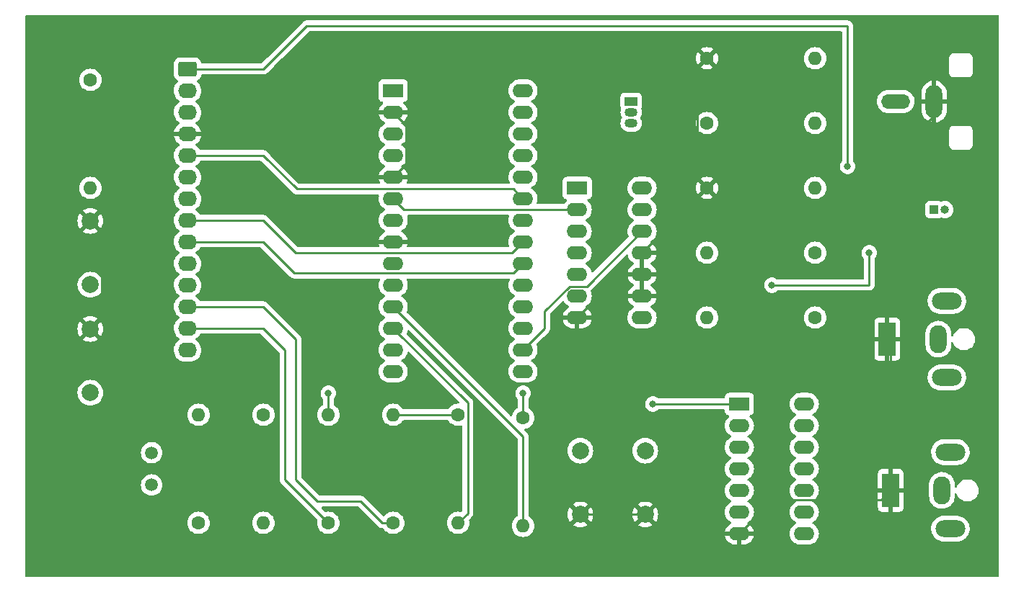
<source format=gbr>
%TF.GenerationSoftware,KiCad,Pcbnew,(6.0.9-0)*%
%TF.CreationDate,2023-01-07T16:42:32-08:00*%
%TF.ProjectId,Pong,506f6e67-2e6b-4696-9361-645f70636258,rev?*%
%TF.SameCoordinates,Original*%
%TF.FileFunction,Copper,L2,Bot*%
%TF.FilePolarity,Positive*%
%FSLAX46Y46*%
G04 Gerber Fmt 4.6, Leading zero omitted, Abs format (unit mm)*
G04 Created by KiCad (PCBNEW (6.0.9-0)) date 2023-01-07 16:42:32*
%MOMM*%
%LPD*%
G01*
G04 APERTURE LIST*
G04 Aperture macros list*
%AMRoundRect*
0 Rectangle with rounded corners*
0 $1 Rounding radius*
0 $2 $3 $4 $5 $6 $7 $8 $9 X,Y pos of 4 corners*
0 Add a 4 corners polygon primitive as box body*
4,1,4,$2,$3,$4,$5,$6,$7,$8,$9,$2,$3,0*
0 Add four circle primitives for the rounded corners*
1,1,$1+$1,$2,$3*
1,1,$1+$1,$4,$5*
1,1,$1+$1,$6,$7*
1,1,$1+$1,$8,$9*
0 Add four rect primitives between the rounded corners*
20,1,$1+$1,$2,$3,$4,$5,0*
20,1,$1+$1,$4,$5,$6,$7,0*
20,1,$1+$1,$6,$7,$8,$9,0*
20,1,$1+$1,$8,$9,$2,$3,0*%
G04 Aperture macros list end*
%TA.AperFunction,ComponentPad*%
%ADD10R,1.000000X1.000000*%
%TD*%
%TA.AperFunction,ComponentPad*%
%ADD11O,1.000000X1.000000*%
%TD*%
%TA.AperFunction,ComponentPad*%
%ADD12C,2.000000*%
%TD*%
%TA.AperFunction,ComponentPad*%
%ADD13C,1.600000*%
%TD*%
%TA.AperFunction,ComponentPad*%
%ADD14O,1.600000X1.600000*%
%TD*%
%TA.AperFunction,ComponentPad*%
%ADD15C,1.500000*%
%TD*%
%TA.AperFunction,ComponentPad*%
%ADD16R,2.400000X1.600000*%
%TD*%
%TA.AperFunction,ComponentPad*%
%ADD17O,2.400000X1.600000*%
%TD*%
%TA.AperFunction,ComponentPad*%
%ADD18R,2.000000X4.000000*%
%TD*%
%TA.AperFunction,ComponentPad*%
%ADD19O,2.000000X3.300000*%
%TD*%
%TA.AperFunction,ComponentPad*%
%ADD20O,3.500000X2.000000*%
%TD*%
%TA.AperFunction,ComponentPad*%
%ADD21O,1.950000X3.900000*%
%TD*%
%TA.AperFunction,ComponentPad*%
%ADD22O,3.400000X1.700000*%
%TD*%
%TA.AperFunction,ComponentPad*%
%ADD23R,1.500000X1.050000*%
%TD*%
%TA.AperFunction,ComponentPad*%
%ADD24O,1.500000X1.050000*%
%TD*%
%TA.AperFunction,ComponentPad*%
%ADD25RoundRect,0.250000X-0.845000X0.620000X-0.845000X-0.620000X0.845000X-0.620000X0.845000X0.620000X0*%
%TD*%
%TA.AperFunction,ComponentPad*%
%ADD26O,2.190000X1.740000*%
%TD*%
%TA.AperFunction,ViaPad*%
%ADD27C,0.800000*%
%TD*%
%TA.AperFunction,Conductor*%
%ADD28C,0.250000*%
%TD*%
G04 APERTURE END LIST*
D10*
%TO.P,J5,1,Pin_1*%
%TO.N,VCC*%
X144780000Y-73660000D03*
D11*
%TO.P,J5,2,Pin_2*%
%TO.N,Net-(J4-Pad2)*%
X146050000Y-73660000D03*
%TD*%
D12*
%TO.P,C3,1*%
%TO.N,Net-(R4-Pad2)*%
X110860000Y-102010000D03*
%TO.P,C3,2*%
%TO.N,GND*%
X110860000Y-109510000D03*
%TD*%
%TO.P,C4,1*%
%TO.N,Net-(C4-Pad1)*%
X103240000Y-102010000D03*
%TO.P,C4,2*%
%TO.N,GND*%
X103240000Y-109510000D03*
%TD*%
D13*
%TO.P,R7,1*%
%TO.N,L_POT_WIPE*%
X81280000Y-110490000D03*
D14*
%TO.P,R7,2*%
%TO.N,Net-(C4-Pad1)*%
X81280000Y-97790000D03*
%TD*%
D15*
%TO.P,Y1,1,1*%
%TO.N,Net-(C1-Pad1)*%
X52910000Y-102240000D03*
%TO.P,Y1,2,2*%
%TO.N,Net-(C2-Pad1)*%
X52910000Y-106040000D03*
%TD*%
D13*
%TO.P,R2,1*%
%TO.N,Net-(R1-Pad2)*%
X58420000Y-110490000D03*
D14*
%TO.P,R2,2*%
%TO.N,Net-(C1-Pad1)*%
X58420000Y-97790000D03*
%TD*%
D13*
%TO.P,R4,1*%
%TO.N,R_POT_WIPE*%
X73660000Y-110490000D03*
D14*
%TO.P,R4,2*%
%TO.N,Net-(R4-Pad2)*%
X73660000Y-97790000D03*
%TD*%
D13*
%TO.P,R5,1*%
%TO.N,GND*%
X118110000Y-71120000D03*
D14*
%TO.P,R5,2*%
%TO.N,Net-(R10-Pad1)*%
X130810000Y-71120000D03*
%TD*%
D13*
%TO.P,R12,1*%
%TO.N,Net-(Q1-Pad3)*%
X45720000Y-58420000D03*
D14*
%TO.P,R12,2*%
%TO.N,VCC*%
X45720000Y-71120000D03*
%TD*%
D16*
%TO.P,U1,1,NC*%
%TO.N,unconnected-(U1-Pad1)*%
X81275000Y-59675000D03*
D17*
%TO.P,U1,2,Vss*%
%TO.N,GND*%
X81275000Y-62215000D03*
%TO.P,U1,3,Sound*%
%TO.N,SOUND*%
X81275000Y-64755000D03*
%TO.P,U1,4,Vcc*%
%TO.N,VCC*%
X81275000Y-67295000D03*
%TO.P,U1,5,Ball_Angles*%
%TO.N,GND*%
X81275000Y-69835000D03*
%TO.P,U1,6,BallOutput*%
%TO.N,BALLOUT*%
X81275000Y-72375000D03*
%TO.P,U1,7,BallSpeed*%
%TO.N,SPEED*%
X81275000Y-74915000D03*
%TO.P,U1,8,ManualServe*%
%TO.N,GND*%
X81275000Y-77455000D03*
%TO.P,U1,9,RPlayerOut*%
%TO.N,RPLAYEROUT*%
X81275000Y-79995000D03*
%TO.P,U1,10,LPlayerOut*%
%TO.N,LPLAYEROUT*%
X81275000Y-82535000D03*
%TO.P,U1,11,RBatInput*%
%TO.N,Net-(R8-Pad2)*%
X81275000Y-85075000D03*
%TO.P,U1,12,LBatInput*%
%TO.N,Net-(R9-Pad2)*%
X81275000Y-87615000D03*
%TO.P,U1,13,BatSize*%
%TO.N,BATSIZE*%
X81275000Y-90155000D03*
%TO.P,U1,14,NC*%
%TO.N,unconnected-(U1-Pad14)*%
X81275000Y-92695000D03*
%TO.P,U1,15,NC*%
%TO.N,unconnected-(U1-Pad15)*%
X96515000Y-92695000D03*
%TO.P,U1,16,SYNC*%
%TO.N,SYNC*%
X96515000Y-90155000D03*
%TO.P,U1,17,CLK*%
%TO.N,Net-(U1-Pad17)*%
X96515000Y-87615000D03*
%TO.P,U1,18,RifleGame2*%
%TO.N,unconnected-(U1-Pad18)*%
X96515000Y-85075000D03*
%TO.P,U1,19,RifleGame1*%
%TO.N,unconnected-(U1-Pad19)*%
X96515000Y-82535000D03*
%TO.P,U1,20,Tennis*%
%TO.N,TENNIS*%
X96515000Y-79995000D03*
%TO.P,U1,21,Soccer*%
%TO.N,SOCCER*%
X96515000Y-77455000D03*
%TO.P,U1,22,Squash*%
%TO.N,unconnected-(U1-Pad22)*%
X96515000Y-74915000D03*
%TO.P,U1,23,Practice*%
%TO.N,PRACTICE*%
X96515000Y-72375000D03*
%TO.P,U1,24,FieldOutput*%
%TO.N,FIELDOUT*%
X96515000Y-69835000D03*
%TO.P,U1,25,RESET*%
%TO.N,RESET*%
X96515000Y-67295000D03*
%TO.P,U1,26,ShotInput*%
%TO.N,unconnected-(U1-Pad26)*%
X96515000Y-64755000D03*
%TO.P,U1,27,HitInput*%
%TO.N,unconnected-(U1-Pad27)*%
X96515000Y-62215000D03*
%TO.P,U1,28,NC*%
%TO.N,unconnected-(U1-Pad28)*%
X96515000Y-59675000D03*
%TD*%
D16*
%TO.P,U2,1*%
%TO.N,Net-(R10-Pad2)*%
X102880000Y-71115000D03*
D17*
%TO.P,U2,2*%
%TO.N,BALLOUT*%
X102880000Y-73655000D03*
%TO.P,U2,3*%
%TO.N,FIELDOUT*%
X102880000Y-76195000D03*
%TO.P,U2,4*%
%TO.N,LPLAYEROUT*%
X102880000Y-78735000D03*
%TO.P,U2,5*%
%TO.N,RPLAYEROUT*%
X102880000Y-81275000D03*
%TO.P,U2,6*%
%TO.N,N/C*%
X102880000Y-83815000D03*
%TO.P,U2,7,VSS*%
%TO.N,GND*%
X102880000Y-86355000D03*
%TO.P,U2,8*%
%TO.N,N/C*%
X110500000Y-86355000D03*
%TO.P,U2,9*%
%TO.N,GND*%
X110500000Y-83815000D03*
%TO.P,U2,10*%
X110500000Y-81275000D03*
%TO.P,U2,11*%
X110500000Y-78735000D03*
%TO.P,U2,12*%
%TO.N,SYNC*%
X110500000Y-76195000D03*
%TO.P,U2,13*%
%TO.N,Net-(R11-Pad2)*%
X110500000Y-73655000D03*
%TO.P,U2,14,VDD*%
%TO.N,VCC*%
X110500000Y-71115000D03*
%TD*%
D13*
%TO.P,R10,1*%
%TO.N,Net-(R10-Pad1)*%
X130810000Y-86360000D03*
D14*
%TO.P,R10,2*%
%TO.N,Net-(R10-Pad2)*%
X118110000Y-86360000D03*
%TD*%
D13*
%TO.P,R6,1*%
%TO.N,GND*%
X118110000Y-55880000D03*
D14*
%TO.P,R6,2*%
%TO.N,Net-(J3-Pad2)*%
X130810000Y-55880000D03*
%TD*%
D18*
%TO.P,J4,1*%
%TO.N,GND*%
X139280000Y-88900000D03*
D19*
%TO.P,J4,2*%
%TO.N,Net-(J4-Pad2)*%
X145280000Y-88900000D03*
D20*
%TO.P,J4,MP*%
%TO.N,N/C*%
X146280000Y-93400000D03*
X146280000Y-84400000D03*
%TD*%
D16*
%TO.P,U3,1*%
%TO.N,Net-(C2-Pad1)*%
X121920000Y-96520000D03*
D17*
%TO.P,U3,2*%
X121920000Y-99060000D03*
%TO.P,U3,3*%
%TO.N,Net-(R1-Pad2)*%
X121920000Y-101600000D03*
%TO.P,U3,4*%
%TO.N,Net-(U1-Pad17)*%
X121920000Y-104140000D03*
%TO.P,U3,5*%
%TO.N,Net-(R1-Pad2)*%
X121920000Y-106680000D03*
%TO.P,U3,6*%
X121920000Y-109220000D03*
%TO.P,U3,7,VSS*%
%TO.N,GND*%
X121920000Y-111760000D03*
%TO.P,U3,8*%
%TO.N,N/C*%
X129540000Y-111760000D03*
%TO.P,U3,9*%
X129540000Y-109220000D03*
%TO.P,U3,10*%
X129540000Y-106680000D03*
%TO.P,U3,11*%
X129540000Y-104140000D03*
%TO.P,U3,12*%
X129540000Y-101600000D03*
%TO.P,U3,13*%
X129540000Y-99060000D03*
%TO.P,U3,14,VDD*%
%TO.N,VCC*%
X129540000Y-96520000D03*
%TD*%
D21*
%TO.P,J3,1*%
%TO.N,GND*%
X144780000Y-60960000D03*
D22*
%TO.P,J3,2*%
%TO.N,Net-(J3-Pad2)*%
X140280000Y-60960000D03*
%TD*%
D23*
%TO.P,Q1,1,E*%
%TO.N,Net-(J3-Pad2)*%
X109220000Y-60960000D03*
D24*
%TO.P,Q1,2,B*%
%TO.N,Net-(Q1-Pad2)*%
X109220000Y-62230000D03*
%TO.P,Q1,3,C*%
%TO.N,Net-(Q1-Pad3)*%
X109220000Y-63500000D03*
%TD*%
D25*
%TO.P,J2,1,Pin_1*%
%TO.N,VCC*%
X57130000Y-57150000D03*
D26*
%TO.P,J2,2,Pin_2*%
%TO.N,unconnected-(J2-Pad2)*%
X57130000Y-59690000D03*
%TO.P,J2,3,Pin_3*%
%TO.N,RESET*%
X57130000Y-62230000D03*
%TO.P,J2,4,Pin_4*%
%TO.N,GND*%
X57130000Y-64770000D03*
%TO.P,J2,5,Pin_5*%
%TO.N,PRACTICE*%
X57130000Y-67310000D03*
%TO.P,J2,6,Pin_6*%
%TO.N,SOUND*%
X57130000Y-69850000D03*
%TO.P,J2,7,Pin_7*%
%TO.N,VCC*%
X57130000Y-72390000D03*
%TO.P,J2,8,Pin_8*%
%TO.N,SOCCER*%
X57130000Y-74930000D03*
%TO.P,J2,9,Pin_9*%
%TO.N,TENNIS*%
X57130000Y-77470000D03*
%TO.P,J2,10,Pin_10*%
%TO.N,SPEED*%
X57130000Y-80010000D03*
%TO.P,J2,11,Pin_11*%
%TO.N,BATSIZE*%
X57130000Y-82550000D03*
%TO.P,J2,12,Pin_12*%
%TO.N,L_POT_WIPE*%
X57130000Y-85090000D03*
%TO.P,J2,13,Pin_13*%
%TO.N,R_POT_WIPE*%
X57130000Y-87630000D03*
%TO.P,J2,14,Pin_14*%
%TO.N,unconnected-(J2-Pad14)*%
X57130000Y-90170000D03*
%TD*%
D13*
%TO.P,R11,1*%
%TO.N,Net-(R10-Pad1)*%
X130810000Y-78740000D03*
D14*
%TO.P,R11,2*%
%TO.N,Net-(R11-Pad2)*%
X118110000Y-78740000D03*
%TD*%
D12*
%TO.P,C1,1*%
%TO.N,Net-(C1-Pad1)*%
X45720000Y-82490000D03*
%TO.P,C1,2*%
%TO.N,GND*%
X45720000Y-74990000D03*
%TD*%
D13*
%TO.P,R1,1*%
%TO.N,Net-(C2-Pad1)*%
X66040000Y-97790000D03*
D14*
%TO.P,R1,2*%
%TO.N,Net-(R1-Pad2)*%
X66040000Y-110490000D03*
%TD*%
D13*
%TO.P,R3,1*%
%TO.N,Net-(Q1-Pad2)*%
X118110000Y-63500000D03*
D14*
%TO.P,R3,2*%
%TO.N,Net-(R10-Pad1)*%
X130810000Y-63500000D03*
%TD*%
%TO.P,R8,2*%
%TO.N,Net-(R8-Pad2)*%
X96520000Y-110840000D03*
D13*
%TO.P,R8,1*%
%TO.N,Net-(R4-Pad2)*%
X96520000Y-98140000D03*
%TD*%
D18*
%TO.P,J1,1*%
%TO.N,GND*%
X139700000Y-106680000D03*
D19*
%TO.P,J1,2*%
%TO.N,VCC*%
X145700000Y-106680000D03*
D20*
%TO.P,J1,MP*%
%TO.N,N/C*%
X146700000Y-111180000D03*
X146700000Y-102180000D03*
%TD*%
D12*
%TO.P,C2,1*%
%TO.N,Net-(C2-Pad1)*%
X45720000Y-95190000D03*
%TO.P,C2,2*%
%TO.N,GND*%
X45720000Y-87690000D03*
%TD*%
D14*
%TO.P,R9,2*%
%TO.N,Net-(R9-Pad2)*%
X88900000Y-110490000D03*
D13*
%TO.P,R9,1*%
%TO.N,Net-(C4-Pad1)*%
X88900000Y-97790000D03*
%TD*%
D27*
%TO.N,VCC*%
X125730000Y-82550000D03*
%TO.N,Net-(R4-Pad2)*%
X73660000Y-95250000D03*
X96520000Y-95250000D03*
%TO.N,VCC*%
X134620000Y-68580000D03*
X137160000Y-78740000D03*
%TO.N,Net-(C2-Pad1)*%
X111760000Y-96520000D03*
%TD*%
D28*
%TO.N,VCC*%
X57130000Y-57150000D02*
X66040000Y-57150000D01*
X66040000Y-57150000D02*
X66844009Y-56345991D01*
%TO.N,R_POT_WIPE*%
X73660000Y-110490000D02*
X68580000Y-105410000D01*
X68580000Y-90190000D02*
X66020000Y-87630000D01*
X68580000Y-105410000D02*
X68580000Y-90190000D01*
X66020000Y-87630000D02*
X57130000Y-87630000D01*
%TO.N,L_POT_WIPE*%
X66040000Y-85090000D02*
X57130000Y-85090000D01*
%TO.N,TENNIS*%
X96515000Y-79995000D02*
X95390000Y-81120000D01*
X95390000Y-81120000D02*
X69670000Y-81120000D01*
X69670000Y-81120000D02*
X66020000Y-77470000D01*
X66020000Y-77470000D02*
X57130000Y-77470000D01*
%TO.N,SOCCER*%
X66020000Y-74930000D02*
X57130000Y-74930000D01*
%TO.N,PRACTICE*%
X96515000Y-72375000D02*
X95390000Y-71250000D01*
X95390000Y-71250000D02*
X69960000Y-71250000D01*
X69960000Y-71250000D02*
X66020000Y-67310000D01*
X66020000Y-67310000D02*
X57130000Y-67310000D01*
%TO.N,VCC*%
X125730000Y-82550000D02*
X137160000Y-82550000D01*
X137160000Y-82550000D02*
X137160000Y-78740000D01*
%TO.N,GND*%
X103240000Y-109510000D02*
X110860000Y-109510000D01*
%TO.N,Net-(R4-Pad2)*%
X96520000Y-98140000D02*
X96520000Y-95250000D01*
X73660000Y-95250000D02*
X73660000Y-97790000D01*
%TO.N,VCC*%
X134620000Y-52070000D02*
X134620000Y-68580000D01*
X66844009Y-56345991D02*
X71120000Y-52070000D01*
X66824009Y-56345991D02*
X66844009Y-56345991D01*
X66020000Y-57150000D02*
X66824009Y-56345991D01*
X71120000Y-52070000D02*
X134620000Y-52070000D01*
%TO.N,L_POT_WIPE*%
X69850000Y-105410000D02*
X72390000Y-107950000D01*
X66040000Y-85090000D02*
X69850000Y-88900000D01*
X77470000Y-107950000D02*
X80010000Y-110490000D01*
X69850000Y-88900000D02*
X69850000Y-105410000D01*
X72390000Y-107950000D02*
X77470000Y-107950000D01*
X80010000Y-110490000D02*
X81280000Y-110490000D01*
%TO.N,Net-(C4-Pad1)*%
X88900000Y-97790000D02*
X81280000Y-97790000D01*
%TO.N,Net-(C2-Pad1)*%
X121920000Y-96520000D02*
X111760000Y-96520000D01*
%TO.N,GND*%
X144780000Y-62660000D02*
X144780000Y-60960000D01*
X139280000Y-79160000D02*
X139280000Y-88900000D01*
X45720000Y-87690000D02*
X47045000Y-86365000D01*
X120650000Y-73660000D02*
X118110000Y-71120000D01*
X139280000Y-79160000D02*
X133780000Y-73660000D01*
X116985000Y-69995000D02*
X118110000Y-71120000D01*
X113110000Y-111760000D02*
X110860000Y-109510000D01*
X138575000Y-107805000D02*
X125875000Y-107805000D01*
X133780000Y-73660000D02*
X144780000Y-62660000D01*
X66020000Y-64770000D02*
X52070000Y-64770000D01*
X118110000Y-71120000D02*
X110500000Y-78730000D01*
X52070000Y-68640000D02*
X45720000Y-74990000D01*
X81275000Y-69835000D02*
X82800000Y-68310000D01*
X105420000Y-83815000D02*
X102880000Y-86355000D01*
X118110000Y-55880000D02*
X116985000Y-57005000D01*
X133780000Y-73660000D02*
X120650000Y-73660000D01*
X139700000Y-106680000D02*
X139700000Y-89320000D01*
X82800000Y-63740000D02*
X81275000Y-62215000D01*
X110500000Y-83815000D02*
X110500000Y-81275000D01*
X52070000Y-64770000D02*
X52070000Y-68640000D01*
X82800000Y-68310000D02*
X82800000Y-63740000D01*
X125875000Y-107805000D02*
X121920000Y-111760000D01*
X110500000Y-83815000D02*
X105420000Y-83815000D01*
X47045000Y-76315000D02*
X45720000Y-74990000D01*
X81275000Y-62215000D02*
X68575000Y-62215000D01*
X116985000Y-57005000D02*
X116985000Y-69995000D01*
X121920000Y-111760000D02*
X113110000Y-111760000D01*
X68575000Y-62215000D02*
X66020000Y-64770000D01*
X47045000Y-86365000D02*
X47045000Y-76315000D01*
X110500000Y-81275000D02*
X110500000Y-78735000D01*
X139700000Y-106680000D02*
X138575000Y-107805000D01*
%TO.N,Net-(R8-Pad2)*%
X96520000Y-110840000D02*
X96520000Y-100320000D01*
X96520000Y-100320000D02*
X81275000Y-85075000D01*
%TO.N,Net-(R9-Pad2)*%
X88900000Y-110490000D02*
X90025000Y-109365000D01*
X90025000Y-109365000D02*
X90025000Y-96365000D01*
X90025000Y-96365000D02*
X81275000Y-87615000D01*
%TO.N,BALLOUT*%
X82555000Y-73655000D02*
X81275000Y-72375000D01*
X102880000Y-73655000D02*
X82555000Y-73655000D01*
%TO.N,SYNC*%
X104005000Y-82690000D02*
X102014010Y-82690000D01*
X102014010Y-82690000D02*
X99060000Y-85644010D01*
X99060000Y-87610000D02*
X96515000Y-90155000D01*
X110500000Y-76195000D02*
X104005000Y-82690000D01*
X99060000Y-85644010D02*
X99060000Y-87610000D01*
%TO.N,SOCCER*%
X95230000Y-78740000D02*
X96515000Y-77455000D01*
X69830000Y-78740000D02*
X95230000Y-78740000D01*
X66020000Y-74930000D02*
X69830000Y-78740000D01*
%TD*%
%TA.AperFunction,Conductor*%
%TO.N,GND*%
G36*
X152342121Y-50820002D02*
G01*
X152388614Y-50873658D01*
X152400000Y-50926000D01*
X152400000Y-116714000D01*
X152379998Y-116782121D01*
X152326342Y-116828614D01*
X152274000Y-116840000D01*
X38226000Y-116840000D01*
X38157879Y-116819998D01*
X38111386Y-116766342D01*
X38100000Y-116714000D01*
X38100000Y-110490000D01*
X57106502Y-110490000D01*
X57126457Y-110718087D01*
X57127881Y-110723400D01*
X57127881Y-110723402D01*
X57180703Y-110920533D01*
X57185716Y-110939243D01*
X57188039Y-110944224D01*
X57188039Y-110944225D01*
X57280151Y-111141762D01*
X57280154Y-111141767D01*
X57282477Y-111146749D01*
X57355902Y-111251611D01*
X57401156Y-111316239D01*
X57413802Y-111334300D01*
X57575700Y-111496198D01*
X57580208Y-111499355D01*
X57580211Y-111499357D01*
X57626706Y-111531913D01*
X57763251Y-111627523D01*
X57768233Y-111629846D01*
X57768238Y-111629849D01*
X57924403Y-111702669D01*
X57970757Y-111724284D01*
X57976065Y-111725706D01*
X57976067Y-111725707D01*
X58186598Y-111782119D01*
X58186600Y-111782119D01*
X58191913Y-111783543D01*
X58420000Y-111803498D01*
X58648087Y-111783543D01*
X58653400Y-111782119D01*
X58653402Y-111782119D01*
X58863933Y-111725707D01*
X58863935Y-111725706D01*
X58869243Y-111724284D01*
X58915597Y-111702669D01*
X59071762Y-111629849D01*
X59071767Y-111629846D01*
X59076749Y-111627523D01*
X59213294Y-111531913D01*
X59259789Y-111499357D01*
X59259792Y-111499355D01*
X59264300Y-111496198D01*
X59426198Y-111334300D01*
X59438845Y-111316239D01*
X59484098Y-111251611D01*
X59557523Y-111146749D01*
X59559846Y-111141767D01*
X59559849Y-111141762D01*
X59651961Y-110944225D01*
X59651961Y-110944224D01*
X59654284Y-110939243D01*
X59659298Y-110920533D01*
X59712119Y-110723402D01*
X59712119Y-110723400D01*
X59713543Y-110718087D01*
X59733498Y-110490000D01*
X64726502Y-110490000D01*
X64746457Y-110718087D01*
X64747881Y-110723400D01*
X64747881Y-110723402D01*
X64800703Y-110920533D01*
X64805716Y-110939243D01*
X64808039Y-110944224D01*
X64808039Y-110944225D01*
X64900151Y-111141762D01*
X64900154Y-111141767D01*
X64902477Y-111146749D01*
X64975902Y-111251611D01*
X65021156Y-111316239D01*
X65033802Y-111334300D01*
X65195700Y-111496198D01*
X65200208Y-111499355D01*
X65200211Y-111499357D01*
X65246706Y-111531913D01*
X65383251Y-111627523D01*
X65388233Y-111629846D01*
X65388238Y-111629849D01*
X65544403Y-111702669D01*
X65590757Y-111724284D01*
X65596065Y-111725706D01*
X65596067Y-111725707D01*
X65806598Y-111782119D01*
X65806600Y-111782119D01*
X65811913Y-111783543D01*
X66040000Y-111803498D01*
X66268087Y-111783543D01*
X66273400Y-111782119D01*
X66273402Y-111782119D01*
X66483933Y-111725707D01*
X66483935Y-111725706D01*
X66489243Y-111724284D01*
X66535597Y-111702669D01*
X66691762Y-111629849D01*
X66691767Y-111629846D01*
X66696749Y-111627523D01*
X66833294Y-111531913D01*
X66879789Y-111499357D01*
X66879792Y-111499355D01*
X66884300Y-111496198D01*
X67046198Y-111334300D01*
X67058845Y-111316239D01*
X67104098Y-111251611D01*
X67177523Y-111146749D01*
X67179846Y-111141767D01*
X67179849Y-111141762D01*
X67271961Y-110944225D01*
X67271961Y-110944224D01*
X67274284Y-110939243D01*
X67279298Y-110920533D01*
X67332119Y-110723402D01*
X67332119Y-110723400D01*
X67333543Y-110718087D01*
X67353498Y-110490000D01*
X67333543Y-110261913D01*
X67317210Y-110200958D01*
X67275707Y-110046067D01*
X67275706Y-110046065D01*
X67274284Y-110040757D01*
X67240435Y-109968167D01*
X67179849Y-109838238D01*
X67179846Y-109838233D01*
X67177523Y-109833251D01*
X67075303Y-109687266D01*
X67049357Y-109650211D01*
X67049355Y-109650208D01*
X67046198Y-109645700D01*
X66884300Y-109483802D01*
X66879792Y-109480645D01*
X66879789Y-109480643D01*
X66732007Y-109377165D01*
X66696749Y-109352477D01*
X66691767Y-109350154D01*
X66691762Y-109350151D01*
X66494225Y-109258039D01*
X66494224Y-109258039D01*
X66489243Y-109255716D01*
X66483935Y-109254294D01*
X66483933Y-109254293D01*
X66273402Y-109197881D01*
X66273400Y-109197881D01*
X66268087Y-109196457D01*
X66040000Y-109176502D01*
X65811913Y-109196457D01*
X65806600Y-109197881D01*
X65806598Y-109197881D01*
X65596067Y-109254293D01*
X65596065Y-109254294D01*
X65590757Y-109255716D01*
X65585776Y-109258039D01*
X65585775Y-109258039D01*
X65388238Y-109350151D01*
X65388233Y-109350154D01*
X65383251Y-109352477D01*
X65347993Y-109377165D01*
X65200211Y-109480643D01*
X65200208Y-109480645D01*
X65195700Y-109483802D01*
X65033802Y-109645700D01*
X65030645Y-109650208D01*
X65030643Y-109650211D01*
X65004697Y-109687266D01*
X64902477Y-109833251D01*
X64900154Y-109838233D01*
X64900151Y-109838238D01*
X64839565Y-109968167D01*
X64805716Y-110040757D01*
X64804294Y-110046065D01*
X64804293Y-110046067D01*
X64762790Y-110200958D01*
X64746457Y-110261913D01*
X64726502Y-110490000D01*
X59733498Y-110490000D01*
X59713543Y-110261913D01*
X59697210Y-110200958D01*
X59655707Y-110046067D01*
X59655706Y-110046065D01*
X59654284Y-110040757D01*
X59620435Y-109968167D01*
X59559849Y-109838238D01*
X59559846Y-109838233D01*
X59557523Y-109833251D01*
X59455303Y-109687266D01*
X59429357Y-109650211D01*
X59429355Y-109650208D01*
X59426198Y-109645700D01*
X59264300Y-109483802D01*
X59259792Y-109480645D01*
X59259789Y-109480643D01*
X59112007Y-109377165D01*
X59076749Y-109352477D01*
X59071767Y-109350154D01*
X59071762Y-109350151D01*
X58874225Y-109258039D01*
X58874224Y-109258039D01*
X58869243Y-109255716D01*
X58863935Y-109254294D01*
X58863933Y-109254293D01*
X58653402Y-109197881D01*
X58653400Y-109197881D01*
X58648087Y-109196457D01*
X58420000Y-109176502D01*
X58191913Y-109196457D01*
X58186600Y-109197881D01*
X58186598Y-109197881D01*
X57976067Y-109254293D01*
X57976065Y-109254294D01*
X57970757Y-109255716D01*
X57965776Y-109258039D01*
X57965775Y-109258039D01*
X57768238Y-109350151D01*
X57768233Y-109350154D01*
X57763251Y-109352477D01*
X57727993Y-109377165D01*
X57580211Y-109480643D01*
X57580208Y-109480645D01*
X57575700Y-109483802D01*
X57413802Y-109645700D01*
X57410645Y-109650208D01*
X57410643Y-109650211D01*
X57384697Y-109687266D01*
X57282477Y-109833251D01*
X57280154Y-109838233D01*
X57280151Y-109838238D01*
X57219565Y-109968167D01*
X57185716Y-110040757D01*
X57184294Y-110046065D01*
X57184293Y-110046067D01*
X57142790Y-110200958D01*
X57126457Y-110261913D01*
X57106502Y-110490000D01*
X38100000Y-110490000D01*
X38100000Y-106040000D01*
X51646693Y-106040000D01*
X51665885Y-106259371D01*
X51722880Y-106472076D01*
X51725205Y-106477061D01*
X51813618Y-106666666D01*
X51813621Y-106666671D01*
X51815944Y-106671653D01*
X51819100Y-106676160D01*
X51819101Y-106676162D01*
X51821789Y-106680000D01*
X51942251Y-106852038D01*
X52097962Y-107007749D01*
X52102471Y-107010906D01*
X52102473Y-107010908D01*
X52131370Y-107031142D01*
X52278346Y-107134056D01*
X52477924Y-107227120D01*
X52690629Y-107284115D01*
X52910000Y-107303307D01*
X53129371Y-107284115D01*
X53342076Y-107227120D01*
X53541654Y-107134056D01*
X53688630Y-107031142D01*
X53717527Y-107010908D01*
X53717529Y-107010906D01*
X53722038Y-107007749D01*
X53877749Y-106852038D01*
X53998212Y-106680000D01*
X54000899Y-106676162D01*
X54000900Y-106676160D01*
X54004056Y-106671653D01*
X54006379Y-106666671D01*
X54006382Y-106666666D01*
X54094795Y-106477061D01*
X54097120Y-106472076D01*
X54154115Y-106259371D01*
X54173307Y-106040000D01*
X54154115Y-105820629D01*
X54097120Y-105607924D01*
X54022565Y-105448039D01*
X54006382Y-105413334D01*
X54006379Y-105413329D01*
X54004056Y-105408347D01*
X53989726Y-105387881D01*
X53880908Y-105232473D01*
X53880906Y-105232470D01*
X53877749Y-105227962D01*
X53722038Y-105072251D01*
X53541654Y-104945944D01*
X53342076Y-104852880D01*
X53129371Y-104795885D01*
X52910000Y-104776693D01*
X52690629Y-104795885D01*
X52477924Y-104852880D01*
X52384562Y-104896415D01*
X52283334Y-104943618D01*
X52283329Y-104943621D01*
X52278347Y-104945944D01*
X52273840Y-104949100D01*
X52273838Y-104949101D01*
X52102473Y-105069092D01*
X52102470Y-105069094D01*
X52097962Y-105072251D01*
X51942251Y-105227962D01*
X51939094Y-105232470D01*
X51939092Y-105232473D01*
X51830274Y-105387881D01*
X51815944Y-105408347D01*
X51813621Y-105413329D01*
X51813618Y-105413334D01*
X51797435Y-105448039D01*
X51722880Y-105607924D01*
X51665885Y-105820629D01*
X51646693Y-106040000D01*
X38100000Y-106040000D01*
X38100000Y-102240000D01*
X51646693Y-102240000D01*
X51665885Y-102459371D01*
X51722880Y-102672076D01*
X51741550Y-102712114D01*
X51813618Y-102866666D01*
X51813621Y-102866671D01*
X51815944Y-102871653D01*
X51819100Y-102876160D01*
X51819101Y-102876162D01*
X51933370Y-103039354D01*
X51942251Y-103052038D01*
X52097962Y-103207749D01*
X52102471Y-103210906D01*
X52102473Y-103210908D01*
X52131599Y-103231302D01*
X52278346Y-103334056D01*
X52477924Y-103427120D01*
X52690629Y-103484115D01*
X52910000Y-103503307D01*
X53129371Y-103484115D01*
X53342076Y-103427120D01*
X53541654Y-103334056D01*
X53688401Y-103231302D01*
X53717527Y-103210908D01*
X53717529Y-103210906D01*
X53722038Y-103207749D01*
X53877749Y-103052038D01*
X53886631Y-103039354D01*
X54000899Y-102876162D01*
X54000900Y-102876160D01*
X54004056Y-102871653D01*
X54006379Y-102866671D01*
X54006382Y-102866666D01*
X54078450Y-102712114D01*
X54097120Y-102672076D01*
X54154115Y-102459371D01*
X54173307Y-102240000D01*
X54154115Y-102020629D01*
X54097120Y-101807924D01*
X54024630Y-101652468D01*
X54006382Y-101613334D01*
X54006379Y-101613329D01*
X54004056Y-101608347D01*
X54000899Y-101603838D01*
X53880908Y-101432473D01*
X53880906Y-101432470D01*
X53877749Y-101427962D01*
X53722038Y-101272251D01*
X53541654Y-101145944D01*
X53342076Y-101052880D01*
X53129371Y-100995885D01*
X52910000Y-100976693D01*
X52690629Y-100995885D01*
X52477924Y-101052880D01*
X52384562Y-101096415D01*
X52283334Y-101143618D01*
X52283329Y-101143621D01*
X52278347Y-101145944D01*
X52273840Y-101149100D01*
X52273838Y-101149101D01*
X52102473Y-101269092D01*
X52102470Y-101269094D01*
X52097962Y-101272251D01*
X51942251Y-101427962D01*
X51939094Y-101432470D01*
X51939092Y-101432473D01*
X51819101Y-101603838D01*
X51815944Y-101608347D01*
X51813621Y-101613329D01*
X51813618Y-101613334D01*
X51795370Y-101652468D01*
X51722880Y-101807924D01*
X51665885Y-102020629D01*
X51646693Y-102240000D01*
X38100000Y-102240000D01*
X38100000Y-97790000D01*
X57106502Y-97790000D01*
X57126457Y-98018087D01*
X57127881Y-98023400D01*
X57127881Y-98023402D01*
X57179408Y-98215700D01*
X57185716Y-98239243D01*
X57188039Y-98244224D01*
X57188039Y-98244225D01*
X57280151Y-98441762D01*
X57280154Y-98441767D01*
X57282477Y-98446749D01*
X57355902Y-98551611D01*
X57393829Y-98605775D01*
X57413802Y-98634300D01*
X57575700Y-98796198D01*
X57580208Y-98799355D01*
X57580211Y-98799357D01*
X57626706Y-98831913D01*
X57763251Y-98927523D01*
X57768233Y-98929846D01*
X57768238Y-98929849D01*
X57928499Y-99004579D01*
X57970757Y-99024284D01*
X57976065Y-99025706D01*
X57976067Y-99025707D01*
X58186598Y-99082119D01*
X58186600Y-99082119D01*
X58191913Y-99083543D01*
X58420000Y-99103498D01*
X58648087Y-99083543D01*
X58653400Y-99082119D01*
X58653402Y-99082119D01*
X58863933Y-99025707D01*
X58863935Y-99025706D01*
X58869243Y-99024284D01*
X58911501Y-99004579D01*
X59071762Y-98929849D01*
X59071767Y-98929846D01*
X59076749Y-98927523D01*
X59213294Y-98831913D01*
X59259789Y-98799357D01*
X59259792Y-98799355D01*
X59264300Y-98796198D01*
X59426198Y-98634300D01*
X59446172Y-98605775D01*
X59484098Y-98551611D01*
X59557523Y-98446749D01*
X59559846Y-98441767D01*
X59559849Y-98441762D01*
X59651961Y-98244225D01*
X59651961Y-98244224D01*
X59654284Y-98239243D01*
X59660593Y-98215700D01*
X59712119Y-98023402D01*
X59712119Y-98023400D01*
X59713543Y-98018087D01*
X59733498Y-97790000D01*
X64726502Y-97790000D01*
X64746457Y-98018087D01*
X64747881Y-98023400D01*
X64747881Y-98023402D01*
X64799408Y-98215700D01*
X64805716Y-98239243D01*
X64808039Y-98244224D01*
X64808039Y-98244225D01*
X64900151Y-98441762D01*
X64900154Y-98441767D01*
X64902477Y-98446749D01*
X64975902Y-98551611D01*
X65013829Y-98605775D01*
X65033802Y-98634300D01*
X65195700Y-98796198D01*
X65200208Y-98799355D01*
X65200211Y-98799357D01*
X65246706Y-98831913D01*
X65383251Y-98927523D01*
X65388233Y-98929846D01*
X65388238Y-98929849D01*
X65548499Y-99004579D01*
X65590757Y-99024284D01*
X65596065Y-99025706D01*
X65596067Y-99025707D01*
X65806598Y-99082119D01*
X65806600Y-99082119D01*
X65811913Y-99083543D01*
X66040000Y-99103498D01*
X66268087Y-99083543D01*
X66273400Y-99082119D01*
X66273402Y-99082119D01*
X66483933Y-99025707D01*
X66483935Y-99025706D01*
X66489243Y-99024284D01*
X66531501Y-99004579D01*
X66691762Y-98929849D01*
X66691767Y-98929846D01*
X66696749Y-98927523D01*
X66833294Y-98831913D01*
X66879789Y-98799357D01*
X66879792Y-98799355D01*
X66884300Y-98796198D01*
X67046198Y-98634300D01*
X67066172Y-98605775D01*
X67104098Y-98551611D01*
X67177523Y-98446749D01*
X67179846Y-98441767D01*
X67179849Y-98441762D01*
X67271961Y-98244225D01*
X67271961Y-98244224D01*
X67274284Y-98239243D01*
X67280593Y-98215700D01*
X67332119Y-98023402D01*
X67332119Y-98023400D01*
X67333543Y-98018087D01*
X67353498Y-97790000D01*
X67333543Y-97561913D01*
X67313802Y-97488238D01*
X67275707Y-97346067D01*
X67275706Y-97346065D01*
X67274284Y-97340757D01*
X67260463Y-97311118D01*
X67179849Y-97138238D01*
X67179846Y-97138233D01*
X67177523Y-97133251D01*
X67076326Y-96988727D01*
X67049357Y-96950211D01*
X67049355Y-96950208D01*
X67046198Y-96945700D01*
X66884300Y-96783802D01*
X66879792Y-96780645D01*
X66879789Y-96780643D01*
X66769139Y-96703165D01*
X66696749Y-96652477D01*
X66691767Y-96650154D01*
X66691762Y-96650151D01*
X66494225Y-96558039D01*
X66494224Y-96558039D01*
X66489243Y-96555716D01*
X66483935Y-96554294D01*
X66483933Y-96554293D01*
X66273402Y-96497881D01*
X66273400Y-96497881D01*
X66268087Y-96496457D01*
X66040000Y-96476502D01*
X65811913Y-96496457D01*
X65806600Y-96497881D01*
X65806598Y-96497881D01*
X65596067Y-96554293D01*
X65596065Y-96554294D01*
X65590757Y-96555716D01*
X65585776Y-96558039D01*
X65585775Y-96558039D01*
X65388238Y-96650151D01*
X65388233Y-96650154D01*
X65383251Y-96652477D01*
X65310861Y-96703165D01*
X65200211Y-96780643D01*
X65200208Y-96780645D01*
X65195700Y-96783802D01*
X65033802Y-96945700D01*
X65030645Y-96950208D01*
X65030643Y-96950211D01*
X65003674Y-96988727D01*
X64902477Y-97133251D01*
X64900154Y-97138233D01*
X64900151Y-97138238D01*
X64819537Y-97311118D01*
X64805716Y-97340757D01*
X64804294Y-97346065D01*
X64804293Y-97346067D01*
X64766198Y-97488238D01*
X64746457Y-97561913D01*
X64726502Y-97790000D01*
X59733498Y-97790000D01*
X59713543Y-97561913D01*
X59693802Y-97488238D01*
X59655707Y-97346067D01*
X59655706Y-97346065D01*
X59654284Y-97340757D01*
X59640463Y-97311118D01*
X59559849Y-97138238D01*
X59559846Y-97138233D01*
X59557523Y-97133251D01*
X59456326Y-96988727D01*
X59429357Y-96950211D01*
X59429355Y-96950208D01*
X59426198Y-96945700D01*
X59264300Y-96783802D01*
X59259792Y-96780645D01*
X59259789Y-96780643D01*
X59149139Y-96703165D01*
X59076749Y-96652477D01*
X59071767Y-96650154D01*
X59071762Y-96650151D01*
X58874225Y-96558039D01*
X58874224Y-96558039D01*
X58869243Y-96555716D01*
X58863935Y-96554294D01*
X58863933Y-96554293D01*
X58653402Y-96497881D01*
X58653400Y-96497881D01*
X58648087Y-96496457D01*
X58420000Y-96476502D01*
X58191913Y-96496457D01*
X58186600Y-96497881D01*
X58186598Y-96497881D01*
X57976067Y-96554293D01*
X57976065Y-96554294D01*
X57970757Y-96555716D01*
X57965776Y-96558039D01*
X57965775Y-96558039D01*
X57768238Y-96650151D01*
X57768233Y-96650154D01*
X57763251Y-96652477D01*
X57690861Y-96703165D01*
X57580211Y-96780643D01*
X57580208Y-96780645D01*
X57575700Y-96783802D01*
X57413802Y-96945700D01*
X57410645Y-96950208D01*
X57410643Y-96950211D01*
X57383674Y-96988727D01*
X57282477Y-97133251D01*
X57280154Y-97138233D01*
X57280151Y-97138238D01*
X57199537Y-97311118D01*
X57185716Y-97340757D01*
X57184294Y-97346065D01*
X57184293Y-97346067D01*
X57146198Y-97488238D01*
X57126457Y-97561913D01*
X57106502Y-97790000D01*
X38100000Y-97790000D01*
X38100000Y-95190000D01*
X44206835Y-95190000D01*
X44225465Y-95426711D01*
X44226619Y-95431518D01*
X44226620Y-95431524D01*
X44247309Y-95517699D01*
X44280895Y-95657594D01*
X44282788Y-95662165D01*
X44282789Y-95662167D01*
X44368136Y-95868213D01*
X44371760Y-95876963D01*
X44374346Y-95881183D01*
X44493241Y-96075202D01*
X44493245Y-96075208D01*
X44495824Y-96079416D01*
X44650031Y-96259969D01*
X44653787Y-96263177D01*
X44665330Y-96273036D01*
X44830584Y-96414176D01*
X44834792Y-96416755D01*
X44834798Y-96416759D01*
X45013985Y-96526565D01*
X45033037Y-96538240D01*
X45037607Y-96540133D01*
X45037611Y-96540135D01*
X45247833Y-96627211D01*
X45252406Y-96629105D01*
X45332609Y-96648360D01*
X45478476Y-96683380D01*
X45478482Y-96683381D01*
X45483289Y-96684535D01*
X45720000Y-96703165D01*
X45956711Y-96684535D01*
X45961518Y-96683381D01*
X45961524Y-96683380D01*
X46107391Y-96648360D01*
X46187594Y-96629105D01*
X46192167Y-96627211D01*
X46402389Y-96540135D01*
X46402393Y-96540133D01*
X46406963Y-96538240D01*
X46426015Y-96526565D01*
X46605202Y-96416759D01*
X46605208Y-96416755D01*
X46609416Y-96414176D01*
X46774670Y-96273036D01*
X46786213Y-96263177D01*
X46789969Y-96259969D01*
X46944176Y-96079416D01*
X46946755Y-96075208D01*
X46946759Y-96075202D01*
X47065654Y-95881183D01*
X47068240Y-95876963D01*
X47071865Y-95868213D01*
X47157211Y-95662167D01*
X47157212Y-95662165D01*
X47159105Y-95657594D01*
X47192691Y-95517699D01*
X47213380Y-95431524D01*
X47213381Y-95431518D01*
X47214535Y-95426711D01*
X47233165Y-95190000D01*
X47214535Y-94953289D01*
X47203509Y-94907359D01*
X47160260Y-94727218D01*
X47159105Y-94722406D01*
X47153199Y-94708148D01*
X47070135Y-94507611D01*
X47070133Y-94507607D01*
X47068240Y-94503037D01*
X46995227Y-94383891D01*
X46946759Y-94304798D01*
X46946755Y-94304792D01*
X46944176Y-94300584D01*
X46789969Y-94120031D01*
X46609416Y-93965824D01*
X46605208Y-93963245D01*
X46605202Y-93963241D01*
X46411183Y-93844346D01*
X46406963Y-93841760D01*
X46402393Y-93839867D01*
X46402389Y-93839865D01*
X46192167Y-93752789D01*
X46192165Y-93752788D01*
X46187594Y-93750895D01*
X46107391Y-93731640D01*
X45961524Y-93696620D01*
X45961518Y-93696619D01*
X45956711Y-93695465D01*
X45720000Y-93676835D01*
X45483289Y-93695465D01*
X45478482Y-93696619D01*
X45478476Y-93696620D01*
X45332609Y-93731640D01*
X45252406Y-93750895D01*
X45247835Y-93752788D01*
X45247833Y-93752789D01*
X45037611Y-93839865D01*
X45037607Y-93839867D01*
X45033037Y-93841760D01*
X45028817Y-93844346D01*
X44834798Y-93963241D01*
X44834792Y-93963245D01*
X44830584Y-93965824D01*
X44650031Y-94120031D01*
X44495824Y-94300584D01*
X44493245Y-94304792D01*
X44493241Y-94304798D01*
X44444773Y-94383891D01*
X44371760Y-94503037D01*
X44369867Y-94507607D01*
X44369865Y-94507611D01*
X44286801Y-94708148D01*
X44280895Y-94722406D01*
X44279740Y-94727218D01*
X44236492Y-94907359D01*
X44225465Y-94953289D01*
X44206835Y-95190000D01*
X38100000Y-95190000D01*
X38100000Y-90104829D01*
X55523052Y-90104829D01*
X55523252Y-90110158D01*
X55523252Y-90110160D01*
X55524158Y-90134284D01*
X55531828Y-90338604D01*
X55538370Y-90369784D01*
X55566657Y-90504594D01*
X55579868Y-90567559D01*
X55665797Y-90785146D01*
X55787159Y-90985144D01*
X55940483Y-91161834D01*
X56121386Y-91310165D01*
X56182206Y-91344786D01*
X56293255Y-91407999D01*
X56324695Y-91425896D01*
X56544596Y-91505716D01*
X56549845Y-91506665D01*
X56549848Y-91506666D01*
X56631040Y-91521348D01*
X56774803Y-91547344D01*
X56778942Y-91547539D01*
X56778949Y-91547540D01*
X56797828Y-91548430D01*
X56797835Y-91548430D01*
X56799316Y-91548500D01*
X57413738Y-91548500D01*
X57481641Y-91542738D01*
X57582791Y-91534156D01*
X57582795Y-91534155D01*
X57588102Y-91533705D01*
X57593259Y-91532367D01*
X57593262Y-91532366D01*
X57809371Y-91476275D01*
X57809375Y-91476274D01*
X57814540Y-91474933D01*
X57819406Y-91472741D01*
X57819409Y-91472740D01*
X58022964Y-91381045D01*
X58027837Y-91378850D01*
X58221896Y-91248202D01*
X58391168Y-91086724D01*
X58530813Y-90899035D01*
X58547660Y-90865901D01*
X58634420Y-90695256D01*
X58634420Y-90695255D01*
X58636838Y-90690500D01*
X58706210Y-90467083D01*
X58717343Y-90383087D01*
X58736248Y-90240455D01*
X58736248Y-90240451D01*
X58736948Y-90235171D01*
X58728172Y-90001396D01*
X58680132Y-89772441D01*
X58594203Y-89554854D01*
X58472841Y-89354856D01*
X58319517Y-89178166D01*
X58138614Y-89029835D01*
X58133984Y-89027199D01*
X58133979Y-89027196D01*
X58101484Y-89008699D01*
X58052178Y-88957616D01*
X58038317Y-88887985D01*
X58064301Y-88821915D01*
X58093450Y-88794677D01*
X58143037Y-88761293D01*
X58221896Y-88708202D01*
X58391168Y-88546724D01*
X58453540Y-88462893D01*
X58527623Y-88363323D01*
X58527625Y-88363320D01*
X58530813Y-88359035D01*
X58544359Y-88332392D01*
X58593062Y-88280736D01*
X58656674Y-88263500D01*
X65705406Y-88263500D01*
X65773527Y-88283502D01*
X65794501Y-88300405D01*
X67909595Y-90415499D01*
X67943621Y-90477811D01*
X67946500Y-90504594D01*
X67946500Y-105331233D01*
X67945973Y-105342416D01*
X67944298Y-105349909D01*
X67944547Y-105357835D01*
X67944547Y-105357836D01*
X67946438Y-105417986D01*
X67946500Y-105421945D01*
X67946500Y-105449856D01*
X67946997Y-105453790D01*
X67946997Y-105453791D01*
X67947005Y-105453856D01*
X67947938Y-105465693D01*
X67949327Y-105509889D01*
X67954978Y-105529339D01*
X67958987Y-105548700D01*
X67961526Y-105568797D01*
X67964445Y-105576168D01*
X67964445Y-105576170D01*
X67977804Y-105609912D01*
X67981649Y-105621142D01*
X67991088Y-105653631D01*
X67993982Y-105663593D01*
X67998015Y-105670412D01*
X67998017Y-105670417D01*
X68004293Y-105681028D01*
X68012988Y-105698776D01*
X68020448Y-105717617D01*
X68025110Y-105724033D01*
X68025110Y-105724034D01*
X68046436Y-105753387D01*
X68052952Y-105763307D01*
X68070558Y-105793076D01*
X68075458Y-105801362D01*
X68089779Y-105815683D01*
X68102619Y-105830716D01*
X68114528Y-105847107D01*
X68120634Y-105852158D01*
X68148605Y-105875298D01*
X68157384Y-105883288D01*
X72350848Y-110076752D01*
X72384874Y-110139064D01*
X72383459Y-110198459D01*
X72367882Y-110256591D01*
X72367881Y-110256598D01*
X72366457Y-110261913D01*
X72346502Y-110490000D01*
X72366457Y-110718087D01*
X72367881Y-110723400D01*
X72367881Y-110723402D01*
X72420703Y-110920533D01*
X72425716Y-110939243D01*
X72428039Y-110944224D01*
X72428039Y-110944225D01*
X72520151Y-111141762D01*
X72520154Y-111141767D01*
X72522477Y-111146749D01*
X72595902Y-111251611D01*
X72641156Y-111316239D01*
X72653802Y-111334300D01*
X72815700Y-111496198D01*
X72820208Y-111499355D01*
X72820211Y-111499357D01*
X72866706Y-111531913D01*
X73003251Y-111627523D01*
X73008233Y-111629846D01*
X73008238Y-111629849D01*
X73164403Y-111702669D01*
X73210757Y-111724284D01*
X73216065Y-111725706D01*
X73216067Y-111725707D01*
X73426598Y-111782119D01*
X73426600Y-111782119D01*
X73431913Y-111783543D01*
X73660000Y-111803498D01*
X73888087Y-111783543D01*
X73893400Y-111782119D01*
X73893402Y-111782119D01*
X74103933Y-111725707D01*
X74103935Y-111725706D01*
X74109243Y-111724284D01*
X74155597Y-111702669D01*
X74311762Y-111629849D01*
X74311767Y-111629846D01*
X74316749Y-111627523D01*
X74453294Y-111531913D01*
X74499789Y-111499357D01*
X74499792Y-111499355D01*
X74504300Y-111496198D01*
X74666198Y-111334300D01*
X74678845Y-111316239D01*
X74724098Y-111251611D01*
X74797523Y-111146749D01*
X74799846Y-111141767D01*
X74799849Y-111141762D01*
X74891961Y-110944225D01*
X74891961Y-110944224D01*
X74894284Y-110939243D01*
X74899298Y-110920533D01*
X74952119Y-110723402D01*
X74952119Y-110723400D01*
X74953543Y-110718087D01*
X74973498Y-110490000D01*
X74953543Y-110261913D01*
X74937210Y-110200958D01*
X74895707Y-110046067D01*
X74895706Y-110046065D01*
X74894284Y-110040757D01*
X74860435Y-109968167D01*
X74799849Y-109838238D01*
X74799846Y-109838233D01*
X74797523Y-109833251D01*
X74695303Y-109687266D01*
X74669357Y-109650211D01*
X74669355Y-109650208D01*
X74666198Y-109645700D01*
X74504300Y-109483802D01*
X74499792Y-109480645D01*
X74499789Y-109480643D01*
X74352007Y-109377165D01*
X74316749Y-109352477D01*
X74311767Y-109350154D01*
X74311762Y-109350151D01*
X74114225Y-109258039D01*
X74114224Y-109258039D01*
X74109243Y-109255716D01*
X74103935Y-109254294D01*
X74103933Y-109254293D01*
X73893402Y-109197881D01*
X73893400Y-109197881D01*
X73888087Y-109196457D01*
X73660000Y-109176502D01*
X73431913Y-109196457D01*
X73426602Y-109197880D01*
X73426591Y-109197882D01*
X73368459Y-109213459D01*
X73297483Y-109211770D01*
X73246752Y-109180848D01*
X72864499Y-108798595D01*
X72830473Y-108736283D01*
X72835538Y-108665468D01*
X72878085Y-108608632D01*
X72944605Y-108583821D01*
X72953594Y-108583500D01*
X77155406Y-108583500D01*
X77223527Y-108603502D01*
X77244501Y-108620405D01*
X79506343Y-110882247D01*
X79513887Y-110890537D01*
X79518000Y-110897018D01*
X79523777Y-110902443D01*
X79567667Y-110943658D01*
X79570509Y-110946413D01*
X79590230Y-110966134D01*
X79593425Y-110968612D01*
X79602447Y-110976318D01*
X79634679Y-111006586D01*
X79641628Y-111010406D01*
X79652432Y-111016346D01*
X79668956Y-111027199D01*
X79684959Y-111039613D01*
X79725543Y-111057176D01*
X79736173Y-111062383D01*
X79774940Y-111083695D01*
X79782617Y-111085666D01*
X79782622Y-111085668D01*
X79794558Y-111088732D01*
X79813266Y-111095137D01*
X79831855Y-111103181D01*
X79839680Y-111104420D01*
X79839682Y-111104421D01*
X79875519Y-111110097D01*
X79887140Y-111112504D01*
X79922289Y-111121528D01*
X79929970Y-111123500D01*
X79950231Y-111123500D01*
X79969940Y-111125051D01*
X79989943Y-111128219D01*
X79997835Y-111127473D01*
X80003062Y-111126979D01*
X80033954Y-111124059D01*
X80045811Y-111123500D01*
X80060606Y-111123500D01*
X80128727Y-111143502D01*
X80163819Y-111177229D01*
X80270643Y-111329789D01*
X80273802Y-111334300D01*
X80435700Y-111496198D01*
X80440208Y-111499355D01*
X80440211Y-111499357D01*
X80486706Y-111531913D01*
X80623251Y-111627523D01*
X80628233Y-111629846D01*
X80628238Y-111629849D01*
X80784403Y-111702669D01*
X80830757Y-111724284D01*
X80836065Y-111725706D01*
X80836067Y-111725707D01*
X81046598Y-111782119D01*
X81046600Y-111782119D01*
X81051913Y-111783543D01*
X81280000Y-111803498D01*
X81508087Y-111783543D01*
X81513400Y-111782119D01*
X81513402Y-111782119D01*
X81723933Y-111725707D01*
X81723935Y-111725706D01*
X81729243Y-111724284D01*
X81775597Y-111702669D01*
X81931762Y-111629849D01*
X81931767Y-111629846D01*
X81936749Y-111627523D01*
X82073294Y-111531913D01*
X82119789Y-111499357D01*
X82119792Y-111499355D01*
X82124300Y-111496198D01*
X82286198Y-111334300D01*
X82298845Y-111316239D01*
X82344098Y-111251611D01*
X82417523Y-111146749D01*
X82419846Y-111141767D01*
X82419849Y-111141762D01*
X82511961Y-110944225D01*
X82511961Y-110944224D01*
X82514284Y-110939243D01*
X82519298Y-110920533D01*
X82572119Y-110723402D01*
X82572119Y-110723400D01*
X82573543Y-110718087D01*
X82593498Y-110490000D01*
X82573543Y-110261913D01*
X82557210Y-110200958D01*
X82515707Y-110046067D01*
X82515706Y-110046065D01*
X82514284Y-110040757D01*
X82480435Y-109968167D01*
X82419849Y-109838238D01*
X82419846Y-109838233D01*
X82417523Y-109833251D01*
X82315303Y-109687266D01*
X82289357Y-109650211D01*
X82289355Y-109650208D01*
X82286198Y-109645700D01*
X82124300Y-109483802D01*
X82119792Y-109480645D01*
X82119789Y-109480643D01*
X81972007Y-109377165D01*
X81936749Y-109352477D01*
X81931767Y-109350154D01*
X81931762Y-109350151D01*
X81734225Y-109258039D01*
X81734224Y-109258039D01*
X81729243Y-109255716D01*
X81723935Y-109254294D01*
X81723933Y-109254293D01*
X81513402Y-109197881D01*
X81513400Y-109197881D01*
X81508087Y-109196457D01*
X81280000Y-109176502D01*
X81051913Y-109196457D01*
X81046600Y-109197881D01*
X81046598Y-109197881D01*
X80836067Y-109254293D01*
X80836065Y-109254294D01*
X80830757Y-109255716D01*
X80825776Y-109258039D01*
X80825775Y-109258039D01*
X80628238Y-109350151D01*
X80628233Y-109350154D01*
X80623251Y-109352477D01*
X80587993Y-109377165D01*
X80440211Y-109480643D01*
X80440208Y-109480645D01*
X80435700Y-109483802D01*
X80273802Y-109645700D01*
X80270643Y-109650211D01*
X80267108Y-109654424D01*
X80265530Y-109653100D01*
X80217104Y-109691823D01*
X80146485Y-109699144D01*
X80080232Y-109664327D01*
X77973652Y-107557747D01*
X77966112Y-107549461D01*
X77962000Y-107542982D01*
X77946256Y-107528197D01*
X77912349Y-107496357D01*
X77909507Y-107493602D01*
X77889770Y-107473865D01*
X77886573Y-107471385D01*
X77877551Y-107463680D01*
X77877042Y-107463202D01*
X77845321Y-107433414D01*
X77838375Y-107429595D01*
X77838372Y-107429593D01*
X77827566Y-107423652D01*
X77811047Y-107412801D01*
X77810583Y-107412441D01*
X77795041Y-107400386D01*
X77787772Y-107397241D01*
X77787768Y-107397238D01*
X77754463Y-107382826D01*
X77743813Y-107377609D01*
X77705060Y-107356305D01*
X77685437Y-107351267D01*
X77666734Y-107344863D01*
X77655420Y-107339967D01*
X77655419Y-107339967D01*
X77648145Y-107336819D01*
X77640322Y-107335580D01*
X77640312Y-107335577D01*
X77604476Y-107329901D01*
X77592856Y-107327495D01*
X77557711Y-107318472D01*
X77557710Y-107318472D01*
X77550030Y-107316500D01*
X77529776Y-107316500D01*
X77510065Y-107314949D01*
X77497886Y-107313020D01*
X77490057Y-107311780D01*
X77482165Y-107312526D01*
X77446039Y-107315941D01*
X77434181Y-107316500D01*
X72704595Y-107316500D01*
X72636474Y-107296498D01*
X72615500Y-107279595D01*
X70520405Y-105184500D01*
X70486379Y-105122188D01*
X70483500Y-105095405D01*
X70483500Y-97790000D01*
X72346502Y-97790000D01*
X72366457Y-98018087D01*
X72367881Y-98023400D01*
X72367881Y-98023402D01*
X72419408Y-98215700D01*
X72425716Y-98239243D01*
X72428039Y-98244224D01*
X72428039Y-98244225D01*
X72520151Y-98441762D01*
X72520154Y-98441767D01*
X72522477Y-98446749D01*
X72595902Y-98551611D01*
X72633829Y-98605775D01*
X72653802Y-98634300D01*
X72815700Y-98796198D01*
X72820208Y-98799355D01*
X72820211Y-98799357D01*
X72866706Y-98831913D01*
X73003251Y-98927523D01*
X73008233Y-98929846D01*
X73008238Y-98929849D01*
X73168499Y-99004579D01*
X73210757Y-99024284D01*
X73216065Y-99025706D01*
X73216067Y-99025707D01*
X73426598Y-99082119D01*
X73426600Y-99082119D01*
X73431913Y-99083543D01*
X73660000Y-99103498D01*
X73888087Y-99083543D01*
X73893400Y-99082119D01*
X73893402Y-99082119D01*
X74103933Y-99025707D01*
X74103935Y-99025706D01*
X74109243Y-99024284D01*
X74151501Y-99004579D01*
X74311762Y-98929849D01*
X74311767Y-98929846D01*
X74316749Y-98927523D01*
X74453294Y-98831913D01*
X74499789Y-98799357D01*
X74499792Y-98799355D01*
X74504300Y-98796198D01*
X74666198Y-98634300D01*
X74686172Y-98605775D01*
X74724098Y-98551611D01*
X74797523Y-98446749D01*
X74799846Y-98441767D01*
X74799849Y-98441762D01*
X74891961Y-98244225D01*
X74891961Y-98244224D01*
X74894284Y-98239243D01*
X74900593Y-98215700D01*
X74952119Y-98023402D01*
X74952119Y-98023400D01*
X74953543Y-98018087D01*
X74973498Y-97790000D01*
X74953543Y-97561913D01*
X74933802Y-97488238D01*
X74895707Y-97346067D01*
X74895706Y-97346065D01*
X74894284Y-97340757D01*
X74880463Y-97311118D01*
X74799849Y-97138238D01*
X74799846Y-97138233D01*
X74797523Y-97133251D01*
X74696326Y-96988727D01*
X74669357Y-96950211D01*
X74669355Y-96950208D01*
X74666198Y-96945700D01*
X74504300Y-96783802D01*
X74499792Y-96780645D01*
X74499789Y-96780643D01*
X74347229Y-96673819D01*
X74302901Y-96618362D01*
X74293500Y-96570606D01*
X74293500Y-95952524D01*
X74313502Y-95884403D01*
X74325858Y-95868221D01*
X74399040Y-95786944D01*
X74494527Y-95621556D01*
X74553542Y-95439928D01*
X74559249Y-95385634D01*
X74572814Y-95256565D01*
X74573504Y-95250000D01*
X74553542Y-95060072D01*
X74494527Y-94878444D01*
X74487761Y-94866724D01*
X74402341Y-94718774D01*
X74399040Y-94713056D01*
X74271253Y-94571134D01*
X74116752Y-94458882D01*
X74110724Y-94456198D01*
X74110722Y-94456197D01*
X73948319Y-94383891D01*
X73948318Y-94383891D01*
X73942288Y-94381206D01*
X73848888Y-94361353D01*
X73761944Y-94342872D01*
X73761939Y-94342872D01*
X73755487Y-94341500D01*
X73564513Y-94341500D01*
X73558061Y-94342872D01*
X73558056Y-94342872D01*
X73471112Y-94361353D01*
X73377712Y-94381206D01*
X73371682Y-94383891D01*
X73371681Y-94383891D01*
X73209278Y-94456197D01*
X73209276Y-94456198D01*
X73203248Y-94458882D01*
X73048747Y-94571134D01*
X72920960Y-94713056D01*
X72917659Y-94718774D01*
X72832240Y-94866724D01*
X72825473Y-94878444D01*
X72766458Y-95060072D01*
X72746496Y-95250000D01*
X72747186Y-95256565D01*
X72760752Y-95385634D01*
X72766458Y-95439928D01*
X72825473Y-95621556D01*
X72920960Y-95786944D01*
X72994137Y-95868215D01*
X73024853Y-95932221D01*
X73026500Y-95952524D01*
X73026500Y-96570606D01*
X73006498Y-96638727D01*
X72972771Y-96673819D01*
X72820211Y-96780643D01*
X72820208Y-96780645D01*
X72815700Y-96783802D01*
X72653802Y-96945700D01*
X72650645Y-96950208D01*
X72650643Y-96950211D01*
X72623674Y-96988727D01*
X72522477Y-97133251D01*
X72520154Y-97138233D01*
X72520151Y-97138238D01*
X72439537Y-97311118D01*
X72425716Y-97340757D01*
X72424294Y-97346065D01*
X72424293Y-97346067D01*
X72386198Y-97488238D01*
X72366457Y-97561913D01*
X72346502Y-97790000D01*
X70483500Y-97790000D01*
X70483500Y-88978768D01*
X70484027Y-88967585D01*
X70485702Y-88960092D01*
X70484465Y-88920716D01*
X70483562Y-88892002D01*
X70483500Y-88888044D01*
X70483500Y-88860144D01*
X70482996Y-88856153D01*
X70482063Y-88844311D01*
X70482003Y-88842384D01*
X70480674Y-88800111D01*
X70478461Y-88792493D01*
X70475021Y-88780652D01*
X70471012Y-88761293D01*
X70469505Y-88749366D01*
X70468474Y-88741203D01*
X70465558Y-88733837D01*
X70465556Y-88733831D01*
X70452200Y-88700098D01*
X70448355Y-88688868D01*
X70438230Y-88654017D01*
X70438230Y-88654016D01*
X70436019Y-88646407D01*
X70425705Y-88628966D01*
X70417008Y-88611213D01*
X70412472Y-88599758D01*
X70409552Y-88592383D01*
X70383563Y-88556612D01*
X70377047Y-88546692D01*
X70374536Y-88542446D01*
X70354542Y-88508638D01*
X70340221Y-88494317D01*
X70327380Y-88479283D01*
X70320131Y-88469306D01*
X70315472Y-88462893D01*
X70281395Y-88434702D01*
X70272616Y-88426712D01*
X66543652Y-84697747D01*
X66536112Y-84689461D01*
X66532000Y-84682982D01*
X66482348Y-84636356D01*
X66479507Y-84633602D01*
X66459770Y-84613865D01*
X66456573Y-84611385D01*
X66447551Y-84603680D01*
X66437915Y-84594631D01*
X66415321Y-84573414D01*
X66408375Y-84569595D01*
X66408372Y-84569593D01*
X66397566Y-84563652D01*
X66381047Y-84552801D01*
X66380583Y-84552441D01*
X66365041Y-84540386D01*
X66357772Y-84537241D01*
X66357768Y-84537238D01*
X66324463Y-84522826D01*
X66313813Y-84517609D01*
X66275060Y-84496305D01*
X66255437Y-84491267D01*
X66236734Y-84484863D01*
X66225420Y-84479967D01*
X66225419Y-84479967D01*
X66218145Y-84476819D01*
X66210322Y-84475580D01*
X66210312Y-84475577D01*
X66174476Y-84469901D01*
X66162856Y-84467495D01*
X66127711Y-84458472D01*
X66127710Y-84458472D01*
X66120030Y-84456500D01*
X66099776Y-84456500D01*
X66080065Y-84454949D01*
X66067886Y-84453020D01*
X66060057Y-84451780D01*
X66052165Y-84452526D01*
X66016039Y-84455941D01*
X66004181Y-84456500D01*
X58653990Y-84456500D01*
X58585869Y-84436498D01*
X58546271Y-84395865D01*
X58475611Y-84279420D01*
X58475608Y-84279416D01*
X58472841Y-84274856D01*
X58319517Y-84098166D01*
X58138614Y-83949835D01*
X58133984Y-83947199D01*
X58133979Y-83947196D01*
X58101484Y-83928699D01*
X58052178Y-83877616D01*
X58038317Y-83807985D01*
X58064301Y-83741915D01*
X58093450Y-83714677D01*
X58134885Y-83686781D01*
X58221896Y-83628202D01*
X58259434Y-83592393D01*
X58305468Y-83548478D01*
X58391168Y-83466724D01*
X58399236Y-83455881D01*
X58456213Y-83379300D01*
X58530813Y-83279035D01*
X58556321Y-83228866D01*
X58634420Y-83075256D01*
X58634420Y-83075255D01*
X58636838Y-83070500D01*
X58706210Y-82847083D01*
X58710716Y-82813084D01*
X58736248Y-82620455D01*
X58736248Y-82620451D01*
X58736948Y-82615171D01*
X58734502Y-82550000D01*
X58730027Y-82430805D01*
X58728172Y-82381396D01*
X58703366Y-82263173D01*
X58681229Y-82157668D01*
X58681228Y-82157665D01*
X58680132Y-82152441D01*
X58594203Y-81934854D01*
X58516990Y-81807611D01*
X58475609Y-81739417D01*
X58475607Y-81739414D01*
X58472841Y-81734856D01*
X58319517Y-81558166D01*
X58138614Y-81409835D01*
X58133984Y-81407199D01*
X58133979Y-81407196D01*
X58101484Y-81388699D01*
X58052178Y-81337616D01*
X58038317Y-81267985D01*
X58064301Y-81201915D01*
X58093450Y-81174677D01*
X58145158Y-81139865D01*
X58221896Y-81088202D01*
X58259434Y-81052393D01*
X58305468Y-81008478D01*
X58391168Y-80926724D01*
X58530813Y-80739035D01*
X58586398Y-80629709D01*
X58634420Y-80535256D01*
X58634420Y-80535255D01*
X58636838Y-80530500D01*
X58706210Y-80307083D01*
X58711284Y-80268802D01*
X58736248Y-80080455D01*
X58736248Y-80080451D01*
X58736948Y-80075171D01*
X58736117Y-80053019D01*
X58730027Y-79890805D01*
X58728172Y-79841396D01*
X58707148Y-79741198D01*
X58681229Y-79617668D01*
X58681228Y-79617665D01*
X58680132Y-79612441D01*
X58594203Y-79394854D01*
X58519184Y-79271226D01*
X58475609Y-79199417D01*
X58475607Y-79199414D01*
X58472841Y-79194856D01*
X58319517Y-79018166D01*
X58138614Y-78869835D01*
X58133984Y-78867199D01*
X58133979Y-78867196D01*
X58101484Y-78848699D01*
X58052178Y-78797616D01*
X58038317Y-78727985D01*
X58064301Y-78661915D01*
X58093450Y-78634677D01*
X58134885Y-78606781D01*
X58221896Y-78548202D01*
X58259434Y-78512393D01*
X58313099Y-78461198D01*
X58391168Y-78386724D01*
X58453314Y-78303197D01*
X58527623Y-78203323D01*
X58527625Y-78203320D01*
X58530813Y-78199035D01*
X58544359Y-78172392D01*
X58593062Y-78120736D01*
X58656674Y-78103500D01*
X65705406Y-78103500D01*
X65773527Y-78123502D01*
X65794501Y-78140405D01*
X69166343Y-81512247D01*
X69173887Y-81520537D01*
X69178000Y-81527018D01*
X69183777Y-81532443D01*
X69227667Y-81573658D01*
X69230509Y-81576413D01*
X69250231Y-81596135D01*
X69253355Y-81598558D01*
X69253359Y-81598562D01*
X69253424Y-81598612D01*
X69262445Y-81606317D01*
X69294679Y-81636586D01*
X69301627Y-81640405D01*
X69301629Y-81640407D01*
X69312432Y-81646346D01*
X69328959Y-81657202D01*
X69338698Y-81664757D01*
X69338700Y-81664758D01*
X69344960Y-81669614D01*
X69385540Y-81687174D01*
X69396188Y-81692391D01*
X69434940Y-81713695D01*
X69442616Y-81715666D01*
X69442619Y-81715667D01*
X69454562Y-81718733D01*
X69473266Y-81725137D01*
X69482316Y-81729053D01*
X69491855Y-81733181D01*
X69499678Y-81734420D01*
X69499688Y-81734423D01*
X69535524Y-81740099D01*
X69547144Y-81742505D01*
X69582289Y-81751528D01*
X69589970Y-81753500D01*
X69610224Y-81753500D01*
X69629934Y-81755051D01*
X69649943Y-81758220D01*
X69657835Y-81757474D01*
X69693961Y-81754059D01*
X69705819Y-81753500D01*
X79597869Y-81753500D01*
X79665990Y-81773502D01*
X79712483Y-81827158D01*
X79722587Y-81897432D01*
X79712064Y-81932749D01*
X79640716Y-82085757D01*
X79639294Y-82091065D01*
X79639293Y-82091067D01*
X79593177Y-82263173D01*
X79581457Y-82306913D01*
X79561502Y-82535000D01*
X79581457Y-82763087D01*
X79582881Y-82768400D01*
X79582881Y-82768402D01*
X79634959Y-82962756D01*
X79640716Y-82984243D01*
X79643039Y-82989224D01*
X79643039Y-82989225D01*
X79735151Y-83186762D01*
X79735154Y-83186767D01*
X79737477Y-83191749D01*
X79801594Y-83283317D01*
X79863158Y-83371239D01*
X79868802Y-83379300D01*
X80030700Y-83541198D01*
X80035208Y-83544355D01*
X80035211Y-83544357D01*
X80103814Y-83592393D01*
X80218251Y-83672523D01*
X80223233Y-83674846D01*
X80223238Y-83674849D01*
X80257457Y-83690805D01*
X80310742Y-83737722D01*
X80330203Y-83805999D01*
X80309661Y-83873959D01*
X80257457Y-83919195D01*
X80223238Y-83935151D01*
X80223233Y-83935154D01*
X80218251Y-83937477D01*
X80124993Y-84002777D01*
X80035211Y-84065643D01*
X80035208Y-84065645D01*
X80030700Y-84068802D01*
X79868802Y-84230700D01*
X79865645Y-84235208D01*
X79865643Y-84235211D01*
X79834688Y-84279420D01*
X79737477Y-84418251D01*
X79735154Y-84423233D01*
X79735151Y-84423238D01*
X79646261Y-84613865D01*
X79640716Y-84625757D01*
X79639294Y-84631065D01*
X79639293Y-84631067D01*
X79588347Y-84821198D01*
X79581457Y-84846913D01*
X79561502Y-85075000D01*
X79581457Y-85303087D01*
X79582881Y-85308400D01*
X79582881Y-85308402D01*
X79625074Y-85465865D01*
X79640716Y-85524243D01*
X79643039Y-85529224D01*
X79643039Y-85529225D01*
X79735151Y-85726762D01*
X79735154Y-85726767D01*
X79737477Y-85731749D01*
X79801598Y-85823323D01*
X79863158Y-85911239D01*
X79868802Y-85919300D01*
X80030700Y-86081198D01*
X80035208Y-86084355D01*
X80035211Y-86084357D01*
X80103128Y-86131913D01*
X80218251Y-86212523D01*
X80223233Y-86214846D01*
X80223238Y-86214849D01*
X80257457Y-86230805D01*
X80310742Y-86277722D01*
X80330203Y-86345999D01*
X80309661Y-86413959D01*
X80257457Y-86459195D01*
X80223238Y-86475151D01*
X80223233Y-86475154D01*
X80218251Y-86477477D01*
X80122852Y-86544276D01*
X80035211Y-86605643D01*
X80035208Y-86605645D01*
X80030700Y-86608802D01*
X79868802Y-86770700D01*
X79865645Y-86775208D01*
X79865643Y-86775211D01*
X79834688Y-86819420D01*
X79737477Y-86958251D01*
X79735154Y-86963233D01*
X79735151Y-86963238D01*
X79646261Y-87153865D01*
X79640716Y-87165757D01*
X79639294Y-87171064D01*
X79639293Y-87171067D01*
X79586527Y-87367992D01*
X79581457Y-87386913D01*
X79561502Y-87615000D01*
X79581457Y-87843087D01*
X79582881Y-87848400D01*
X79582881Y-87848402D01*
X79631479Y-88029769D01*
X79640716Y-88064243D01*
X79643039Y-88069224D01*
X79643039Y-88069225D01*
X79735151Y-88266762D01*
X79735154Y-88266767D01*
X79737477Y-88271749D01*
X79801598Y-88363323D01*
X79864835Y-88453634D01*
X79868802Y-88459300D01*
X80030700Y-88621198D01*
X80035208Y-88624355D01*
X80035211Y-88624357D01*
X80059730Y-88641525D01*
X80218251Y-88752523D01*
X80223233Y-88754846D01*
X80223238Y-88754849D01*
X80257457Y-88770805D01*
X80310742Y-88817722D01*
X80330203Y-88885999D01*
X80309661Y-88953959D01*
X80257457Y-88999195D01*
X80223238Y-89015151D01*
X80223233Y-89015154D01*
X80218251Y-89017477D01*
X80192933Y-89035205D01*
X80035211Y-89145643D01*
X80035208Y-89145645D01*
X80030700Y-89148802D01*
X79868802Y-89310700D01*
X79865645Y-89315208D01*
X79865643Y-89315211D01*
X79834690Y-89359417D01*
X79737477Y-89498251D01*
X79735154Y-89503233D01*
X79735151Y-89503238D01*
X79643042Y-89700768D01*
X79640716Y-89705757D01*
X79639294Y-89711065D01*
X79639293Y-89711067D01*
X79586161Y-89909357D01*
X79581457Y-89926913D01*
X79561502Y-90155000D01*
X79581457Y-90383087D01*
X79582881Y-90388400D01*
X79582881Y-90388402D01*
X79602163Y-90460361D01*
X79640716Y-90604243D01*
X79643039Y-90609224D01*
X79643039Y-90609225D01*
X79735151Y-90806762D01*
X79735154Y-90806767D01*
X79737477Y-90811749D01*
X79801594Y-90903317D01*
X79847229Y-90968490D01*
X79868802Y-90999300D01*
X80030700Y-91161198D01*
X80035208Y-91164355D01*
X80035211Y-91164357D01*
X80113389Y-91219098D01*
X80218251Y-91292523D01*
X80223233Y-91294846D01*
X80223238Y-91294849D01*
X80257457Y-91310805D01*
X80310742Y-91357722D01*
X80330203Y-91425999D01*
X80309661Y-91493959D01*
X80257457Y-91539195D01*
X80223238Y-91555151D01*
X80223233Y-91555154D01*
X80218251Y-91557477D01*
X80113389Y-91630902D01*
X80035211Y-91685643D01*
X80035208Y-91685645D01*
X80030700Y-91688802D01*
X79868802Y-91850700D01*
X79865645Y-91855208D01*
X79865643Y-91855211D01*
X79839308Y-91892821D01*
X79737477Y-92038251D01*
X79735154Y-92043233D01*
X79735151Y-92043238D01*
X79643039Y-92240775D01*
X79640716Y-92245757D01*
X79581457Y-92466913D01*
X79561502Y-92695000D01*
X79581457Y-92923087D01*
X79582881Y-92928400D01*
X79582881Y-92928402D01*
X79631828Y-93111071D01*
X79640716Y-93144243D01*
X79643039Y-93149224D01*
X79643039Y-93149225D01*
X79735151Y-93346762D01*
X79735154Y-93346767D01*
X79737477Y-93351749D01*
X79868802Y-93539300D01*
X80030700Y-93701198D01*
X80035208Y-93704355D01*
X80035211Y-93704357D01*
X80100025Y-93749740D01*
X80218251Y-93832523D01*
X80223233Y-93834846D01*
X80223238Y-93834849D01*
X80411571Y-93922669D01*
X80425757Y-93929284D01*
X80431065Y-93930706D01*
X80431067Y-93930707D01*
X80641598Y-93987119D01*
X80641600Y-93987119D01*
X80646913Y-93988543D01*
X80746480Y-93997254D01*
X80815149Y-94003262D01*
X80815156Y-94003262D01*
X80817873Y-94003500D01*
X81732127Y-94003500D01*
X81734844Y-94003262D01*
X81734851Y-94003262D01*
X81803520Y-93997254D01*
X81903087Y-93988543D01*
X81908400Y-93987119D01*
X81908402Y-93987119D01*
X82118933Y-93930707D01*
X82118935Y-93930706D01*
X82124243Y-93929284D01*
X82138429Y-93922669D01*
X82326762Y-93834849D01*
X82326767Y-93834846D01*
X82331749Y-93832523D01*
X82449975Y-93749740D01*
X82514789Y-93704357D01*
X82514792Y-93704355D01*
X82519300Y-93701198D01*
X82681198Y-93539300D01*
X82812523Y-93351749D01*
X82814846Y-93346767D01*
X82814849Y-93346762D01*
X82906961Y-93149225D01*
X82906961Y-93149224D01*
X82909284Y-93144243D01*
X82918173Y-93111071D01*
X82967119Y-92928402D01*
X82967119Y-92928400D01*
X82968543Y-92923087D01*
X82988498Y-92695000D01*
X82968543Y-92466913D01*
X82909284Y-92245757D01*
X82906961Y-92240775D01*
X82814849Y-92043238D01*
X82814846Y-92043233D01*
X82812523Y-92038251D01*
X82710692Y-91892821D01*
X82684357Y-91855211D01*
X82684355Y-91855208D01*
X82681198Y-91850700D01*
X82519300Y-91688802D01*
X82514792Y-91685645D01*
X82514789Y-91685643D01*
X82436611Y-91630902D01*
X82331749Y-91557477D01*
X82326767Y-91555154D01*
X82326762Y-91555151D01*
X82292543Y-91539195D01*
X82239258Y-91492278D01*
X82219797Y-91424001D01*
X82240339Y-91356041D01*
X82292543Y-91310805D01*
X82326762Y-91294849D01*
X82326767Y-91294846D01*
X82331749Y-91292523D01*
X82436611Y-91219098D01*
X82514789Y-91164357D01*
X82514792Y-91164355D01*
X82519300Y-91161198D01*
X82681198Y-90999300D01*
X82702772Y-90968490D01*
X82748406Y-90903317D01*
X82812523Y-90811749D01*
X82814846Y-90806767D01*
X82814849Y-90806762D01*
X82906961Y-90609225D01*
X82906961Y-90609224D01*
X82909284Y-90604243D01*
X82949810Y-90452999D01*
X82986762Y-90392377D01*
X83050623Y-90361355D01*
X83121117Y-90369784D01*
X83160612Y-90396516D01*
X89028466Y-96264370D01*
X89062492Y-96326682D01*
X89057427Y-96397497D01*
X89014880Y-96454333D01*
X88948360Y-96479144D01*
X88928388Y-96478985D01*
X88905485Y-96476981D01*
X88905475Y-96476981D01*
X88900000Y-96476502D01*
X88671913Y-96496457D01*
X88666600Y-96497881D01*
X88666598Y-96497881D01*
X88456067Y-96554293D01*
X88456065Y-96554294D01*
X88450757Y-96555716D01*
X88445776Y-96558039D01*
X88445775Y-96558039D01*
X88248238Y-96650151D01*
X88248233Y-96650154D01*
X88243251Y-96652477D01*
X88170861Y-96703165D01*
X88060211Y-96780643D01*
X88060208Y-96780645D01*
X88055700Y-96783802D01*
X87893802Y-96945700D01*
X87890645Y-96950208D01*
X87890643Y-96950211D01*
X87783819Y-97102771D01*
X87728362Y-97147099D01*
X87680606Y-97156500D01*
X82499394Y-97156500D01*
X82431273Y-97136498D01*
X82396181Y-97102771D01*
X82289357Y-96950211D01*
X82289355Y-96950208D01*
X82286198Y-96945700D01*
X82124300Y-96783802D01*
X82119792Y-96780645D01*
X82119789Y-96780643D01*
X82009139Y-96703165D01*
X81936749Y-96652477D01*
X81931767Y-96650154D01*
X81931762Y-96650151D01*
X81734225Y-96558039D01*
X81734224Y-96558039D01*
X81729243Y-96555716D01*
X81723935Y-96554294D01*
X81723933Y-96554293D01*
X81513402Y-96497881D01*
X81513400Y-96497881D01*
X81508087Y-96496457D01*
X81280000Y-96476502D01*
X81051913Y-96496457D01*
X81046600Y-96497881D01*
X81046598Y-96497881D01*
X80836067Y-96554293D01*
X80836065Y-96554294D01*
X80830757Y-96555716D01*
X80825776Y-96558039D01*
X80825775Y-96558039D01*
X80628238Y-96650151D01*
X80628233Y-96650154D01*
X80623251Y-96652477D01*
X80550861Y-96703165D01*
X80440211Y-96780643D01*
X80440208Y-96780645D01*
X80435700Y-96783802D01*
X80273802Y-96945700D01*
X80270645Y-96950208D01*
X80270643Y-96950211D01*
X80243674Y-96988727D01*
X80142477Y-97133251D01*
X80140154Y-97138233D01*
X80140151Y-97138238D01*
X80059537Y-97311118D01*
X80045716Y-97340757D01*
X80044294Y-97346065D01*
X80044293Y-97346067D01*
X80006198Y-97488238D01*
X79986457Y-97561913D01*
X79966502Y-97790000D01*
X79986457Y-98018087D01*
X79987881Y-98023400D01*
X79987881Y-98023402D01*
X80039408Y-98215700D01*
X80045716Y-98239243D01*
X80048039Y-98244224D01*
X80048039Y-98244225D01*
X80140151Y-98441762D01*
X80140154Y-98441767D01*
X80142477Y-98446749D01*
X80215902Y-98551611D01*
X80253829Y-98605775D01*
X80273802Y-98634300D01*
X80435700Y-98796198D01*
X80440208Y-98799355D01*
X80440211Y-98799357D01*
X80486706Y-98831913D01*
X80623251Y-98927523D01*
X80628233Y-98929846D01*
X80628238Y-98929849D01*
X80788499Y-99004579D01*
X80830757Y-99024284D01*
X80836065Y-99025706D01*
X80836067Y-99025707D01*
X81046598Y-99082119D01*
X81046600Y-99082119D01*
X81051913Y-99083543D01*
X81280000Y-99103498D01*
X81508087Y-99083543D01*
X81513400Y-99082119D01*
X81513402Y-99082119D01*
X81723933Y-99025707D01*
X81723935Y-99025706D01*
X81729243Y-99024284D01*
X81771501Y-99004579D01*
X81931762Y-98929849D01*
X81931767Y-98929846D01*
X81936749Y-98927523D01*
X82073294Y-98831913D01*
X82119789Y-98799357D01*
X82119792Y-98799355D01*
X82124300Y-98796198D01*
X82286198Y-98634300D01*
X82302683Y-98610757D01*
X82396181Y-98477229D01*
X82451638Y-98432901D01*
X82499394Y-98423500D01*
X87680606Y-98423500D01*
X87748727Y-98443502D01*
X87783819Y-98477229D01*
X87877317Y-98610757D01*
X87893802Y-98634300D01*
X88055700Y-98796198D01*
X88060208Y-98799355D01*
X88060211Y-98799357D01*
X88106706Y-98831913D01*
X88243251Y-98927523D01*
X88248233Y-98929846D01*
X88248238Y-98929849D01*
X88408499Y-99004579D01*
X88450757Y-99024284D01*
X88456065Y-99025706D01*
X88456067Y-99025707D01*
X88666598Y-99082119D01*
X88666600Y-99082119D01*
X88671913Y-99083543D01*
X88900000Y-99103498D01*
X89128087Y-99083543D01*
X89232890Y-99055461D01*
X89303865Y-99057151D01*
X89362661Y-99096945D01*
X89390609Y-99162209D01*
X89391500Y-99177168D01*
X89391500Y-109050405D01*
X89371498Y-109118526D01*
X89354595Y-109139500D01*
X89313247Y-109180848D01*
X89250935Y-109214874D01*
X89191542Y-109213460D01*
X89128087Y-109196457D01*
X88900000Y-109176502D01*
X88671913Y-109196457D01*
X88666600Y-109197881D01*
X88666598Y-109197881D01*
X88456067Y-109254293D01*
X88456065Y-109254294D01*
X88450757Y-109255716D01*
X88445776Y-109258039D01*
X88445775Y-109258039D01*
X88248238Y-109350151D01*
X88248233Y-109350154D01*
X88243251Y-109352477D01*
X88207993Y-109377165D01*
X88060211Y-109480643D01*
X88060208Y-109480645D01*
X88055700Y-109483802D01*
X87893802Y-109645700D01*
X87890645Y-109650208D01*
X87890643Y-109650211D01*
X87864697Y-109687266D01*
X87762477Y-109833251D01*
X87760154Y-109838233D01*
X87760151Y-109838238D01*
X87699565Y-109968167D01*
X87665716Y-110040757D01*
X87664294Y-110046065D01*
X87664293Y-110046067D01*
X87622790Y-110200958D01*
X87606457Y-110261913D01*
X87586502Y-110490000D01*
X87606457Y-110718087D01*
X87607881Y-110723400D01*
X87607881Y-110723402D01*
X87660703Y-110920533D01*
X87665716Y-110939243D01*
X87668039Y-110944224D01*
X87668039Y-110944225D01*
X87760151Y-111141762D01*
X87760154Y-111141767D01*
X87762477Y-111146749D01*
X87835902Y-111251611D01*
X87881156Y-111316239D01*
X87893802Y-111334300D01*
X88055700Y-111496198D01*
X88060208Y-111499355D01*
X88060211Y-111499357D01*
X88106706Y-111531913D01*
X88243251Y-111627523D01*
X88248233Y-111629846D01*
X88248238Y-111629849D01*
X88404403Y-111702669D01*
X88450757Y-111724284D01*
X88456065Y-111725706D01*
X88456067Y-111725707D01*
X88666598Y-111782119D01*
X88666600Y-111782119D01*
X88671913Y-111783543D01*
X88900000Y-111803498D01*
X89128087Y-111783543D01*
X89133400Y-111782119D01*
X89133402Y-111782119D01*
X89343933Y-111725707D01*
X89343935Y-111725706D01*
X89349243Y-111724284D01*
X89395597Y-111702669D01*
X89551762Y-111629849D01*
X89551767Y-111629846D01*
X89556749Y-111627523D01*
X89693294Y-111531913D01*
X89739789Y-111499357D01*
X89739792Y-111499355D01*
X89744300Y-111496198D01*
X89906198Y-111334300D01*
X89918845Y-111316239D01*
X89964098Y-111251611D01*
X90037523Y-111146749D01*
X90039846Y-111141767D01*
X90039849Y-111141762D01*
X90131961Y-110944225D01*
X90131961Y-110944224D01*
X90134284Y-110939243D01*
X90139298Y-110920533D01*
X90192119Y-110723402D01*
X90192119Y-110723400D01*
X90193543Y-110718087D01*
X90213498Y-110490000D01*
X90193543Y-110261913D01*
X90192119Y-110256598D01*
X90192118Y-110256591D01*
X90176541Y-110198459D01*
X90178230Y-110127483D01*
X90209152Y-110076752D01*
X90417247Y-109868657D01*
X90425537Y-109861113D01*
X90432018Y-109857000D01*
X90478659Y-109807332D01*
X90481413Y-109804491D01*
X90501134Y-109784770D01*
X90503612Y-109781575D01*
X90511318Y-109772553D01*
X90536158Y-109746101D01*
X90541586Y-109740321D01*
X90551346Y-109722568D01*
X90562199Y-109706045D01*
X90563356Y-109704553D01*
X90574613Y-109690041D01*
X90592176Y-109649457D01*
X90597383Y-109638827D01*
X90618695Y-109600060D01*
X90620666Y-109592383D01*
X90620668Y-109592378D01*
X90623732Y-109580442D01*
X90630138Y-109561730D01*
X90635033Y-109550419D01*
X90638181Y-109543145D01*
X90639421Y-109535317D01*
X90639423Y-109535310D01*
X90645099Y-109499476D01*
X90647505Y-109487856D01*
X90656528Y-109452711D01*
X90656528Y-109452710D01*
X90658500Y-109445030D01*
X90658500Y-109424776D01*
X90660051Y-109405065D01*
X90661980Y-109392886D01*
X90663220Y-109385057D01*
X90659059Y-109341038D01*
X90658500Y-109329181D01*
X90658500Y-96443768D01*
X90659027Y-96432585D01*
X90660702Y-96425092D01*
X90658562Y-96357001D01*
X90658500Y-96353044D01*
X90658500Y-96325144D01*
X90657996Y-96321153D01*
X90657063Y-96309311D01*
X90656689Y-96297393D01*
X90655674Y-96265111D01*
X90650021Y-96245652D01*
X90646012Y-96226293D01*
X90645846Y-96224983D01*
X90643474Y-96206203D01*
X90640558Y-96198837D01*
X90640556Y-96198831D01*
X90627200Y-96165098D01*
X90623355Y-96153868D01*
X90613230Y-96119017D01*
X90613230Y-96119016D01*
X90611019Y-96111407D01*
X90600705Y-96093966D01*
X90592008Y-96076213D01*
X90587472Y-96064758D01*
X90584552Y-96057383D01*
X90558563Y-96021612D01*
X90552047Y-96011692D01*
X90533578Y-95980463D01*
X90529542Y-95973638D01*
X90515221Y-95959317D01*
X90502380Y-95944283D01*
X90495131Y-95934306D01*
X90490472Y-95927893D01*
X90456395Y-95899702D01*
X90447616Y-95891712D01*
X82879720Y-88323815D01*
X82845694Y-88261503D01*
X82850759Y-88190688D01*
X82854614Y-88181483D01*
X82909284Y-88064243D01*
X82949810Y-87912999D01*
X82986762Y-87852377D01*
X83050623Y-87821355D01*
X83121117Y-87829784D01*
X83160612Y-87856516D01*
X89563449Y-94259354D01*
X95849595Y-100545500D01*
X95883621Y-100607812D01*
X95886500Y-100634595D01*
X95886500Y-109620606D01*
X95866498Y-109688727D01*
X95832771Y-109723819D01*
X95680211Y-109830643D01*
X95680208Y-109830645D01*
X95675700Y-109833802D01*
X95513802Y-109995700D01*
X95510645Y-110000208D01*
X95510643Y-110000211D01*
X95474212Y-110052240D01*
X95382477Y-110183251D01*
X95380154Y-110188233D01*
X95380151Y-110188238D01*
X95296120Y-110368445D01*
X95285716Y-110390757D01*
X95284294Y-110396065D01*
X95284293Y-110396067D01*
X95240646Y-110558959D01*
X95226457Y-110611913D01*
X95206502Y-110840000D01*
X95226457Y-111068087D01*
X95227881Y-111073400D01*
X95227881Y-111073402D01*
X95270597Y-111232817D01*
X95285716Y-111289243D01*
X95288039Y-111294224D01*
X95288039Y-111294225D01*
X95380151Y-111491762D01*
X95380154Y-111491767D01*
X95382477Y-111496749D01*
X95513802Y-111684300D01*
X95675700Y-111846198D01*
X95680208Y-111849355D01*
X95680211Y-111849357D01*
X95758389Y-111904098D01*
X95863251Y-111977523D01*
X95868233Y-111979846D01*
X95868238Y-111979849D01*
X96065775Y-112071961D01*
X96070757Y-112074284D01*
X96076065Y-112075706D01*
X96076067Y-112075707D01*
X96286598Y-112132119D01*
X96286600Y-112132119D01*
X96291913Y-112133543D01*
X96520000Y-112153498D01*
X96748087Y-112133543D01*
X96753400Y-112132119D01*
X96753402Y-112132119D01*
X96963933Y-112075707D01*
X96963935Y-112075706D01*
X96969243Y-112074284D01*
X96974225Y-112071961D01*
X97071670Y-112026522D01*
X120237273Y-112026522D01*
X120284764Y-112203761D01*
X120288510Y-112214053D01*
X120380586Y-112411511D01*
X120386069Y-112421007D01*
X120511028Y-112599467D01*
X120518084Y-112607875D01*
X120672125Y-112761916D01*
X120680533Y-112768972D01*
X120858993Y-112893931D01*
X120868489Y-112899414D01*
X121065947Y-112991490D01*
X121076239Y-112995236D01*
X121286688Y-113051625D01*
X121297481Y-113053528D01*
X121460170Y-113067762D01*
X121465635Y-113068000D01*
X121647885Y-113068000D01*
X121663124Y-113063525D01*
X121664329Y-113062135D01*
X121666000Y-113054452D01*
X121666000Y-113049885D01*
X122174000Y-113049885D01*
X122178475Y-113065124D01*
X122179865Y-113066329D01*
X122187548Y-113068000D01*
X122374365Y-113068000D01*
X122379830Y-113067762D01*
X122542519Y-113053528D01*
X122553312Y-113051625D01*
X122763761Y-112995236D01*
X122774053Y-112991490D01*
X122971511Y-112899414D01*
X122981007Y-112893931D01*
X123159467Y-112768972D01*
X123167875Y-112761916D01*
X123321916Y-112607875D01*
X123328972Y-112599467D01*
X123453931Y-112421007D01*
X123459414Y-112411511D01*
X123551490Y-112214053D01*
X123555236Y-112203761D01*
X123601394Y-112031497D01*
X123601058Y-112017401D01*
X123593116Y-112014000D01*
X122192115Y-112014000D01*
X122176876Y-112018475D01*
X122175671Y-112019865D01*
X122174000Y-112027548D01*
X122174000Y-113049885D01*
X121666000Y-113049885D01*
X121666000Y-112032115D01*
X121661525Y-112016876D01*
X121660135Y-112015671D01*
X121652452Y-112014000D01*
X120252033Y-112014000D01*
X120238502Y-112017973D01*
X120237273Y-112026522D01*
X97071670Y-112026522D01*
X97171762Y-111979849D01*
X97171767Y-111979846D01*
X97176749Y-111977523D01*
X97281611Y-111904098D01*
X97359789Y-111849357D01*
X97359792Y-111849355D01*
X97364300Y-111846198D01*
X97450498Y-111760000D01*
X127826502Y-111760000D01*
X127846457Y-111988087D01*
X127847881Y-111993400D01*
X127847881Y-111993402D01*
X127885051Y-112132119D01*
X127905716Y-112209243D01*
X127908039Y-112214224D01*
X127908039Y-112214225D01*
X128000151Y-112411762D01*
X128000154Y-112411767D01*
X128002477Y-112416749D01*
X128133802Y-112604300D01*
X128295700Y-112766198D01*
X128300208Y-112769355D01*
X128300211Y-112769357D01*
X128378389Y-112824098D01*
X128483251Y-112897523D01*
X128488233Y-112899846D01*
X128488238Y-112899849D01*
X128684765Y-112991490D01*
X128690757Y-112994284D01*
X128696065Y-112995706D01*
X128696067Y-112995707D01*
X128906598Y-113052119D01*
X128906600Y-113052119D01*
X128911913Y-113053543D01*
X129010120Y-113062135D01*
X129080149Y-113068262D01*
X129080156Y-113068262D01*
X129082873Y-113068500D01*
X129997127Y-113068500D01*
X129999844Y-113068262D01*
X129999851Y-113068262D01*
X130069880Y-113062135D01*
X130168087Y-113053543D01*
X130173400Y-113052119D01*
X130173402Y-113052119D01*
X130383933Y-112995707D01*
X130383935Y-112995706D01*
X130389243Y-112994284D01*
X130395235Y-112991490D01*
X130591762Y-112899849D01*
X130591767Y-112899846D01*
X130596749Y-112897523D01*
X130701611Y-112824098D01*
X130779789Y-112769357D01*
X130779792Y-112769355D01*
X130784300Y-112766198D01*
X130946198Y-112604300D01*
X131077523Y-112416749D01*
X131079846Y-112411767D01*
X131079849Y-112411762D01*
X131171961Y-112214225D01*
X131171961Y-112214224D01*
X131174284Y-112209243D01*
X131194950Y-112132119D01*
X131232119Y-111993402D01*
X131232119Y-111993400D01*
X131233543Y-111988087D01*
X131253498Y-111760000D01*
X131233543Y-111531913D01*
X131222929Y-111492301D01*
X131175707Y-111316067D01*
X131175706Y-111316065D01*
X131174284Y-111310757D01*
X131140283Y-111237841D01*
X131137940Y-111232817D01*
X144437514Y-111232817D01*
X144438095Y-111237837D01*
X144438095Y-111237841D01*
X144453923Y-111374631D01*
X144465415Y-111473956D01*
X144466791Y-111478820D01*
X144466792Y-111478823D01*
X144508870Y-111627523D01*
X144531510Y-111707532D01*
X144533644Y-111712108D01*
X144533646Y-111712114D01*
X144631962Y-111922954D01*
X144634099Y-111927536D01*
X144770544Y-112128307D01*
X144937332Y-112304681D01*
X144941358Y-112307759D01*
X144941359Y-112307760D01*
X145126154Y-112449047D01*
X145126158Y-112449050D01*
X145130174Y-112452120D01*
X145344109Y-112566831D01*
X145573631Y-112645862D01*
X145672978Y-112663022D01*
X145808926Y-112686504D01*
X145808932Y-112686505D01*
X145812836Y-112687179D01*
X145816797Y-112687359D01*
X145816798Y-112687359D01*
X145840506Y-112688436D01*
X145840525Y-112688436D01*
X145841925Y-112688500D01*
X147511001Y-112688500D01*
X147513509Y-112688298D01*
X147513514Y-112688298D01*
X147686924Y-112674346D01*
X147686929Y-112674345D01*
X147691965Y-112673940D01*
X147696873Y-112672734D01*
X147696876Y-112672734D01*
X147922792Y-112617244D01*
X147927706Y-112616037D01*
X147932358Y-112614062D01*
X147932362Y-112614061D01*
X148146498Y-112523165D01*
X148151156Y-112521188D01*
X148257037Y-112454511D01*
X148352288Y-112394528D01*
X148352291Y-112394526D01*
X148356567Y-112391833D01*
X148455422Y-112304681D01*
X148534858Y-112234650D01*
X148534861Y-112234647D01*
X148538655Y-112231302D01*
X148552682Y-112214225D01*
X148689526Y-112047628D01*
X148689528Y-112047625D01*
X148692734Y-112043722D01*
X148807696Y-111846198D01*
X148812299Y-111838290D01*
X148812300Y-111838288D01*
X148814841Y-111833922D01*
X148826520Y-111803498D01*
X148900020Y-111612022D01*
X148900021Y-111612018D01*
X148901833Y-111607298D01*
X148918692Y-111526598D01*
X148950440Y-111374631D01*
X148950440Y-111374627D01*
X148951474Y-111369680D01*
X148962486Y-111127183D01*
X148960294Y-111108238D01*
X148935167Y-110891071D01*
X148935166Y-110891067D01*
X148934585Y-110886044D01*
X148925859Y-110855205D01*
X148869866Y-110657331D01*
X148868490Y-110652468D01*
X148866356Y-110647892D01*
X148866354Y-110647886D01*
X148768038Y-110437046D01*
X148768036Y-110437042D01*
X148765901Y-110432464D01*
X148758326Y-110421317D01*
X148653718Y-110267393D01*
X148629456Y-110231693D01*
X148462668Y-110055319D01*
X148366787Y-109982012D01*
X148273846Y-109910953D01*
X148273842Y-109910950D01*
X148269826Y-109907880D01*
X148215574Y-109878790D01*
X148082307Y-109807333D01*
X148055891Y-109793169D01*
X147826369Y-109714138D01*
X147723131Y-109696306D01*
X147591074Y-109673496D01*
X147591068Y-109673495D01*
X147587164Y-109672821D01*
X147583203Y-109672641D01*
X147583202Y-109672641D01*
X147559494Y-109671564D01*
X147559475Y-109671564D01*
X147558075Y-109671500D01*
X145888999Y-109671500D01*
X145886491Y-109671702D01*
X145886486Y-109671702D01*
X145713076Y-109685654D01*
X145713071Y-109685655D01*
X145708035Y-109686060D01*
X145703127Y-109687266D01*
X145703124Y-109687266D01*
X145554306Y-109723819D01*
X145472294Y-109743963D01*
X145467642Y-109745938D01*
X145467638Y-109745939D01*
X145383516Y-109781647D01*
X145248844Y-109838812D01*
X145185360Y-109878790D01*
X145047712Y-109965472D01*
X145047709Y-109965474D01*
X145043433Y-109968167D01*
X145039639Y-109971512D01*
X144865142Y-110125350D01*
X144865139Y-110125353D01*
X144861345Y-110128698D01*
X144858135Y-110132606D01*
X144858134Y-110132607D01*
X144751922Y-110261913D01*
X144707266Y-110316278D01*
X144704724Y-110320646D01*
X144592455Y-110513543D01*
X144585159Y-110526078D01*
X144583346Y-110530801D01*
X144505602Y-110733334D01*
X144498167Y-110752702D01*
X144497133Y-110757652D01*
X144497132Y-110757655D01*
X144453073Y-110968556D01*
X144448526Y-110990320D01*
X144437514Y-111232817D01*
X131137940Y-111232817D01*
X131079849Y-111108238D01*
X131079846Y-111108233D01*
X131077523Y-111103251D01*
X130983208Y-110968556D01*
X130949357Y-110920211D01*
X130949355Y-110920208D01*
X130946198Y-110915700D01*
X130784300Y-110753802D01*
X130779792Y-110750645D01*
X130779789Y-110750643D01*
X130701611Y-110695902D01*
X130596749Y-110622477D01*
X130591767Y-110620154D01*
X130591762Y-110620151D01*
X130557543Y-110604195D01*
X130504258Y-110557278D01*
X130484797Y-110489001D01*
X130505339Y-110421041D01*
X130557543Y-110375805D01*
X130591762Y-110359849D01*
X130591767Y-110359846D01*
X130596749Y-110357523D01*
X130725468Y-110267393D01*
X130779789Y-110229357D01*
X130779792Y-110229355D01*
X130784300Y-110226198D01*
X130946198Y-110064300D01*
X130966172Y-110035775D01*
X131053573Y-109910953D01*
X131077523Y-109876749D01*
X131079846Y-109871767D01*
X131079849Y-109871762D01*
X131171961Y-109674225D01*
X131171961Y-109674224D01*
X131174284Y-109669243D01*
X131179582Y-109649473D01*
X131232119Y-109453402D01*
X131232119Y-109453400D01*
X131233543Y-109448087D01*
X131253498Y-109220000D01*
X131233543Y-108991913D01*
X131217931Y-108933649D01*
X131175707Y-108776067D01*
X131175706Y-108776065D01*
X131174284Y-108770757D01*
X131171961Y-108765775D01*
X131152793Y-108724669D01*
X138192001Y-108724669D01*
X138192371Y-108731490D01*
X138197895Y-108782352D01*
X138201521Y-108797604D01*
X138246676Y-108918054D01*
X138255214Y-108933649D01*
X138331715Y-109035724D01*
X138344276Y-109048285D01*
X138446351Y-109124786D01*
X138461946Y-109133324D01*
X138582394Y-109178478D01*
X138597649Y-109182105D01*
X138648514Y-109187631D01*
X138655328Y-109188000D01*
X139427885Y-109188000D01*
X139443124Y-109183525D01*
X139444329Y-109182135D01*
X139446000Y-109174452D01*
X139446000Y-109169884D01*
X139954000Y-109169884D01*
X139958475Y-109185123D01*
X139959865Y-109186328D01*
X139967548Y-109187999D01*
X140744669Y-109187999D01*
X140751490Y-109187629D01*
X140802352Y-109182105D01*
X140817604Y-109178479D01*
X140938054Y-109133324D01*
X140953649Y-109124786D01*
X141055724Y-109048285D01*
X141068285Y-109035724D01*
X141144786Y-108933649D01*
X141153324Y-108918054D01*
X141198478Y-108797606D01*
X141202105Y-108782351D01*
X141207631Y-108731486D01*
X141208000Y-108724672D01*
X141208000Y-107391001D01*
X144191500Y-107391001D01*
X144191702Y-107393509D01*
X144191702Y-107393514D01*
X144204414Y-107551502D01*
X144206060Y-107571965D01*
X144263963Y-107807706D01*
X144358812Y-108031156D01*
X144361510Y-108035440D01*
X144471842Y-108210643D01*
X144488167Y-108236567D01*
X144491512Y-108240361D01*
X144645350Y-108414858D01*
X144645353Y-108414861D01*
X144648698Y-108418655D01*
X144652606Y-108421865D01*
X144652607Y-108421866D01*
X144759242Y-108509456D01*
X144836278Y-108572734D01*
X144889143Y-108603502D01*
X144971706Y-108651555D01*
X145046078Y-108694841D01*
X145050801Y-108696654D01*
X145267978Y-108780020D01*
X145267982Y-108780021D01*
X145272702Y-108781833D01*
X145277652Y-108782867D01*
X145277655Y-108782868D01*
X145505369Y-108830440D01*
X145505373Y-108830440D01*
X145510320Y-108831474D01*
X145752817Y-108842486D01*
X145757837Y-108841905D01*
X145757841Y-108841905D01*
X145988929Y-108815167D01*
X145988933Y-108815166D01*
X145993956Y-108814585D01*
X145998820Y-108813209D01*
X145998823Y-108813208D01*
X146222669Y-108749866D01*
X146222668Y-108749866D01*
X146227532Y-108748490D01*
X146232108Y-108746356D01*
X146232114Y-108746354D01*
X146442954Y-108648038D01*
X146442958Y-108648036D01*
X146447536Y-108645901D01*
X146648307Y-108509456D01*
X146824681Y-108342668D01*
X146827760Y-108338641D01*
X146969047Y-108153846D01*
X146969050Y-108153842D01*
X146972120Y-108149826D01*
X147006540Y-108085634D01*
X147084439Y-107940352D01*
X147086831Y-107935891D01*
X147165862Y-107706369D01*
X147197310Y-107524300D01*
X147206504Y-107471074D01*
X147206505Y-107471068D01*
X147207179Y-107467164D01*
X147208500Y-107438075D01*
X147208500Y-107126366D01*
X147228502Y-107058245D01*
X147282158Y-107011752D01*
X147352432Y-107001648D01*
X147417012Y-107031142D01*
X147456207Y-107093755D01*
X147465716Y-107129243D01*
X147468039Y-107134224D01*
X147468039Y-107134225D01*
X147560151Y-107331762D01*
X147560154Y-107331767D01*
X147562477Y-107336749D01*
X147615729Y-107412801D01*
X147656790Y-107471441D01*
X147693802Y-107524300D01*
X147855700Y-107686198D01*
X147860208Y-107689355D01*
X147860211Y-107689357D01*
X147884507Y-107706369D01*
X148043251Y-107817523D01*
X148048233Y-107819846D01*
X148048238Y-107819849D01*
X148245775Y-107911961D01*
X148250757Y-107914284D01*
X148256065Y-107915706D01*
X148256067Y-107915707D01*
X148466598Y-107972119D01*
X148466600Y-107972119D01*
X148471913Y-107973543D01*
X148571480Y-107982254D01*
X148640149Y-107988262D01*
X148640156Y-107988262D01*
X148642873Y-107988500D01*
X148757127Y-107988500D01*
X148759844Y-107988262D01*
X148759851Y-107988262D01*
X148828520Y-107982254D01*
X148928087Y-107973543D01*
X148933400Y-107972119D01*
X148933402Y-107972119D01*
X149143933Y-107915707D01*
X149143935Y-107915706D01*
X149149243Y-107914284D01*
X149154225Y-107911961D01*
X149351762Y-107819849D01*
X149351767Y-107819846D01*
X149356749Y-107817523D01*
X149515493Y-107706369D01*
X149539789Y-107689357D01*
X149539792Y-107689355D01*
X149544300Y-107686198D01*
X149706198Y-107524300D01*
X149743211Y-107471441D01*
X149784271Y-107412801D01*
X149837523Y-107336749D01*
X149839846Y-107331767D01*
X149839849Y-107331762D01*
X149931961Y-107134225D01*
X149931961Y-107134224D01*
X149934284Y-107129243D01*
X149966839Y-107007749D01*
X149992119Y-106913402D01*
X149992119Y-106913400D01*
X149993543Y-106908087D01*
X150013498Y-106680000D01*
X149993543Y-106451913D01*
X149985028Y-106420135D01*
X149935707Y-106236067D01*
X149935706Y-106236065D01*
X149934284Y-106230757D01*
X149931961Y-106225775D01*
X149839849Y-106028238D01*
X149839846Y-106028233D01*
X149837523Y-106023251D01*
X149764098Y-105918389D01*
X149709357Y-105840211D01*
X149709355Y-105840208D01*
X149706198Y-105835700D01*
X149544300Y-105673802D01*
X149539792Y-105670645D01*
X149539789Y-105670643D01*
X149404867Y-105576170D01*
X149356749Y-105542477D01*
X149351767Y-105540154D01*
X149351762Y-105540151D01*
X149154225Y-105448039D01*
X149154224Y-105448039D01*
X149149243Y-105445716D01*
X149143935Y-105444294D01*
X149143933Y-105444293D01*
X148933402Y-105387881D01*
X148933400Y-105387881D01*
X148928087Y-105386457D01*
X148828520Y-105377746D01*
X148759851Y-105371738D01*
X148759844Y-105371738D01*
X148757127Y-105371500D01*
X148642873Y-105371500D01*
X148640156Y-105371738D01*
X148640149Y-105371738D01*
X148571480Y-105377746D01*
X148471913Y-105386457D01*
X148466600Y-105387881D01*
X148466598Y-105387881D01*
X148256067Y-105444293D01*
X148256065Y-105444294D01*
X148250757Y-105445716D01*
X148245776Y-105448039D01*
X148245775Y-105448039D01*
X148048238Y-105540151D01*
X148048233Y-105540154D01*
X148043251Y-105542477D01*
X147995133Y-105576170D01*
X147860211Y-105670643D01*
X147860208Y-105670645D01*
X147855700Y-105673802D01*
X147693802Y-105835700D01*
X147690645Y-105840208D01*
X147690643Y-105840211D01*
X147635902Y-105918389D01*
X147562477Y-106023251D01*
X147560154Y-106028233D01*
X147560151Y-106028238D01*
X147468039Y-106225775D01*
X147465716Y-106230757D01*
X147464294Y-106236065D01*
X147464293Y-106236067D01*
X147456207Y-106266245D01*
X147419255Y-106326868D01*
X147355395Y-106357889D01*
X147284900Y-106349461D01*
X147230153Y-106304258D01*
X147208500Y-106233634D01*
X147208500Y-105968999D01*
X147208298Y-105966486D01*
X147194346Y-105793076D01*
X147194345Y-105793071D01*
X147193940Y-105788035D01*
X147187867Y-105763307D01*
X147137244Y-105557208D01*
X147136037Y-105552294D01*
X147041188Y-105328844D01*
X146928938Y-105150595D01*
X146914528Y-105127712D01*
X146914526Y-105127709D01*
X146911833Y-105123433D01*
X146863925Y-105069092D01*
X146754650Y-104945142D01*
X146754647Y-104945139D01*
X146751302Y-104941345D01*
X146644993Y-104854022D01*
X146567628Y-104790474D01*
X146567625Y-104790472D01*
X146563722Y-104787266D01*
X146353922Y-104665159D01*
X146258458Y-104628514D01*
X146132022Y-104579980D01*
X146132018Y-104579979D01*
X146127298Y-104578167D01*
X146122348Y-104577133D01*
X146122345Y-104577132D01*
X145894631Y-104529560D01*
X145894627Y-104529560D01*
X145889680Y-104528526D01*
X145647183Y-104517514D01*
X145642163Y-104518095D01*
X145642159Y-104518095D01*
X145411071Y-104544833D01*
X145411067Y-104544834D01*
X145406044Y-104545415D01*
X145401180Y-104546791D01*
X145401177Y-104546792D01*
X145251158Y-104589243D01*
X145172468Y-104611510D01*
X145167892Y-104613644D01*
X145167886Y-104613646D01*
X144957046Y-104711962D01*
X144957042Y-104711964D01*
X144952464Y-104714099D01*
X144751693Y-104850544D01*
X144575319Y-105017332D01*
X144572241Y-105021358D01*
X144572240Y-105021359D01*
X144430953Y-105206154D01*
X144430950Y-105206158D01*
X144427880Y-105210174D01*
X144425490Y-105214632D01*
X144425489Y-105214633D01*
X144391768Y-105277523D01*
X144313169Y-105424109D01*
X144234138Y-105653631D01*
X144224359Y-105710246D01*
X144195198Y-105879077D01*
X144192821Y-105892836D01*
X144191500Y-105921925D01*
X144191500Y-107391001D01*
X141208000Y-107391001D01*
X141208000Y-106952115D01*
X141203525Y-106936876D01*
X141202135Y-106935671D01*
X141194452Y-106934000D01*
X139972115Y-106934000D01*
X139956876Y-106938475D01*
X139955671Y-106939865D01*
X139954000Y-106947548D01*
X139954000Y-109169884D01*
X139446000Y-109169884D01*
X139446000Y-106952115D01*
X139441525Y-106936876D01*
X139440135Y-106935671D01*
X139432452Y-106934000D01*
X138210116Y-106934000D01*
X138194877Y-106938475D01*
X138193672Y-106939865D01*
X138192001Y-106947548D01*
X138192001Y-108724669D01*
X131152793Y-108724669D01*
X131079849Y-108568238D01*
X131079846Y-108568233D01*
X131077523Y-108563251D01*
X130946198Y-108375700D01*
X130784300Y-108213802D01*
X130779792Y-108210645D01*
X130779789Y-108210643D01*
X130686565Y-108145367D01*
X130596749Y-108082477D01*
X130591767Y-108080154D01*
X130591762Y-108080151D01*
X130557543Y-108064195D01*
X130504258Y-108017278D01*
X130484797Y-107949001D01*
X130505339Y-107881041D01*
X130557543Y-107835805D01*
X130591762Y-107819849D01*
X130591767Y-107819846D01*
X130596749Y-107817523D01*
X130755493Y-107706369D01*
X130779789Y-107689357D01*
X130779792Y-107689355D01*
X130784300Y-107686198D01*
X130946198Y-107524300D01*
X130983211Y-107471441D01*
X131024271Y-107412801D01*
X131077523Y-107336749D01*
X131079846Y-107331767D01*
X131079849Y-107331762D01*
X131171961Y-107134225D01*
X131171961Y-107134224D01*
X131174284Y-107129243D01*
X131206839Y-107007749D01*
X131232119Y-106913402D01*
X131232119Y-106913400D01*
X131233543Y-106908087D01*
X131253498Y-106680000D01*
X131233543Y-106451913D01*
X131225028Y-106420135D01*
X131221746Y-106407885D01*
X138192000Y-106407885D01*
X138196475Y-106423124D01*
X138197865Y-106424329D01*
X138205548Y-106426000D01*
X139427885Y-106426000D01*
X139443124Y-106421525D01*
X139444329Y-106420135D01*
X139446000Y-106412452D01*
X139446000Y-106407885D01*
X139954000Y-106407885D01*
X139958475Y-106423124D01*
X139959865Y-106424329D01*
X139967548Y-106426000D01*
X141189884Y-106426000D01*
X141205123Y-106421525D01*
X141206328Y-106420135D01*
X141207999Y-106412452D01*
X141207999Y-104635331D01*
X141207629Y-104628510D01*
X141202105Y-104577648D01*
X141198479Y-104562396D01*
X141153324Y-104441946D01*
X141144786Y-104426351D01*
X141068285Y-104324276D01*
X141055724Y-104311715D01*
X140953649Y-104235214D01*
X140938054Y-104226676D01*
X140817606Y-104181522D01*
X140802351Y-104177895D01*
X140751486Y-104172369D01*
X140744672Y-104172000D01*
X139972115Y-104172000D01*
X139956876Y-104176475D01*
X139955671Y-104177865D01*
X139954000Y-104185548D01*
X139954000Y-106407885D01*
X139446000Y-106407885D01*
X139446000Y-104190116D01*
X139441525Y-104174877D01*
X139440135Y-104173672D01*
X139432452Y-104172001D01*
X138655331Y-104172001D01*
X138648510Y-104172371D01*
X138597648Y-104177895D01*
X138582396Y-104181521D01*
X138461946Y-104226676D01*
X138446351Y-104235214D01*
X138344276Y-104311715D01*
X138331715Y-104324276D01*
X138255214Y-104426351D01*
X138246676Y-104441946D01*
X138201522Y-104562394D01*
X138197895Y-104577649D01*
X138192369Y-104628514D01*
X138192000Y-104635328D01*
X138192000Y-106407885D01*
X131221746Y-106407885D01*
X131175707Y-106236067D01*
X131175706Y-106236065D01*
X131174284Y-106230757D01*
X131171961Y-106225775D01*
X131079849Y-106028238D01*
X131079846Y-106028233D01*
X131077523Y-106023251D01*
X131004098Y-105918389D01*
X130949357Y-105840211D01*
X130949355Y-105840208D01*
X130946198Y-105835700D01*
X130784300Y-105673802D01*
X130779792Y-105670645D01*
X130779789Y-105670643D01*
X130644867Y-105576170D01*
X130596749Y-105542477D01*
X130591767Y-105540154D01*
X130591762Y-105540151D01*
X130557543Y-105524195D01*
X130504258Y-105477278D01*
X130484797Y-105409001D01*
X130505339Y-105341041D01*
X130557543Y-105295805D01*
X130591762Y-105279849D01*
X130591767Y-105279846D01*
X130596749Y-105277523D01*
X130729599Y-105184500D01*
X130779789Y-105149357D01*
X130779792Y-105149355D01*
X130784300Y-105146198D01*
X130946198Y-104984300D01*
X131077523Y-104796749D01*
X131079846Y-104791767D01*
X131079849Y-104791762D01*
X131171961Y-104594225D01*
X131171961Y-104594224D01*
X131174284Y-104589243D01*
X131213753Y-104441946D01*
X131232119Y-104373402D01*
X131232119Y-104373400D01*
X131233543Y-104368087D01*
X131253498Y-104140000D01*
X131233543Y-103911913D01*
X131174284Y-103690757D01*
X131171961Y-103685775D01*
X131079849Y-103488238D01*
X131079846Y-103488233D01*
X131077523Y-103483251D01*
X130946198Y-103295700D01*
X130784300Y-103133802D01*
X130779792Y-103130645D01*
X130779789Y-103130643D01*
X130661087Y-103047527D01*
X130596749Y-103002477D01*
X130591767Y-103000154D01*
X130591762Y-103000151D01*
X130557543Y-102984195D01*
X130504258Y-102937278D01*
X130484797Y-102869001D01*
X130505339Y-102801041D01*
X130557543Y-102755805D01*
X130591762Y-102739849D01*
X130591767Y-102739846D01*
X130596749Y-102737523D01*
X130701611Y-102664098D01*
X130779789Y-102609357D01*
X130779792Y-102609355D01*
X130784300Y-102606198D01*
X130946198Y-102444300D01*
X131077523Y-102256749D01*
X131079846Y-102251767D01*
X131079849Y-102251762D01*
X131088683Y-102232817D01*
X144437514Y-102232817D01*
X144438095Y-102237837D01*
X144438095Y-102237841D01*
X144464342Y-102464681D01*
X144465415Y-102473956D01*
X144466791Y-102478820D01*
X144466792Y-102478823D01*
X144512476Y-102640266D01*
X144531510Y-102707532D01*
X144533644Y-102712108D01*
X144533646Y-102712114D01*
X144608040Y-102871653D01*
X144634099Y-102927536D01*
X144770544Y-103128307D01*
X144937332Y-103304681D01*
X144941358Y-103307759D01*
X144941359Y-103307760D01*
X145126154Y-103449047D01*
X145126158Y-103449050D01*
X145130174Y-103452120D01*
X145134632Y-103454510D01*
X145134633Y-103454511D01*
X145228651Y-103504923D01*
X145344109Y-103566831D01*
X145573631Y-103645862D01*
X145672978Y-103663022D01*
X145808926Y-103686504D01*
X145808932Y-103686505D01*
X145812836Y-103687179D01*
X145816797Y-103687359D01*
X145816798Y-103687359D01*
X145840506Y-103688436D01*
X145840525Y-103688436D01*
X145841925Y-103688500D01*
X147511001Y-103688500D01*
X147513509Y-103688298D01*
X147513514Y-103688298D01*
X147686924Y-103674346D01*
X147686929Y-103674345D01*
X147691965Y-103673940D01*
X147696873Y-103672734D01*
X147696876Y-103672734D01*
X147922792Y-103617244D01*
X147927706Y-103616037D01*
X147932358Y-103614062D01*
X147932362Y-103614061D01*
X148146498Y-103523165D01*
X148151156Y-103521188D01*
X148257037Y-103454511D01*
X148352288Y-103394528D01*
X148352291Y-103394526D01*
X148356567Y-103391833D01*
X148455422Y-103304681D01*
X148534858Y-103234650D01*
X148534861Y-103234647D01*
X148538655Y-103231302D01*
X148626696Y-103124119D01*
X148689526Y-103047628D01*
X148689528Y-103047625D01*
X148692734Y-103043722D01*
X148774535Y-102903175D01*
X148812299Y-102838290D01*
X148812300Y-102838288D01*
X148814841Y-102833922D01*
X148816654Y-102829199D01*
X148900020Y-102612022D01*
X148900021Y-102612018D01*
X148901833Y-102607298D01*
X148902877Y-102602301D01*
X148950440Y-102374631D01*
X148950440Y-102374627D01*
X148951474Y-102369680D01*
X148962486Y-102127183D01*
X148961905Y-102122159D01*
X148935167Y-101891071D01*
X148935166Y-101891067D01*
X148934585Y-101886044D01*
X148912480Y-101807924D01*
X148869866Y-101657331D01*
X148868490Y-101652468D01*
X148866356Y-101647892D01*
X148866354Y-101647886D01*
X148768038Y-101437046D01*
X148768036Y-101437042D01*
X148765901Y-101432464D01*
X148762842Y-101427962D01*
X148657019Y-101272251D01*
X148629456Y-101231693D01*
X148462668Y-101055319D01*
X148384932Y-100995885D01*
X148273846Y-100910953D01*
X148273842Y-100910950D01*
X148269826Y-100907880D01*
X148055891Y-100793169D01*
X147826369Y-100714138D01*
X147727022Y-100696978D01*
X147591074Y-100673496D01*
X147591068Y-100673495D01*
X147587164Y-100672821D01*
X147583203Y-100672641D01*
X147583202Y-100672641D01*
X147559494Y-100671564D01*
X147559475Y-100671564D01*
X147558075Y-100671500D01*
X145888999Y-100671500D01*
X145886491Y-100671702D01*
X145886486Y-100671702D01*
X145713076Y-100685654D01*
X145713071Y-100685655D01*
X145708035Y-100686060D01*
X145703127Y-100687266D01*
X145703124Y-100687266D01*
X145587007Y-100715787D01*
X145472294Y-100743963D01*
X145467642Y-100745938D01*
X145467638Y-100745939D01*
X145444643Y-100755700D01*
X145248844Y-100838812D01*
X145244560Y-100841510D01*
X145047712Y-100965472D01*
X145047709Y-100965474D01*
X145043433Y-100968167D01*
X145039639Y-100971512D01*
X144865142Y-101125350D01*
X144865139Y-101125353D01*
X144861345Y-101128698D01*
X144858135Y-101132606D01*
X144858134Y-101132607D01*
X144746025Y-101269092D01*
X144707266Y-101316278D01*
X144585159Y-101526078D01*
X144583346Y-101530801D01*
X144554682Y-101605475D01*
X144498167Y-101752702D01*
X144497133Y-101757652D01*
X144497132Y-101757655D01*
X144486631Y-101807924D01*
X144448526Y-101990320D01*
X144437514Y-102232817D01*
X131088683Y-102232817D01*
X131171961Y-102054225D01*
X131171961Y-102054224D01*
X131174284Y-102049243D01*
X131190073Y-101990320D01*
X131232119Y-101833402D01*
X131232119Y-101833400D01*
X131233543Y-101828087D01*
X131253498Y-101600000D01*
X131233543Y-101371913D01*
X131207883Y-101276148D01*
X131175707Y-101156067D01*
X131175706Y-101156065D01*
X131174284Y-101150757D01*
X131160214Y-101120584D01*
X131079849Y-100948238D01*
X131079846Y-100948233D01*
X131077523Y-100943251D01*
X130971281Y-100791522D01*
X130949357Y-100760211D01*
X130949355Y-100760208D01*
X130946198Y-100755700D01*
X130784300Y-100593802D01*
X130779792Y-100590645D01*
X130779789Y-100590643D01*
X130645817Y-100496835D01*
X130596749Y-100462477D01*
X130591767Y-100460154D01*
X130591762Y-100460151D01*
X130557543Y-100444195D01*
X130504258Y-100397278D01*
X130484797Y-100329001D01*
X130505339Y-100261041D01*
X130557543Y-100215805D01*
X130591762Y-100199849D01*
X130591767Y-100199846D01*
X130596749Y-100197523D01*
X130715215Y-100114572D01*
X130779789Y-100069357D01*
X130779792Y-100069355D01*
X130784300Y-100066198D01*
X130946198Y-99904300D01*
X130961188Y-99882893D01*
X131074366Y-99721257D01*
X131077523Y-99716749D01*
X131079846Y-99711767D01*
X131079849Y-99711762D01*
X131171961Y-99514225D01*
X131171961Y-99514224D01*
X131174284Y-99509243D01*
X131176510Y-99500938D01*
X131232119Y-99293402D01*
X131232119Y-99293400D01*
X131233543Y-99288087D01*
X131253498Y-99060000D01*
X131233543Y-98831913D01*
X131222929Y-98792301D01*
X131175707Y-98616067D01*
X131175706Y-98616065D01*
X131174284Y-98610757D01*
X131161776Y-98583933D01*
X131079849Y-98408238D01*
X131079846Y-98408233D01*
X131077523Y-98403251D01*
X131004098Y-98298389D01*
X130949357Y-98220211D01*
X130949355Y-98220208D01*
X130946198Y-98215700D01*
X130784300Y-98053802D01*
X130779792Y-98050645D01*
X130779789Y-98050643D01*
X130701611Y-97995902D01*
X130596749Y-97922477D01*
X130591767Y-97920154D01*
X130591762Y-97920151D01*
X130557543Y-97904195D01*
X130504258Y-97857278D01*
X130484797Y-97789001D01*
X130505339Y-97721041D01*
X130557543Y-97675805D01*
X130591762Y-97659849D01*
X130591767Y-97659846D01*
X130596749Y-97657523D01*
X130738458Y-97558297D01*
X130779789Y-97529357D01*
X130779792Y-97529355D01*
X130784300Y-97526198D01*
X130946198Y-97364300D01*
X130966172Y-97335775D01*
X131042226Y-97227158D01*
X131077523Y-97176749D01*
X131079846Y-97171767D01*
X131079849Y-97171762D01*
X131171961Y-96974225D01*
X131171961Y-96974224D01*
X131174284Y-96969243D01*
X131180593Y-96945700D01*
X131232119Y-96753402D01*
X131232119Y-96753400D01*
X131233543Y-96748087D01*
X131253498Y-96520000D01*
X131233543Y-96291913D01*
X131228485Y-96273036D01*
X131175707Y-96076067D01*
X131175706Y-96076065D01*
X131174284Y-96070757D01*
X131165056Y-96050968D01*
X131079849Y-95868238D01*
X131079846Y-95868233D01*
X131077523Y-95863251D01*
X130983437Y-95728882D01*
X130949357Y-95680211D01*
X130949355Y-95680208D01*
X130946198Y-95675700D01*
X130784300Y-95513802D01*
X130779792Y-95510645D01*
X130779789Y-95510643D01*
X130666795Y-95431524D01*
X130596749Y-95382477D01*
X130591767Y-95380154D01*
X130591762Y-95380151D01*
X130394225Y-95288039D01*
X130394224Y-95288039D01*
X130389243Y-95285716D01*
X130383935Y-95284294D01*
X130383933Y-95284293D01*
X130173402Y-95227881D01*
X130173400Y-95227881D01*
X130168087Y-95226457D01*
X130068520Y-95217746D01*
X129999851Y-95211738D01*
X129999844Y-95211738D01*
X129997127Y-95211500D01*
X129082873Y-95211500D01*
X129080156Y-95211738D01*
X129080149Y-95211738D01*
X129011480Y-95217746D01*
X128911913Y-95226457D01*
X128906600Y-95227881D01*
X128906598Y-95227881D01*
X128696067Y-95284293D01*
X128696065Y-95284294D01*
X128690757Y-95285716D01*
X128685776Y-95288039D01*
X128685775Y-95288039D01*
X128488238Y-95380151D01*
X128488233Y-95380154D01*
X128483251Y-95382477D01*
X128413205Y-95431524D01*
X128300211Y-95510643D01*
X128300208Y-95510645D01*
X128295700Y-95513802D01*
X128133802Y-95675700D01*
X128130645Y-95680208D01*
X128130643Y-95680211D01*
X128096563Y-95728882D01*
X128002477Y-95863251D01*
X128000154Y-95868233D01*
X128000151Y-95868238D01*
X127914944Y-96050968D01*
X127905716Y-96070757D01*
X127904294Y-96076065D01*
X127904293Y-96076067D01*
X127851515Y-96273036D01*
X127846457Y-96291913D01*
X127826502Y-96520000D01*
X127846457Y-96748087D01*
X127847881Y-96753400D01*
X127847881Y-96753402D01*
X127899408Y-96945700D01*
X127905716Y-96969243D01*
X127908039Y-96974224D01*
X127908039Y-96974225D01*
X128000151Y-97171762D01*
X128000154Y-97171767D01*
X128002477Y-97176749D01*
X128037774Y-97227158D01*
X128113829Y-97335775D01*
X128133802Y-97364300D01*
X128295700Y-97526198D01*
X128300208Y-97529355D01*
X128300211Y-97529357D01*
X128341542Y-97558297D01*
X128483251Y-97657523D01*
X128488233Y-97659846D01*
X128488238Y-97659849D01*
X128522457Y-97675805D01*
X128575742Y-97722722D01*
X128595203Y-97790999D01*
X128574661Y-97858959D01*
X128522457Y-97904195D01*
X128488238Y-97920151D01*
X128488233Y-97920154D01*
X128483251Y-97922477D01*
X128378389Y-97995902D01*
X128300211Y-98050643D01*
X128300208Y-98050645D01*
X128295700Y-98053802D01*
X128133802Y-98215700D01*
X128130645Y-98220208D01*
X128130643Y-98220211D01*
X128075902Y-98298389D01*
X128002477Y-98403251D01*
X128000154Y-98408233D01*
X128000151Y-98408238D01*
X127918224Y-98583933D01*
X127905716Y-98610757D01*
X127904294Y-98616065D01*
X127904293Y-98616067D01*
X127857071Y-98792301D01*
X127846457Y-98831913D01*
X127826502Y-99060000D01*
X127846457Y-99288087D01*
X127847881Y-99293400D01*
X127847881Y-99293402D01*
X127903491Y-99500938D01*
X127905716Y-99509243D01*
X127908039Y-99514224D01*
X127908039Y-99514225D01*
X128000151Y-99711762D01*
X128000154Y-99711767D01*
X128002477Y-99716749D01*
X128005634Y-99721257D01*
X128118813Y-99882893D01*
X128133802Y-99904300D01*
X128295700Y-100066198D01*
X128300208Y-100069355D01*
X128300211Y-100069357D01*
X128364785Y-100114572D01*
X128483251Y-100197523D01*
X128488233Y-100199846D01*
X128488238Y-100199849D01*
X128522457Y-100215805D01*
X128575742Y-100262722D01*
X128595203Y-100330999D01*
X128574661Y-100398959D01*
X128522457Y-100444195D01*
X128488238Y-100460151D01*
X128488233Y-100460154D01*
X128483251Y-100462477D01*
X128434183Y-100496835D01*
X128300211Y-100590643D01*
X128300208Y-100590645D01*
X128295700Y-100593802D01*
X128133802Y-100755700D01*
X128130645Y-100760208D01*
X128130643Y-100760211D01*
X128108719Y-100791522D01*
X128002477Y-100943251D01*
X128000154Y-100948233D01*
X128000151Y-100948238D01*
X127919786Y-101120584D01*
X127905716Y-101150757D01*
X127904294Y-101156065D01*
X127904293Y-101156067D01*
X127872117Y-101276148D01*
X127846457Y-101371913D01*
X127826502Y-101600000D01*
X127846457Y-101828087D01*
X127847881Y-101833400D01*
X127847881Y-101833402D01*
X127889928Y-101990320D01*
X127905716Y-102049243D01*
X127908039Y-102054224D01*
X127908039Y-102054225D01*
X128000151Y-102251762D01*
X128000154Y-102251767D01*
X128002477Y-102256749D01*
X128133802Y-102444300D01*
X128295700Y-102606198D01*
X128300208Y-102609355D01*
X128300211Y-102609357D01*
X128378389Y-102664098D01*
X128483251Y-102737523D01*
X128488233Y-102739846D01*
X128488238Y-102739849D01*
X128522457Y-102755805D01*
X128575742Y-102802722D01*
X128595203Y-102870999D01*
X128574661Y-102938959D01*
X128522457Y-102984195D01*
X128488238Y-103000151D01*
X128488233Y-103000154D01*
X128483251Y-103002477D01*
X128418913Y-103047527D01*
X128300211Y-103130643D01*
X128300208Y-103130645D01*
X128295700Y-103133802D01*
X128133802Y-103295700D01*
X128002477Y-103483251D01*
X128000154Y-103488233D01*
X128000151Y-103488238D01*
X127908039Y-103685775D01*
X127905716Y-103690757D01*
X127846457Y-103911913D01*
X127826502Y-104140000D01*
X127846457Y-104368087D01*
X127847881Y-104373400D01*
X127847881Y-104373402D01*
X127866248Y-104441946D01*
X127905716Y-104589243D01*
X127908039Y-104594224D01*
X127908039Y-104594225D01*
X128000151Y-104791762D01*
X128000154Y-104791767D01*
X128002477Y-104796749D01*
X128133802Y-104984300D01*
X128295700Y-105146198D01*
X128300208Y-105149355D01*
X128300211Y-105149357D01*
X128350401Y-105184500D01*
X128483251Y-105277523D01*
X128488233Y-105279846D01*
X128488238Y-105279849D01*
X128522457Y-105295805D01*
X128575742Y-105342722D01*
X128595203Y-105410999D01*
X128574661Y-105478959D01*
X128522457Y-105524195D01*
X128488238Y-105540151D01*
X128488233Y-105540154D01*
X128483251Y-105542477D01*
X128435133Y-105576170D01*
X128300211Y-105670643D01*
X128300208Y-105670645D01*
X128295700Y-105673802D01*
X128133802Y-105835700D01*
X128130645Y-105840208D01*
X128130643Y-105840211D01*
X128075902Y-105918389D01*
X128002477Y-106023251D01*
X128000154Y-106028233D01*
X128000151Y-106028238D01*
X127908039Y-106225775D01*
X127905716Y-106230757D01*
X127904294Y-106236065D01*
X127904293Y-106236067D01*
X127854972Y-106420135D01*
X127846457Y-106451913D01*
X127826502Y-106680000D01*
X127846457Y-106908087D01*
X127847881Y-106913400D01*
X127847881Y-106913402D01*
X127873162Y-107007749D01*
X127905716Y-107129243D01*
X127908039Y-107134224D01*
X127908039Y-107134225D01*
X128000151Y-107331762D01*
X128000154Y-107331767D01*
X128002477Y-107336749D01*
X128055729Y-107412801D01*
X128096790Y-107471441D01*
X128133802Y-107524300D01*
X128295700Y-107686198D01*
X128300208Y-107689355D01*
X128300211Y-107689357D01*
X128324507Y-107706369D01*
X128483251Y-107817523D01*
X128488233Y-107819846D01*
X128488238Y-107819849D01*
X128522457Y-107835805D01*
X128575742Y-107882722D01*
X128595203Y-107950999D01*
X128574661Y-108018959D01*
X128522457Y-108064195D01*
X128488238Y-108080151D01*
X128488233Y-108080154D01*
X128483251Y-108082477D01*
X128393435Y-108145367D01*
X128300211Y-108210643D01*
X128300208Y-108210645D01*
X128295700Y-108213802D01*
X128133802Y-108375700D01*
X128002477Y-108563251D01*
X128000154Y-108568233D01*
X128000151Y-108568238D01*
X127908039Y-108765775D01*
X127905716Y-108770757D01*
X127904294Y-108776065D01*
X127904293Y-108776067D01*
X127862069Y-108933649D01*
X127846457Y-108991913D01*
X127826502Y-109220000D01*
X127846457Y-109448087D01*
X127847881Y-109453400D01*
X127847881Y-109453402D01*
X127900419Y-109649473D01*
X127905716Y-109669243D01*
X127908039Y-109674224D01*
X127908039Y-109674225D01*
X128000151Y-109871762D01*
X128000154Y-109871767D01*
X128002477Y-109876749D01*
X128026427Y-109910953D01*
X128113829Y-110035775D01*
X128133802Y-110064300D01*
X128295700Y-110226198D01*
X128300208Y-110229355D01*
X128300211Y-110229357D01*
X128354532Y-110267393D01*
X128483251Y-110357523D01*
X128488233Y-110359846D01*
X128488238Y-110359849D01*
X128522457Y-110375805D01*
X128575742Y-110422722D01*
X128595203Y-110490999D01*
X128574661Y-110558959D01*
X128522457Y-110604195D01*
X128488238Y-110620151D01*
X128488233Y-110620154D01*
X128483251Y-110622477D01*
X128378389Y-110695902D01*
X128300211Y-110750643D01*
X128300208Y-110750645D01*
X128295700Y-110753802D01*
X128133802Y-110915700D01*
X128130645Y-110920208D01*
X128130643Y-110920211D01*
X128096792Y-110968556D01*
X128002477Y-111103251D01*
X128000154Y-111108233D01*
X128000151Y-111108238D01*
X127939717Y-111237841D01*
X127905716Y-111310757D01*
X127904294Y-111316065D01*
X127904293Y-111316067D01*
X127857071Y-111492301D01*
X127846457Y-111531913D01*
X127826502Y-111760000D01*
X97450498Y-111760000D01*
X97526198Y-111684300D01*
X97657523Y-111496749D01*
X97659846Y-111491767D01*
X97659849Y-111491762D01*
X97751961Y-111294225D01*
X97751961Y-111294224D01*
X97754284Y-111289243D01*
X97769404Y-111232817D01*
X97812119Y-111073402D01*
X97812119Y-111073400D01*
X97813543Y-111068087D01*
X97833498Y-110840000D01*
X97824983Y-110742670D01*
X102372160Y-110742670D01*
X102377887Y-110750320D01*
X102549042Y-110855205D01*
X102557837Y-110859687D01*
X102767988Y-110946734D01*
X102777373Y-110949783D01*
X102998554Y-111002885D01*
X103008301Y-111004428D01*
X103235070Y-111022275D01*
X103244930Y-111022275D01*
X103471699Y-111004428D01*
X103481446Y-111002885D01*
X103702627Y-110949783D01*
X103712012Y-110946734D01*
X103922163Y-110859687D01*
X103930958Y-110855205D01*
X104098445Y-110752568D01*
X104107400Y-110742670D01*
X109992160Y-110742670D01*
X109997887Y-110750320D01*
X110169042Y-110855205D01*
X110177837Y-110859687D01*
X110387988Y-110946734D01*
X110397373Y-110949783D01*
X110618554Y-111002885D01*
X110628301Y-111004428D01*
X110855070Y-111022275D01*
X110864930Y-111022275D01*
X111091699Y-111004428D01*
X111101446Y-111002885D01*
X111322627Y-110949783D01*
X111332012Y-110946734D01*
X111542163Y-110859687D01*
X111550958Y-110855205D01*
X111718445Y-110752568D01*
X111727907Y-110742110D01*
X111724124Y-110733334D01*
X110872812Y-109882022D01*
X110858868Y-109874408D01*
X110857035Y-109874539D01*
X110850420Y-109878790D01*
X109998920Y-110730290D01*
X109992160Y-110742670D01*
X104107400Y-110742670D01*
X104107907Y-110742110D01*
X104104124Y-110733334D01*
X103252812Y-109882022D01*
X103238868Y-109874408D01*
X103237035Y-109874539D01*
X103230420Y-109878790D01*
X102378920Y-110730290D01*
X102372160Y-110742670D01*
X97824983Y-110742670D01*
X97813543Y-110611913D01*
X97799354Y-110558959D01*
X97755707Y-110396067D01*
X97755706Y-110396065D01*
X97754284Y-110390757D01*
X97743880Y-110368445D01*
X97659849Y-110188238D01*
X97659846Y-110188233D01*
X97657523Y-110183251D01*
X97565788Y-110052240D01*
X97529357Y-110000211D01*
X97529355Y-110000208D01*
X97526198Y-109995700D01*
X97364300Y-109833802D01*
X97359792Y-109830645D01*
X97359789Y-109830643D01*
X97207229Y-109723819D01*
X97162901Y-109668362D01*
X97153500Y-109620606D01*
X97153500Y-109514930D01*
X101727725Y-109514930D01*
X101745572Y-109741699D01*
X101747115Y-109751446D01*
X101800217Y-109972627D01*
X101803266Y-109982012D01*
X101890313Y-110192163D01*
X101894795Y-110200958D01*
X101997432Y-110368445D01*
X102007890Y-110377907D01*
X102016666Y-110374124D01*
X102867978Y-109522812D01*
X102874356Y-109511132D01*
X103604408Y-109511132D01*
X103604539Y-109512965D01*
X103608790Y-109519580D01*
X104460290Y-110371080D01*
X104472670Y-110377840D01*
X104480320Y-110372113D01*
X104585205Y-110200958D01*
X104589687Y-110192163D01*
X104676734Y-109982012D01*
X104679783Y-109972627D01*
X104732885Y-109751446D01*
X104734428Y-109741699D01*
X104752275Y-109514930D01*
X109347725Y-109514930D01*
X109365572Y-109741699D01*
X109367115Y-109751446D01*
X109420217Y-109972627D01*
X109423266Y-109982012D01*
X109510313Y-110192163D01*
X109514795Y-110200958D01*
X109617432Y-110368445D01*
X109627890Y-110377907D01*
X109636666Y-110374124D01*
X110487978Y-109522812D01*
X110494356Y-109511132D01*
X111224408Y-109511132D01*
X111224539Y-109512965D01*
X111228790Y-109519580D01*
X112080290Y-110371080D01*
X112092670Y-110377840D01*
X112100320Y-110372113D01*
X112205205Y-110200958D01*
X112209687Y-110192163D01*
X112296734Y-109982012D01*
X112299783Y-109972627D01*
X112352885Y-109751446D01*
X112354428Y-109741699D01*
X112372275Y-109514930D01*
X112372275Y-109505070D01*
X112354428Y-109278301D01*
X112352885Y-109268554D01*
X112299783Y-109047373D01*
X112296734Y-109037988D01*
X112209687Y-108827837D01*
X112205205Y-108819042D01*
X112102568Y-108651555D01*
X112092110Y-108642093D01*
X112083334Y-108645876D01*
X111232022Y-109497188D01*
X111224408Y-109511132D01*
X110494356Y-109511132D01*
X110495592Y-109508868D01*
X110495461Y-109507035D01*
X110491210Y-109500420D01*
X109639710Y-108648920D01*
X109627330Y-108642160D01*
X109619680Y-108647887D01*
X109514795Y-108819042D01*
X109510313Y-108827837D01*
X109423266Y-109037988D01*
X109420217Y-109047373D01*
X109367115Y-109268554D01*
X109365572Y-109278301D01*
X109347725Y-109505070D01*
X109347725Y-109514930D01*
X104752275Y-109514930D01*
X104752275Y-109505070D01*
X104734428Y-109278301D01*
X104732885Y-109268554D01*
X104679783Y-109047373D01*
X104676734Y-109037988D01*
X104589687Y-108827837D01*
X104585205Y-108819042D01*
X104482568Y-108651555D01*
X104472110Y-108642093D01*
X104463334Y-108645876D01*
X103612022Y-109497188D01*
X103604408Y-109511132D01*
X102874356Y-109511132D01*
X102875592Y-109508868D01*
X102875461Y-109507035D01*
X102871210Y-109500420D01*
X102019710Y-108648920D01*
X102007330Y-108642160D01*
X101999680Y-108647887D01*
X101894795Y-108819042D01*
X101890313Y-108827837D01*
X101803266Y-109037988D01*
X101800217Y-109047373D01*
X101747115Y-109268554D01*
X101745572Y-109278301D01*
X101727725Y-109505070D01*
X101727725Y-109514930D01*
X97153500Y-109514930D01*
X97153500Y-108277890D01*
X102372093Y-108277890D01*
X102375876Y-108286666D01*
X103227188Y-109137978D01*
X103241132Y-109145592D01*
X103242965Y-109145461D01*
X103249580Y-109141210D01*
X104101080Y-108289710D01*
X104107534Y-108277890D01*
X109992093Y-108277890D01*
X109995876Y-108286666D01*
X110847188Y-109137978D01*
X110861132Y-109145592D01*
X110862965Y-109145461D01*
X110869580Y-109141210D01*
X111721080Y-108289710D01*
X111727840Y-108277330D01*
X111722113Y-108269680D01*
X111550958Y-108164795D01*
X111542163Y-108160313D01*
X111332012Y-108073266D01*
X111322627Y-108070217D01*
X111101446Y-108017115D01*
X111091699Y-108015572D01*
X110864930Y-107997725D01*
X110855070Y-107997725D01*
X110628301Y-108015572D01*
X110618554Y-108017115D01*
X110397373Y-108070217D01*
X110387988Y-108073266D01*
X110177837Y-108160313D01*
X110169042Y-108164795D01*
X110001555Y-108267432D01*
X109992093Y-108277890D01*
X104107534Y-108277890D01*
X104107840Y-108277330D01*
X104102113Y-108269680D01*
X103930958Y-108164795D01*
X103922163Y-108160313D01*
X103712012Y-108073266D01*
X103702627Y-108070217D01*
X103481446Y-108017115D01*
X103471699Y-108015572D01*
X103244930Y-107997725D01*
X103235070Y-107997725D01*
X103008301Y-108015572D01*
X102998554Y-108017115D01*
X102777373Y-108070217D01*
X102767988Y-108073266D01*
X102557837Y-108160313D01*
X102549042Y-108164795D01*
X102381555Y-108267432D01*
X102372093Y-108277890D01*
X97153500Y-108277890D01*
X97153500Y-102010000D01*
X101726835Y-102010000D01*
X101745465Y-102246711D01*
X101746619Y-102251518D01*
X101746620Y-102251524D01*
X101748957Y-102261257D01*
X101800895Y-102477594D01*
X101802788Y-102482165D01*
X101802789Y-102482167D01*
X101881452Y-102672076D01*
X101891760Y-102696963D01*
X101894346Y-102701183D01*
X102013241Y-102895202D01*
X102013245Y-102895208D01*
X102015824Y-102899416D01*
X102170031Y-103079969D01*
X102350584Y-103234176D01*
X102354792Y-103236755D01*
X102354798Y-103236759D01*
X102548817Y-103355654D01*
X102553037Y-103358240D01*
X102557607Y-103360133D01*
X102557611Y-103360135D01*
X102767833Y-103447211D01*
X102772406Y-103449105D01*
X102794924Y-103454511D01*
X102998476Y-103503380D01*
X102998482Y-103503381D01*
X103003289Y-103504535D01*
X103240000Y-103523165D01*
X103476711Y-103504535D01*
X103481518Y-103503381D01*
X103481524Y-103503380D01*
X103685076Y-103454511D01*
X103707594Y-103449105D01*
X103712167Y-103447211D01*
X103922389Y-103360135D01*
X103922393Y-103360133D01*
X103926963Y-103358240D01*
X103931183Y-103355654D01*
X104125202Y-103236759D01*
X104125208Y-103236755D01*
X104129416Y-103234176D01*
X104309969Y-103079969D01*
X104464176Y-102899416D01*
X104466755Y-102895208D01*
X104466759Y-102895202D01*
X104585654Y-102701183D01*
X104588240Y-102696963D01*
X104598549Y-102672076D01*
X104677211Y-102482167D01*
X104677212Y-102482165D01*
X104679105Y-102477594D01*
X104731043Y-102261257D01*
X104733380Y-102251524D01*
X104733381Y-102251518D01*
X104734535Y-102246711D01*
X104753165Y-102010000D01*
X109346835Y-102010000D01*
X109365465Y-102246711D01*
X109366619Y-102251518D01*
X109366620Y-102251524D01*
X109368957Y-102261257D01*
X109420895Y-102477594D01*
X109422788Y-102482165D01*
X109422789Y-102482167D01*
X109501452Y-102672076D01*
X109511760Y-102696963D01*
X109514346Y-102701183D01*
X109633241Y-102895202D01*
X109633245Y-102895208D01*
X109635824Y-102899416D01*
X109790031Y-103079969D01*
X109970584Y-103234176D01*
X109974792Y-103236755D01*
X109974798Y-103236759D01*
X110168817Y-103355654D01*
X110173037Y-103358240D01*
X110177607Y-103360133D01*
X110177611Y-103360135D01*
X110387833Y-103447211D01*
X110392406Y-103449105D01*
X110414924Y-103454511D01*
X110618476Y-103503380D01*
X110618482Y-103503381D01*
X110623289Y-103504535D01*
X110860000Y-103523165D01*
X111096711Y-103504535D01*
X111101518Y-103503381D01*
X111101524Y-103503380D01*
X111305076Y-103454511D01*
X111327594Y-103449105D01*
X111332167Y-103447211D01*
X111542389Y-103360135D01*
X111542393Y-103360133D01*
X111546963Y-103358240D01*
X111551183Y-103355654D01*
X111745202Y-103236759D01*
X111745208Y-103236755D01*
X111749416Y-103234176D01*
X111929969Y-103079969D01*
X112084176Y-102899416D01*
X112086755Y-102895208D01*
X112086759Y-102895202D01*
X112205654Y-102701183D01*
X112208240Y-102696963D01*
X112218549Y-102672076D01*
X112297211Y-102482167D01*
X112297212Y-102482165D01*
X112299105Y-102477594D01*
X112351043Y-102261257D01*
X112353380Y-102251524D01*
X112353381Y-102251518D01*
X112354535Y-102246711D01*
X112373165Y-102010000D01*
X112354535Y-101773289D01*
X112348459Y-101747978D01*
X112300260Y-101547218D01*
X112299105Y-101542406D01*
X112292342Y-101526078D01*
X112210135Y-101327611D01*
X112210133Y-101327607D01*
X112208240Y-101323037D01*
X112175182Y-101269092D01*
X112086759Y-101124798D01*
X112086755Y-101124792D01*
X112084176Y-101120584D01*
X111950968Y-100964618D01*
X111933177Y-100943787D01*
X111929969Y-100940031D01*
X111749416Y-100785824D01*
X111745208Y-100783245D01*
X111745202Y-100783241D01*
X111551183Y-100664346D01*
X111546963Y-100661760D01*
X111542393Y-100659867D01*
X111542389Y-100659865D01*
X111332167Y-100572789D01*
X111332165Y-100572788D01*
X111327594Y-100570895D01*
X111221816Y-100545500D01*
X111101524Y-100516620D01*
X111101518Y-100516619D01*
X111096711Y-100515465D01*
X110860000Y-100496835D01*
X110623289Y-100515465D01*
X110618482Y-100516619D01*
X110618476Y-100516620D01*
X110498184Y-100545500D01*
X110392406Y-100570895D01*
X110387835Y-100572788D01*
X110387833Y-100572789D01*
X110177611Y-100659865D01*
X110177607Y-100659867D01*
X110173037Y-100661760D01*
X110168817Y-100664346D01*
X109974798Y-100783241D01*
X109974792Y-100783245D01*
X109970584Y-100785824D01*
X109790031Y-100940031D01*
X109786823Y-100943787D01*
X109769032Y-100964618D01*
X109635824Y-101120584D01*
X109633245Y-101124792D01*
X109633241Y-101124798D01*
X109544818Y-101269092D01*
X109511760Y-101323037D01*
X109509867Y-101327607D01*
X109509865Y-101327611D01*
X109427658Y-101526078D01*
X109420895Y-101542406D01*
X109419740Y-101547218D01*
X109371542Y-101747978D01*
X109365465Y-101773289D01*
X109346835Y-102010000D01*
X104753165Y-102010000D01*
X104734535Y-101773289D01*
X104728459Y-101747978D01*
X104680260Y-101547218D01*
X104679105Y-101542406D01*
X104672342Y-101526078D01*
X104590135Y-101327611D01*
X104590133Y-101327607D01*
X104588240Y-101323037D01*
X104555182Y-101269092D01*
X104466759Y-101124798D01*
X104466755Y-101124792D01*
X104464176Y-101120584D01*
X104330968Y-100964618D01*
X104313177Y-100943787D01*
X104309969Y-100940031D01*
X104129416Y-100785824D01*
X104125208Y-100783245D01*
X104125202Y-100783241D01*
X103931183Y-100664346D01*
X103926963Y-100661760D01*
X103922393Y-100659867D01*
X103922389Y-100659865D01*
X103712167Y-100572789D01*
X103712165Y-100572788D01*
X103707594Y-100570895D01*
X103601816Y-100545500D01*
X103481524Y-100516620D01*
X103481518Y-100516619D01*
X103476711Y-100515465D01*
X103240000Y-100496835D01*
X103003289Y-100515465D01*
X102998482Y-100516619D01*
X102998476Y-100516620D01*
X102878184Y-100545500D01*
X102772406Y-100570895D01*
X102767835Y-100572788D01*
X102767833Y-100572789D01*
X102557611Y-100659865D01*
X102557607Y-100659867D01*
X102553037Y-100661760D01*
X102548817Y-100664346D01*
X102354798Y-100783241D01*
X102354792Y-100783245D01*
X102350584Y-100785824D01*
X102170031Y-100940031D01*
X102166823Y-100943787D01*
X102149032Y-100964618D01*
X102015824Y-101120584D01*
X102013245Y-101124792D01*
X102013241Y-101124798D01*
X101924818Y-101269092D01*
X101891760Y-101323037D01*
X101889867Y-101327607D01*
X101889865Y-101327611D01*
X101807658Y-101526078D01*
X101800895Y-101542406D01*
X101799740Y-101547218D01*
X101751542Y-101747978D01*
X101745465Y-101773289D01*
X101726835Y-102010000D01*
X97153500Y-102010000D01*
X97153500Y-100398768D01*
X97154027Y-100387585D01*
X97155702Y-100380092D01*
X97153562Y-100312001D01*
X97153500Y-100308044D01*
X97153500Y-100280144D01*
X97152996Y-100276153D01*
X97152063Y-100264311D01*
X97151961Y-100261041D01*
X97150674Y-100220111D01*
X97148462Y-100212497D01*
X97148461Y-100212492D01*
X97145023Y-100200659D01*
X97141012Y-100181295D01*
X97139467Y-100169064D01*
X97138474Y-100161203D01*
X97135557Y-100153836D01*
X97135556Y-100153831D01*
X97122198Y-100120092D01*
X97118354Y-100108865D01*
X97108230Y-100074022D01*
X97106018Y-100066407D01*
X97095707Y-100048972D01*
X97087012Y-100031224D01*
X97079552Y-100012383D01*
X97053564Y-99976613D01*
X97047048Y-99966693D01*
X97028580Y-99935465D01*
X97028578Y-99935462D01*
X97024542Y-99928638D01*
X97010221Y-99914317D01*
X96997380Y-99899283D01*
X96990131Y-99889306D01*
X96985472Y-99882893D01*
X96951395Y-99854702D01*
X96942616Y-99846712D01*
X96729969Y-99634065D01*
X96695943Y-99571753D01*
X96701008Y-99500938D01*
X96743555Y-99444102D01*
X96786452Y-99423263D01*
X96963936Y-99375706D01*
X96969243Y-99374284D01*
X96974225Y-99371961D01*
X97171762Y-99279849D01*
X97171767Y-99279846D01*
X97176749Y-99277523D01*
X97281611Y-99204098D01*
X97359789Y-99149357D01*
X97359792Y-99149355D01*
X97364300Y-99146198D01*
X97526198Y-98984300D01*
X97657523Y-98796749D01*
X97659846Y-98791767D01*
X97659849Y-98791762D01*
X97751961Y-98594225D01*
X97751961Y-98594224D01*
X97754284Y-98589243D01*
X97792466Y-98446749D01*
X97812119Y-98373402D01*
X97812119Y-98373400D01*
X97813543Y-98368087D01*
X97833498Y-98140000D01*
X97813543Y-97911913D01*
X97799354Y-97858959D01*
X97755707Y-97696067D01*
X97755706Y-97696064D01*
X97754284Y-97690757D01*
X97747312Y-97675805D01*
X97659849Y-97488238D01*
X97659846Y-97488233D01*
X97657523Y-97483251D01*
X97571074Y-97359789D01*
X97529357Y-97300211D01*
X97529355Y-97300208D01*
X97526198Y-97295700D01*
X97364300Y-97133802D01*
X97359792Y-97130645D01*
X97359789Y-97130643D01*
X97207229Y-97023819D01*
X97162901Y-96968362D01*
X97153500Y-96920606D01*
X97153500Y-96520000D01*
X110846496Y-96520000D01*
X110847186Y-96526565D01*
X110860752Y-96655634D01*
X110866458Y-96709928D01*
X110925473Y-96891556D01*
X111020960Y-97056944D01*
X111025378Y-97061851D01*
X111025379Y-97061852D01*
X111111905Y-97157949D01*
X111148747Y-97198866D01*
X111303248Y-97311118D01*
X111309276Y-97313802D01*
X111309278Y-97313803D01*
X111431450Y-97368197D01*
X111477712Y-97388794D01*
X111571112Y-97408647D01*
X111658056Y-97427128D01*
X111658061Y-97427128D01*
X111664513Y-97428500D01*
X111855487Y-97428500D01*
X111861939Y-97427128D01*
X111861944Y-97427128D01*
X111948888Y-97408647D01*
X112042288Y-97388794D01*
X112088550Y-97368197D01*
X112210722Y-97313803D01*
X112210724Y-97313802D01*
X112216752Y-97311118D01*
X112371253Y-97198866D01*
X112375668Y-97193963D01*
X112380580Y-97189540D01*
X112381705Y-97190789D01*
X112435014Y-97157949D01*
X112468200Y-97153500D01*
X120085500Y-97153500D01*
X120153621Y-97173502D01*
X120200114Y-97227158D01*
X120211500Y-97279500D01*
X120211500Y-97368134D01*
X120218255Y-97430316D01*
X120269385Y-97566705D01*
X120356739Y-97683261D01*
X120473295Y-97770615D01*
X120609684Y-97821745D01*
X120620474Y-97822917D01*
X120622606Y-97823803D01*
X120625222Y-97824425D01*
X120625121Y-97824848D01*
X120686035Y-97850155D01*
X120726463Y-97908517D01*
X120728922Y-97979471D01*
X120692629Y-98040490D01*
X120683969Y-98047489D01*
X120680207Y-98050646D01*
X120675700Y-98053802D01*
X120513802Y-98215700D01*
X120510645Y-98220208D01*
X120510643Y-98220211D01*
X120455902Y-98298389D01*
X120382477Y-98403251D01*
X120380154Y-98408233D01*
X120380151Y-98408238D01*
X120298224Y-98583933D01*
X120285716Y-98610757D01*
X120284294Y-98616065D01*
X120284293Y-98616067D01*
X120237071Y-98792301D01*
X120226457Y-98831913D01*
X120206502Y-99060000D01*
X120226457Y-99288087D01*
X120227881Y-99293400D01*
X120227881Y-99293402D01*
X120283491Y-99500938D01*
X120285716Y-99509243D01*
X120288039Y-99514224D01*
X120288039Y-99514225D01*
X120380151Y-99711762D01*
X120380154Y-99711767D01*
X120382477Y-99716749D01*
X120385634Y-99721257D01*
X120498813Y-99882893D01*
X120513802Y-99904300D01*
X120675700Y-100066198D01*
X120680208Y-100069355D01*
X120680211Y-100069357D01*
X120744785Y-100114572D01*
X120863251Y-100197523D01*
X120868233Y-100199846D01*
X120868238Y-100199849D01*
X120902457Y-100215805D01*
X120955742Y-100262722D01*
X120975203Y-100330999D01*
X120954661Y-100398959D01*
X120902457Y-100444195D01*
X120868238Y-100460151D01*
X120868233Y-100460154D01*
X120863251Y-100462477D01*
X120814183Y-100496835D01*
X120680211Y-100590643D01*
X120680208Y-100590645D01*
X120675700Y-100593802D01*
X120513802Y-100755700D01*
X120510645Y-100760208D01*
X120510643Y-100760211D01*
X120488719Y-100791522D01*
X120382477Y-100943251D01*
X120380154Y-100948233D01*
X120380151Y-100948238D01*
X120299786Y-101120584D01*
X120285716Y-101150757D01*
X120284294Y-101156065D01*
X120284293Y-101156067D01*
X120252117Y-101276148D01*
X120226457Y-101371913D01*
X120206502Y-101600000D01*
X120226457Y-101828087D01*
X120227881Y-101833400D01*
X120227881Y-101833402D01*
X120269928Y-101990320D01*
X120285716Y-102049243D01*
X120288039Y-102054224D01*
X120288039Y-102054225D01*
X120380151Y-102251762D01*
X120380154Y-102251767D01*
X120382477Y-102256749D01*
X120513802Y-102444300D01*
X120675700Y-102606198D01*
X120680208Y-102609355D01*
X120680211Y-102609357D01*
X120758389Y-102664098D01*
X120863251Y-102737523D01*
X120868233Y-102739846D01*
X120868238Y-102739849D01*
X120902457Y-102755805D01*
X120955742Y-102802722D01*
X120975203Y-102870999D01*
X120954661Y-102938959D01*
X120902457Y-102984195D01*
X120868238Y-103000151D01*
X120868233Y-103000154D01*
X120863251Y-103002477D01*
X120798913Y-103047527D01*
X120680211Y-103130643D01*
X120680208Y-103130645D01*
X120675700Y-103133802D01*
X120513802Y-103295700D01*
X120382477Y-103483251D01*
X120380154Y-103488233D01*
X120380151Y-103488238D01*
X120288039Y-103685775D01*
X120285716Y-103690757D01*
X120226457Y-103911913D01*
X120206502Y-104140000D01*
X120226457Y-104368087D01*
X120227881Y-104373400D01*
X120227881Y-104373402D01*
X120246248Y-104441946D01*
X120285716Y-104589243D01*
X120288039Y-104594224D01*
X120288039Y-104594225D01*
X120380151Y-104791762D01*
X120380154Y-104791767D01*
X120382477Y-104796749D01*
X120513802Y-104984300D01*
X120675700Y-105146198D01*
X120680208Y-105149355D01*
X120680211Y-105149357D01*
X120730401Y-105184500D01*
X120863251Y-105277523D01*
X120868233Y-105279846D01*
X120868238Y-105279849D01*
X120902457Y-105295805D01*
X120955742Y-105342722D01*
X120975203Y-105410999D01*
X120954661Y-105478959D01*
X120902457Y-105524195D01*
X120868238Y-105540151D01*
X120868233Y-105540154D01*
X120863251Y-105542477D01*
X120815133Y-105576170D01*
X120680211Y-105670643D01*
X120680208Y-105670645D01*
X120675700Y-105673802D01*
X120513802Y-105835700D01*
X120510645Y-105840208D01*
X120510643Y-105840211D01*
X120455902Y-105918389D01*
X120382477Y-106023251D01*
X120380154Y-106028233D01*
X120380151Y-106028238D01*
X120288039Y-106225775D01*
X120285716Y-106230757D01*
X120284294Y-106236065D01*
X120284293Y-106236067D01*
X120234972Y-106420135D01*
X120226457Y-106451913D01*
X120206502Y-106680000D01*
X120226457Y-106908087D01*
X120227881Y-106913400D01*
X120227881Y-106913402D01*
X120253162Y-107007749D01*
X120285716Y-107129243D01*
X120288039Y-107134224D01*
X120288039Y-107134225D01*
X120380151Y-107331762D01*
X120380154Y-107331767D01*
X120382477Y-107336749D01*
X120435729Y-107412801D01*
X120476790Y-107471441D01*
X120513802Y-107524300D01*
X120675700Y-107686198D01*
X120680208Y-107689355D01*
X120680211Y-107689357D01*
X120704507Y-107706369D01*
X120863251Y-107817523D01*
X120868233Y-107819846D01*
X120868238Y-107819849D01*
X120902457Y-107835805D01*
X120955742Y-107882722D01*
X120975203Y-107950999D01*
X120954661Y-108018959D01*
X120902457Y-108064195D01*
X120868238Y-108080151D01*
X120868233Y-108080154D01*
X120863251Y-108082477D01*
X120773435Y-108145367D01*
X120680211Y-108210643D01*
X120680208Y-108210645D01*
X120675700Y-108213802D01*
X120513802Y-108375700D01*
X120382477Y-108563251D01*
X120380154Y-108568233D01*
X120380151Y-108568238D01*
X120288039Y-108765775D01*
X120285716Y-108770757D01*
X120284294Y-108776065D01*
X120284293Y-108776067D01*
X120242069Y-108933649D01*
X120226457Y-108991913D01*
X120206502Y-109220000D01*
X120226457Y-109448087D01*
X120227881Y-109453400D01*
X120227881Y-109453402D01*
X120280419Y-109649473D01*
X120285716Y-109669243D01*
X120288039Y-109674224D01*
X120288039Y-109674225D01*
X120380151Y-109871762D01*
X120380154Y-109871767D01*
X120382477Y-109876749D01*
X120406427Y-109910953D01*
X120493829Y-110035775D01*
X120513802Y-110064300D01*
X120675700Y-110226198D01*
X120680208Y-110229355D01*
X120680211Y-110229357D01*
X120734532Y-110267393D01*
X120863251Y-110357523D01*
X120868233Y-110359846D01*
X120868238Y-110359849D01*
X120903049Y-110376081D01*
X120956334Y-110422998D01*
X120975795Y-110491275D01*
X120955253Y-110559235D01*
X120903049Y-110604471D01*
X120868489Y-110620586D01*
X120858993Y-110626069D01*
X120680533Y-110751028D01*
X120672125Y-110758084D01*
X120518084Y-110912125D01*
X120511028Y-110920533D01*
X120386069Y-111098993D01*
X120380586Y-111108489D01*
X120288510Y-111305947D01*
X120284764Y-111316239D01*
X120238606Y-111488503D01*
X120238942Y-111502599D01*
X120246884Y-111506000D01*
X123587967Y-111506000D01*
X123601498Y-111502027D01*
X123602727Y-111493478D01*
X123555236Y-111316239D01*
X123551490Y-111305947D01*
X123459414Y-111108489D01*
X123453931Y-111098993D01*
X123328972Y-110920533D01*
X123321916Y-110912125D01*
X123167875Y-110758084D01*
X123159467Y-110751028D01*
X122981007Y-110626069D01*
X122971511Y-110620586D01*
X122936951Y-110604471D01*
X122883666Y-110557554D01*
X122864205Y-110489277D01*
X122884747Y-110421317D01*
X122936951Y-110376081D01*
X122971762Y-110359849D01*
X122971767Y-110359846D01*
X122976749Y-110357523D01*
X123105468Y-110267393D01*
X123159789Y-110229357D01*
X123159792Y-110229355D01*
X123164300Y-110226198D01*
X123326198Y-110064300D01*
X123346172Y-110035775D01*
X123433573Y-109910953D01*
X123457523Y-109876749D01*
X123459846Y-109871767D01*
X123459849Y-109871762D01*
X123551961Y-109674225D01*
X123551961Y-109674224D01*
X123554284Y-109669243D01*
X123559582Y-109649473D01*
X123612119Y-109453402D01*
X123612119Y-109453400D01*
X123613543Y-109448087D01*
X123633498Y-109220000D01*
X123613543Y-108991913D01*
X123597931Y-108933649D01*
X123555707Y-108776067D01*
X123555706Y-108776065D01*
X123554284Y-108770757D01*
X123551961Y-108765775D01*
X123459849Y-108568238D01*
X123459846Y-108568233D01*
X123457523Y-108563251D01*
X123326198Y-108375700D01*
X123164300Y-108213802D01*
X123159792Y-108210645D01*
X123159789Y-108210643D01*
X123066565Y-108145367D01*
X122976749Y-108082477D01*
X122971767Y-108080154D01*
X122971762Y-108080151D01*
X122937543Y-108064195D01*
X122884258Y-108017278D01*
X122864797Y-107949001D01*
X122885339Y-107881041D01*
X122937543Y-107835805D01*
X122971762Y-107819849D01*
X122971767Y-107819846D01*
X122976749Y-107817523D01*
X123135493Y-107706369D01*
X123159789Y-107689357D01*
X123159792Y-107689355D01*
X123164300Y-107686198D01*
X123326198Y-107524300D01*
X123363211Y-107471441D01*
X123404271Y-107412801D01*
X123457523Y-107336749D01*
X123459846Y-107331767D01*
X123459849Y-107331762D01*
X123551961Y-107134225D01*
X123551961Y-107134224D01*
X123554284Y-107129243D01*
X123586839Y-107007749D01*
X123612119Y-106913402D01*
X123612119Y-106913400D01*
X123613543Y-106908087D01*
X123633498Y-106680000D01*
X123613543Y-106451913D01*
X123605028Y-106420135D01*
X123555707Y-106236067D01*
X123555706Y-106236065D01*
X123554284Y-106230757D01*
X123551961Y-106225775D01*
X123459849Y-106028238D01*
X123459846Y-106028233D01*
X123457523Y-106023251D01*
X123384098Y-105918389D01*
X123329357Y-105840211D01*
X123329355Y-105840208D01*
X123326198Y-105835700D01*
X123164300Y-105673802D01*
X123159792Y-105670645D01*
X123159789Y-105670643D01*
X123024867Y-105576170D01*
X122976749Y-105542477D01*
X122971767Y-105540154D01*
X122971762Y-105540151D01*
X122937543Y-105524195D01*
X122884258Y-105477278D01*
X122864797Y-105409001D01*
X122885339Y-105341041D01*
X122937543Y-105295805D01*
X122971762Y-105279849D01*
X122971767Y-105279846D01*
X122976749Y-105277523D01*
X123109599Y-105184500D01*
X123159789Y-105149357D01*
X123159792Y-105149355D01*
X123164300Y-105146198D01*
X123326198Y-104984300D01*
X123457523Y-104796749D01*
X123459846Y-104791767D01*
X123459849Y-104791762D01*
X123551961Y-104594225D01*
X123551961Y-104594224D01*
X123554284Y-104589243D01*
X123593753Y-104441946D01*
X123612119Y-104373402D01*
X123612119Y-104373400D01*
X123613543Y-104368087D01*
X123633498Y-104140000D01*
X123613543Y-103911913D01*
X123554284Y-103690757D01*
X123551961Y-103685775D01*
X123459849Y-103488238D01*
X123459846Y-103488233D01*
X123457523Y-103483251D01*
X123326198Y-103295700D01*
X123164300Y-103133802D01*
X123159792Y-103130645D01*
X123159789Y-103130643D01*
X123041087Y-103047527D01*
X122976749Y-103002477D01*
X122971767Y-103000154D01*
X122971762Y-103000151D01*
X122937543Y-102984195D01*
X122884258Y-102937278D01*
X122864797Y-102869001D01*
X122885339Y-102801041D01*
X122937543Y-102755805D01*
X122971762Y-102739849D01*
X122971767Y-102739846D01*
X122976749Y-102737523D01*
X123081611Y-102664098D01*
X123159789Y-102609357D01*
X123159792Y-102609355D01*
X123164300Y-102606198D01*
X123326198Y-102444300D01*
X123457523Y-102256749D01*
X123459846Y-102251767D01*
X123459849Y-102251762D01*
X123551961Y-102054225D01*
X123551961Y-102054224D01*
X123554284Y-102049243D01*
X123570073Y-101990320D01*
X123612119Y-101833402D01*
X123612119Y-101833400D01*
X123613543Y-101828087D01*
X123633498Y-101600000D01*
X123613543Y-101371913D01*
X123587883Y-101276148D01*
X123555707Y-101156067D01*
X123555706Y-101156065D01*
X123554284Y-101150757D01*
X123540214Y-101120584D01*
X123459849Y-100948238D01*
X123459846Y-100948233D01*
X123457523Y-100943251D01*
X123351281Y-100791522D01*
X123329357Y-100760211D01*
X123329355Y-100760208D01*
X123326198Y-100755700D01*
X123164300Y-100593802D01*
X123159792Y-100590645D01*
X123159789Y-100590643D01*
X123025817Y-100496835D01*
X122976749Y-100462477D01*
X122971767Y-100460154D01*
X122971762Y-100460151D01*
X122937543Y-100444195D01*
X122884258Y-100397278D01*
X122864797Y-100329001D01*
X122885339Y-100261041D01*
X122937543Y-100215805D01*
X122971762Y-100199849D01*
X122971767Y-100199846D01*
X122976749Y-100197523D01*
X123095215Y-100114572D01*
X123159789Y-100069357D01*
X123159792Y-100069355D01*
X123164300Y-100066198D01*
X123326198Y-99904300D01*
X123341188Y-99882893D01*
X123454366Y-99721257D01*
X123457523Y-99716749D01*
X123459846Y-99711767D01*
X123459849Y-99711762D01*
X123551961Y-99514225D01*
X123551961Y-99514224D01*
X123554284Y-99509243D01*
X123556510Y-99500938D01*
X123612119Y-99293402D01*
X123612119Y-99293400D01*
X123613543Y-99288087D01*
X123633498Y-99060000D01*
X123613543Y-98831913D01*
X123602929Y-98792301D01*
X123555707Y-98616067D01*
X123555706Y-98616065D01*
X123554284Y-98610757D01*
X123541776Y-98583933D01*
X123459849Y-98408238D01*
X123459846Y-98408233D01*
X123457523Y-98403251D01*
X123384098Y-98298389D01*
X123329357Y-98220211D01*
X123329355Y-98220208D01*
X123326198Y-98215700D01*
X123164300Y-98053802D01*
X123159789Y-98050643D01*
X123155576Y-98047108D01*
X123156527Y-98045974D01*
X123116529Y-97995929D01*
X123109224Y-97925310D01*
X123141258Y-97861951D01*
X123202462Y-97825970D01*
X123219517Y-97822918D01*
X123230316Y-97821745D01*
X123366705Y-97770615D01*
X123483261Y-97683261D01*
X123570615Y-97566705D01*
X123621745Y-97430316D01*
X123628500Y-97368134D01*
X123628500Y-95671866D01*
X123621745Y-95609684D01*
X123570615Y-95473295D01*
X123483261Y-95356739D01*
X123366705Y-95269385D01*
X123230316Y-95218255D01*
X123168134Y-95211500D01*
X120671866Y-95211500D01*
X120609684Y-95218255D01*
X120473295Y-95269385D01*
X120356739Y-95356739D01*
X120269385Y-95473295D01*
X120218255Y-95609684D01*
X120211500Y-95671866D01*
X120211500Y-95760500D01*
X120191498Y-95828621D01*
X120137842Y-95875114D01*
X120085500Y-95886500D01*
X112468200Y-95886500D01*
X112400079Y-95866498D01*
X112380853Y-95850157D01*
X112380580Y-95850460D01*
X112375668Y-95846037D01*
X112371253Y-95841134D01*
X112216752Y-95728882D01*
X112210724Y-95726198D01*
X112210722Y-95726197D01*
X112048319Y-95653891D01*
X112048318Y-95653891D01*
X112042288Y-95651206D01*
X111929721Y-95627279D01*
X111861944Y-95612872D01*
X111861939Y-95612872D01*
X111855487Y-95611500D01*
X111664513Y-95611500D01*
X111658061Y-95612872D01*
X111658056Y-95612872D01*
X111590279Y-95627279D01*
X111477712Y-95651206D01*
X111471682Y-95653891D01*
X111471681Y-95653891D01*
X111309278Y-95726197D01*
X111309276Y-95726198D01*
X111303248Y-95728882D01*
X111148747Y-95841134D01*
X111144326Y-95846044D01*
X111144325Y-95846045D01*
X111042335Y-95959317D01*
X111020960Y-95983056D01*
X110925473Y-96148444D01*
X110866458Y-96330072D01*
X110865768Y-96336633D01*
X110865768Y-96336635D01*
X110859371Y-96397497D01*
X110846496Y-96520000D01*
X97153500Y-96520000D01*
X97153500Y-95952524D01*
X97173502Y-95884403D01*
X97185858Y-95868221D01*
X97259040Y-95786944D01*
X97354527Y-95621556D01*
X97413542Y-95439928D01*
X97419249Y-95385634D01*
X97432814Y-95256565D01*
X97433504Y-95250000D01*
X97413542Y-95060072D01*
X97354527Y-94878444D01*
X97347761Y-94866724D01*
X97262341Y-94718774D01*
X97259040Y-94713056D01*
X97131253Y-94571134D01*
X96976752Y-94458882D01*
X96970724Y-94456198D01*
X96970722Y-94456197D01*
X96808319Y-94383891D01*
X96808318Y-94383891D01*
X96802288Y-94381206D01*
X96708888Y-94361353D01*
X96621944Y-94342872D01*
X96621939Y-94342872D01*
X96615487Y-94341500D01*
X96424513Y-94341500D01*
X96418061Y-94342872D01*
X96418056Y-94342872D01*
X96331112Y-94361353D01*
X96237712Y-94381206D01*
X96231682Y-94383891D01*
X96231681Y-94383891D01*
X96069278Y-94456197D01*
X96069276Y-94456198D01*
X96063248Y-94458882D01*
X95908747Y-94571134D01*
X95780960Y-94713056D01*
X95777659Y-94718774D01*
X95692240Y-94866724D01*
X95685473Y-94878444D01*
X95626458Y-95060072D01*
X95606496Y-95250000D01*
X95607186Y-95256565D01*
X95620752Y-95385634D01*
X95626458Y-95439928D01*
X95685473Y-95621556D01*
X95780960Y-95786944D01*
X95854137Y-95868215D01*
X95884853Y-95932221D01*
X95886500Y-95952524D01*
X95886500Y-96920606D01*
X95866498Y-96988727D01*
X95832771Y-97023819D01*
X95680211Y-97130643D01*
X95680208Y-97130645D01*
X95675700Y-97133802D01*
X95513802Y-97295700D01*
X95510645Y-97300208D01*
X95510643Y-97300211D01*
X95468926Y-97359789D01*
X95382477Y-97483251D01*
X95380154Y-97488233D01*
X95380151Y-97488238D01*
X95292688Y-97675805D01*
X95285716Y-97690757D01*
X95284294Y-97696064D01*
X95236737Y-97873548D01*
X95199785Y-97934170D01*
X95135924Y-97965192D01*
X95065430Y-97956763D01*
X95025935Y-97930031D01*
X89003171Y-91907266D01*
X82879720Y-85783815D01*
X82845694Y-85721503D01*
X82850759Y-85650688D01*
X82854614Y-85641483D01*
X82909284Y-85524243D01*
X82924927Y-85465865D01*
X82967119Y-85308402D01*
X82967119Y-85308400D01*
X82968543Y-85303087D01*
X82988498Y-85075000D01*
X82968543Y-84846913D01*
X82961653Y-84821198D01*
X82910707Y-84631067D01*
X82910706Y-84631065D01*
X82909284Y-84625757D01*
X82903739Y-84613865D01*
X82814849Y-84423238D01*
X82814846Y-84423233D01*
X82812523Y-84418251D01*
X82715312Y-84279420D01*
X82684357Y-84235211D01*
X82684355Y-84235208D01*
X82681198Y-84230700D01*
X82519300Y-84068802D01*
X82514792Y-84065645D01*
X82514789Y-84065643D01*
X82425007Y-84002777D01*
X82331749Y-83937477D01*
X82326767Y-83935154D01*
X82326762Y-83935151D01*
X82292543Y-83919195D01*
X82239258Y-83872278D01*
X82219797Y-83804001D01*
X82240339Y-83736041D01*
X82292543Y-83690805D01*
X82326762Y-83674849D01*
X82326767Y-83674846D01*
X82331749Y-83672523D01*
X82446186Y-83592393D01*
X82514789Y-83544357D01*
X82514792Y-83544355D01*
X82519300Y-83541198D01*
X82681198Y-83379300D01*
X82686843Y-83371239D01*
X82748406Y-83283317D01*
X82812523Y-83191749D01*
X82814846Y-83186767D01*
X82814849Y-83186762D01*
X82906961Y-82989225D01*
X82906961Y-82989224D01*
X82909284Y-82984243D01*
X82915042Y-82962756D01*
X82967119Y-82768402D01*
X82967119Y-82768400D01*
X82968543Y-82763087D01*
X82988498Y-82535000D01*
X82968543Y-82306913D01*
X82956823Y-82263173D01*
X82910707Y-82091067D01*
X82910706Y-82091065D01*
X82909284Y-82085757D01*
X82837936Y-81932750D01*
X82827275Y-81862558D01*
X82856255Y-81797745D01*
X82915675Y-81758889D01*
X82952131Y-81753500D01*
X94837869Y-81753500D01*
X94905990Y-81773502D01*
X94952483Y-81827158D01*
X94962587Y-81897432D01*
X94952064Y-81932749D01*
X94880716Y-82085757D01*
X94879294Y-82091065D01*
X94879293Y-82091067D01*
X94833177Y-82263173D01*
X94821457Y-82306913D01*
X94801502Y-82535000D01*
X94821457Y-82763087D01*
X94822881Y-82768400D01*
X94822881Y-82768402D01*
X94874959Y-82962756D01*
X94880716Y-82984243D01*
X94883039Y-82989224D01*
X94883039Y-82989225D01*
X94975151Y-83186762D01*
X94975154Y-83186767D01*
X94977477Y-83191749D01*
X95041594Y-83283317D01*
X95103158Y-83371239D01*
X95108802Y-83379300D01*
X95270700Y-83541198D01*
X95275208Y-83544355D01*
X95275211Y-83544357D01*
X95343814Y-83592393D01*
X95458251Y-83672523D01*
X95463233Y-83674846D01*
X95463238Y-83674849D01*
X95497457Y-83690805D01*
X95550742Y-83737722D01*
X95570203Y-83805999D01*
X95549661Y-83873959D01*
X95497457Y-83919195D01*
X95463238Y-83935151D01*
X95463233Y-83935154D01*
X95458251Y-83937477D01*
X95364993Y-84002777D01*
X95275211Y-84065643D01*
X95275208Y-84065645D01*
X95270700Y-84068802D01*
X95108802Y-84230700D01*
X95105645Y-84235208D01*
X95105643Y-84235211D01*
X95074688Y-84279420D01*
X94977477Y-84418251D01*
X94975154Y-84423233D01*
X94975151Y-84423238D01*
X94886261Y-84613865D01*
X94880716Y-84625757D01*
X94879294Y-84631065D01*
X94879293Y-84631067D01*
X94828347Y-84821198D01*
X94821457Y-84846913D01*
X94801502Y-85075000D01*
X94821457Y-85303087D01*
X94822881Y-85308400D01*
X94822881Y-85308402D01*
X94865074Y-85465865D01*
X94880716Y-85524243D01*
X94883039Y-85529224D01*
X94883039Y-85529225D01*
X94975151Y-85726762D01*
X94975154Y-85726767D01*
X94977477Y-85731749D01*
X95041598Y-85823323D01*
X95103158Y-85911239D01*
X95108802Y-85919300D01*
X95270700Y-86081198D01*
X95275208Y-86084355D01*
X95275211Y-86084357D01*
X95343128Y-86131913D01*
X95458251Y-86212523D01*
X95463233Y-86214846D01*
X95463238Y-86214849D01*
X95497457Y-86230805D01*
X95550742Y-86277722D01*
X95570203Y-86345999D01*
X95549661Y-86413959D01*
X95497457Y-86459195D01*
X95463238Y-86475151D01*
X95463233Y-86475154D01*
X95458251Y-86477477D01*
X95362852Y-86544276D01*
X95275211Y-86605643D01*
X95275208Y-86605645D01*
X95270700Y-86608802D01*
X95108802Y-86770700D01*
X95105645Y-86775208D01*
X95105643Y-86775211D01*
X95074688Y-86819420D01*
X94977477Y-86958251D01*
X94975154Y-86963233D01*
X94975151Y-86963238D01*
X94886261Y-87153865D01*
X94880716Y-87165757D01*
X94879294Y-87171064D01*
X94879293Y-87171067D01*
X94826527Y-87367992D01*
X94821457Y-87386913D01*
X94801502Y-87615000D01*
X94821457Y-87843087D01*
X94822881Y-87848400D01*
X94822881Y-87848402D01*
X94871479Y-88029769D01*
X94880716Y-88064243D01*
X94883039Y-88069224D01*
X94883039Y-88069225D01*
X94975151Y-88266762D01*
X94975154Y-88266767D01*
X94977477Y-88271749D01*
X95041598Y-88363323D01*
X95104835Y-88453634D01*
X95108802Y-88459300D01*
X95270700Y-88621198D01*
X95275208Y-88624355D01*
X95275211Y-88624357D01*
X95299730Y-88641525D01*
X95458251Y-88752523D01*
X95463233Y-88754846D01*
X95463238Y-88754849D01*
X95497457Y-88770805D01*
X95550742Y-88817722D01*
X95570203Y-88885999D01*
X95549661Y-88953959D01*
X95497457Y-88999195D01*
X95463238Y-89015151D01*
X95463233Y-89015154D01*
X95458251Y-89017477D01*
X95432933Y-89035205D01*
X95275211Y-89145643D01*
X95275208Y-89145645D01*
X95270700Y-89148802D01*
X95108802Y-89310700D01*
X95105645Y-89315208D01*
X95105643Y-89315211D01*
X95074690Y-89359417D01*
X94977477Y-89498251D01*
X94975154Y-89503233D01*
X94975151Y-89503238D01*
X94883042Y-89700768D01*
X94880716Y-89705757D01*
X94879294Y-89711065D01*
X94879293Y-89711067D01*
X94826161Y-89909357D01*
X94821457Y-89926913D01*
X94801502Y-90155000D01*
X94821457Y-90383087D01*
X94822881Y-90388400D01*
X94822881Y-90388402D01*
X94842163Y-90460361D01*
X94880716Y-90604243D01*
X94883039Y-90609224D01*
X94883039Y-90609225D01*
X94975151Y-90806762D01*
X94975154Y-90806767D01*
X94977477Y-90811749D01*
X95041594Y-90903317D01*
X95087229Y-90968490D01*
X95108802Y-90999300D01*
X95270700Y-91161198D01*
X95275208Y-91164355D01*
X95275211Y-91164357D01*
X95353389Y-91219098D01*
X95458251Y-91292523D01*
X95463233Y-91294846D01*
X95463238Y-91294849D01*
X95497457Y-91310805D01*
X95550742Y-91357722D01*
X95570203Y-91425999D01*
X95549661Y-91493959D01*
X95497457Y-91539195D01*
X95463238Y-91555151D01*
X95463233Y-91555154D01*
X95458251Y-91557477D01*
X95353389Y-91630902D01*
X95275211Y-91685643D01*
X95275208Y-91685645D01*
X95270700Y-91688802D01*
X95108802Y-91850700D01*
X95105645Y-91855208D01*
X95105643Y-91855211D01*
X95079308Y-91892821D01*
X94977477Y-92038251D01*
X94975154Y-92043233D01*
X94975151Y-92043238D01*
X94883039Y-92240775D01*
X94880716Y-92245757D01*
X94821457Y-92466913D01*
X94801502Y-92695000D01*
X94821457Y-92923087D01*
X94822881Y-92928400D01*
X94822881Y-92928402D01*
X94871828Y-93111071D01*
X94880716Y-93144243D01*
X94883039Y-93149224D01*
X94883039Y-93149225D01*
X94975151Y-93346762D01*
X94975154Y-93346767D01*
X94977477Y-93351749D01*
X95108802Y-93539300D01*
X95270700Y-93701198D01*
X95275208Y-93704355D01*
X95275211Y-93704357D01*
X95340025Y-93749740D01*
X95458251Y-93832523D01*
X95463233Y-93834846D01*
X95463238Y-93834849D01*
X95651571Y-93922669D01*
X95665757Y-93929284D01*
X95671065Y-93930706D01*
X95671067Y-93930707D01*
X95881598Y-93987119D01*
X95881600Y-93987119D01*
X95886913Y-93988543D01*
X95986480Y-93997254D01*
X96055149Y-94003262D01*
X96055156Y-94003262D01*
X96057873Y-94003500D01*
X96972127Y-94003500D01*
X96974844Y-94003262D01*
X96974851Y-94003262D01*
X97043520Y-93997254D01*
X97143087Y-93988543D01*
X97148400Y-93987119D01*
X97148402Y-93987119D01*
X97358933Y-93930707D01*
X97358935Y-93930706D01*
X97364243Y-93929284D01*
X97378429Y-93922669D01*
X97566762Y-93834849D01*
X97566767Y-93834846D01*
X97571749Y-93832523D01*
X97689975Y-93749740D01*
X97754789Y-93704357D01*
X97754792Y-93704355D01*
X97759300Y-93701198D01*
X97921198Y-93539300D01*
X97981754Y-93452817D01*
X144017514Y-93452817D01*
X144018095Y-93457837D01*
X144018095Y-93457841D01*
X144033923Y-93594631D01*
X144045415Y-93693956D01*
X144046791Y-93698820D01*
X144046792Y-93698823D01*
X144084625Y-93832523D01*
X144111510Y-93927532D01*
X144113644Y-93932108D01*
X144113646Y-93932114D01*
X144211962Y-94142954D01*
X144214099Y-94147536D01*
X144350544Y-94348307D01*
X144517332Y-94524681D01*
X144521358Y-94527759D01*
X144521359Y-94527760D01*
X144706154Y-94669047D01*
X144706158Y-94669050D01*
X144710174Y-94672120D01*
X144924109Y-94786831D01*
X145153631Y-94865862D01*
X145226475Y-94878444D01*
X145388926Y-94906504D01*
X145388932Y-94906505D01*
X145392836Y-94907179D01*
X145396797Y-94907359D01*
X145396798Y-94907359D01*
X145420506Y-94908436D01*
X145420525Y-94908436D01*
X145421925Y-94908500D01*
X147091001Y-94908500D01*
X147093509Y-94908298D01*
X147093514Y-94908298D01*
X147266924Y-94894346D01*
X147266929Y-94894345D01*
X147271965Y-94893940D01*
X147276873Y-94892734D01*
X147276876Y-94892734D01*
X147502792Y-94837244D01*
X147507706Y-94836037D01*
X147512358Y-94834062D01*
X147512362Y-94834061D01*
X147726498Y-94743165D01*
X147731156Y-94741188D01*
X147837037Y-94674511D01*
X147932288Y-94614528D01*
X147932291Y-94614526D01*
X147936567Y-94611833D01*
X148035422Y-94524681D01*
X148114858Y-94454650D01*
X148114861Y-94454647D01*
X148118655Y-94451302D01*
X148238994Y-94304798D01*
X148269526Y-94267628D01*
X148269528Y-94267625D01*
X148272734Y-94263722D01*
X148343023Y-94142954D01*
X148392299Y-94058290D01*
X148392300Y-94058288D01*
X148394841Y-94053922D01*
X148419754Y-93989022D01*
X148480020Y-93832022D01*
X148480021Y-93832018D01*
X148481833Y-93827298D01*
X148497399Y-93752789D01*
X148530440Y-93594631D01*
X148530440Y-93594627D01*
X148531474Y-93589680D01*
X148542486Y-93347183D01*
X148527235Y-93215373D01*
X148515167Y-93111071D01*
X148515166Y-93111067D01*
X148514585Y-93106044D01*
X148475517Y-92967978D01*
X148449866Y-92877331D01*
X148448490Y-92872468D01*
X148446356Y-92867892D01*
X148446354Y-92867886D01*
X148348038Y-92657046D01*
X148348036Y-92657042D01*
X148345901Y-92652464D01*
X148209456Y-92451693D01*
X148042668Y-92275319D01*
X148004003Y-92245757D01*
X147853846Y-92130953D01*
X147853842Y-92130950D01*
X147849826Y-92127880D01*
X147635891Y-92013169D01*
X147406369Y-91934138D01*
X147307022Y-91916978D01*
X147171074Y-91893496D01*
X147171068Y-91893495D01*
X147167164Y-91892821D01*
X147163203Y-91892641D01*
X147163202Y-91892641D01*
X147139494Y-91891564D01*
X147139475Y-91891564D01*
X147138075Y-91891500D01*
X145468999Y-91891500D01*
X145466491Y-91891702D01*
X145466486Y-91891702D01*
X145293076Y-91905654D01*
X145293071Y-91905655D01*
X145288035Y-91906060D01*
X145283127Y-91907266D01*
X145283124Y-91907266D01*
X145167007Y-91935787D01*
X145052294Y-91963963D01*
X145047642Y-91965938D01*
X145047638Y-91965939D01*
X144940252Y-92011522D01*
X144828844Y-92058812D01*
X144824560Y-92061510D01*
X144627712Y-92185472D01*
X144627709Y-92185474D01*
X144623433Y-92188167D01*
X144619639Y-92191512D01*
X144445142Y-92345350D01*
X144445139Y-92345353D01*
X144441345Y-92348698D01*
X144438135Y-92352606D01*
X144438134Y-92352607D01*
X144344243Y-92466913D01*
X144287266Y-92536278D01*
X144165159Y-92746078D01*
X144078167Y-92972702D01*
X144077133Y-92977652D01*
X144077132Y-92977655D01*
X144043440Y-93138933D01*
X144028526Y-93210320D01*
X144017514Y-93452817D01*
X97981754Y-93452817D01*
X98052523Y-93351749D01*
X98054846Y-93346767D01*
X98054849Y-93346762D01*
X98146961Y-93149225D01*
X98146961Y-93149224D01*
X98149284Y-93144243D01*
X98158173Y-93111071D01*
X98207119Y-92928402D01*
X98207119Y-92928400D01*
X98208543Y-92923087D01*
X98228498Y-92695000D01*
X98208543Y-92466913D01*
X98149284Y-92245757D01*
X98146961Y-92240775D01*
X98054849Y-92043238D01*
X98054846Y-92043233D01*
X98052523Y-92038251D01*
X97950692Y-91892821D01*
X97924357Y-91855211D01*
X97924355Y-91855208D01*
X97921198Y-91850700D01*
X97759300Y-91688802D01*
X97754792Y-91685645D01*
X97754789Y-91685643D01*
X97676611Y-91630902D01*
X97571749Y-91557477D01*
X97566767Y-91555154D01*
X97566762Y-91555151D01*
X97532543Y-91539195D01*
X97479258Y-91492278D01*
X97459797Y-91424001D01*
X97480339Y-91356041D01*
X97532543Y-91310805D01*
X97566762Y-91294849D01*
X97566767Y-91294846D01*
X97571749Y-91292523D01*
X97676611Y-91219098D01*
X97754789Y-91164357D01*
X97754792Y-91164355D01*
X97759300Y-91161198D01*
X97921198Y-90999300D01*
X97942772Y-90968490D01*
X97959451Y-90944669D01*
X137772001Y-90944669D01*
X137772371Y-90951490D01*
X137777895Y-91002352D01*
X137781521Y-91017604D01*
X137826676Y-91138054D01*
X137835214Y-91153649D01*
X137911715Y-91255724D01*
X137924276Y-91268285D01*
X138026351Y-91344786D01*
X138041946Y-91353324D01*
X138162394Y-91398478D01*
X138177649Y-91402105D01*
X138228514Y-91407631D01*
X138235328Y-91408000D01*
X139007885Y-91408000D01*
X139023124Y-91403525D01*
X139024329Y-91402135D01*
X139026000Y-91394452D01*
X139026000Y-91389884D01*
X139534000Y-91389884D01*
X139538475Y-91405123D01*
X139539865Y-91406328D01*
X139547548Y-91407999D01*
X140324669Y-91407999D01*
X140331490Y-91407629D01*
X140382352Y-91402105D01*
X140397604Y-91398479D01*
X140518054Y-91353324D01*
X140533649Y-91344786D01*
X140635724Y-91268285D01*
X140648285Y-91255724D01*
X140724786Y-91153649D01*
X140733324Y-91138054D01*
X140778478Y-91017606D01*
X140782105Y-91002351D01*
X140787631Y-90951486D01*
X140788000Y-90944672D01*
X140788000Y-89611001D01*
X143771500Y-89611001D01*
X143771702Y-89613509D01*
X143771702Y-89613514D01*
X143784910Y-89777668D01*
X143786060Y-89791965D01*
X143787266Y-89796873D01*
X143787266Y-89796876D01*
X143813161Y-89902301D01*
X143843963Y-90027706D01*
X143938812Y-90251156D01*
X143941510Y-90255440D01*
X144030351Y-90396516D01*
X144068167Y-90456567D01*
X144071512Y-90460361D01*
X144225350Y-90634858D01*
X144225353Y-90634861D01*
X144228698Y-90638655D01*
X144232606Y-90641865D01*
X144232607Y-90641866D01*
X144400991Y-90780177D01*
X144416278Y-90792734D01*
X144521178Y-90853787D01*
X144598921Y-90899035D01*
X144626078Y-90914841D01*
X144630801Y-90916654D01*
X144847978Y-91000020D01*
X144847982Y-91000021D01*
X144852702Y-91001833D01*
X144857652Y-91002867D01*
X144857655Y-91002868D01*
X145085369Y-91050440D01*
X145085373Y-91050440D01*
X145090320Y-91051474D01*
X145332817Y-91062486D01*
X145337837Y-91061905D01*
X145337841Y-91061905D01*
X145568929Y-91035167D01*
X145568933Y-91035166D01*
X145573956Y-91034585D01*
X145578820Y-91033209D01*
X145578823Y-91033208D01*
X145802669Y-90969866D01*
X145802668Y-90969866D01*
X145807532Y-90968490D01*
X145812108Y-90966356D01*
X145812114Y-90966354D01*
X146022954Y-90868038D01*
X146022958Y-90868036D01*
X146027536Y-90865901D01*
X146228307Y-90729456D01*
X146404681Y-90562668D01*
X146473867Y-90472177D01*
X146549047Y-90373846D01*
X146549050Y-90373842D01*
X146552120Y-90369826D01*
X146666831Y-90155891D01*
X146745862Y-89926369D01*
X146771610Y-89777303D01*
X146786504Y-89691074D01*
X146786505Y-89691068D01*
X146787179Y-89687164D01*
X146788500Y-89658075D01*
X146788500Y-89346366D01*
X146808502Y-89278245D01*
X146862158Y-89231752D01*
X146932432Y-89221648D01*
X146997012Y-89251142D01*
X147036207Y-89313755D01*
X147045716Y-89349243D01*
X147048039Y-89354224D01*
X147048039Y-89354225D01*
X147140151Y-89551762D01*
X147140154Y-89551767D01*
X147142477Y-89556749D01*
X147204092Y-89644744D01*
X147253637Y-89715501D01*
X147273802Y-89744300D01*
X147435700Y-89906198D01*
X147440208Y-89909355D01*
X147440211Y-89909357D01*
X147457693Y-89921598D01*
X147623251Y-90037523D01*
X147628233Y-90039846D01*
X147628238Y-90039849D01*
X147825775Y-90131961D01*
X147830757Y-90134284D01*
X147836065Y-90135706D01*
X147836067Y-90135707D01*
X148046598Y-90192119D01*
X148046600Y-90192119D01*
X148051913Y-90193543D01*
X148151480Y-90202254D01*
X148220149Y-90208262D01*
X148220156Y-90208262D01*
X148222873Y-90208500D01*
X148337127Y-90208500D01*
X148339844Y-90208262D01*
X148339851Y-90208262D01*
X148408520Y-90202254D01*
X148508087Y-90193543D01*
X148513400Y-90192119D01*
X148513402Y-90192119D01*
X148723933Y-90135707D01*
X148723935Y-90135706D01*
X148729243Y-90134284D01*
X148734225Y-90131961D01*
X148931762Y-90039849D01*
X148931767Y-90039846D01*
X148936749Y-90037523D01*
X149102307Y-89921598D01*
X149119789Y-89909357D01*
X149119792Y-89909355D01*
X149124300Y-89906198D01*
X149286198Y-89744300D01*
X149306364Y-89715501D01*
X149355908Y-89644744D01*
X149417523Y-89556749D01*
X149419846Y-89551767D01*
X149419849Y-89551762D01*
X149511961Y-89354225D01*
X149511961Y-89354224D01*
X149514284Y-89349243D01*
X149539999Y-89253276D01*
X149572119Y-89133402D01*
X149572119Y-89133400D01*
X149573543Y-89128087D01*
X149593498Y-88900000D01*
X149573543Y-88671913D01*
X149565028Y-88640135D01*
X149515707Y-88456067D01*
X149515706Y-88456065D01*
X149514284Y-88450757D01*
X149509540Y-88440583D01*
X149419849Y-88248238D01*
X149419846Y-88248233D01*
X149417523Y-88243251D01*
X149344098Y-88138389D01*
X149289357Y-88060211D01*
X149289355Y-88060208D01*
X149286198Y-88055700D01*
X149124300Y-87893802D01*
X149119792Y-87890645D01*
X149119789Y-87890643D01*
X148999954Y-87806734D01*
X148936749Y-87762477D01*
X148931767Y-87760154D01*
X148931762Y-87760151D01*
X148734225Y-87668039D01*
X148734224Y-87668039D01*
X148729243Y-87665716D01*
X148723935Y-87664294D01*
X148723933Y-87664293D01*
X148513402Y-87607881D01*
X148513400Y-87607881D01*
X148508087Y-87606457D01*
X148408520Y-87597746D01*
X148339851Y-87591738D01*
X148339844Y-87591738D01*
X148337127Y-87591500D01*
X148222873Y-87591500D01*
X148220156Y-87591738D01*
X148220149Y-87591738D01*
X148151480Y-87597746D01*
X148051913Y-87606457D01*
X148046600Y-87607881D01*
X148046598Y-87607881D01*
X147836067Y-87664293D01*
X147836065Y-87664294D01*
X147830757Y-87665716D01*
X147825776Y-87668039D01*
X147825775Y-87668039D01*
X147628238Y-87760151D01*
X147628233Y-87760154D01*
X147623251Y-87762477D01*
X147560046Y-87806734D01*
X147440211Y-87890643D01*
X147440208Y-87890645D01*
X147435700Y-87893802D01*
X147273802Y-88055700D01*
X147270645Y-88060208D01*
X147270643Y-88060211D01*
X147215902Y-88138389D01*
X147142477Y-88243251D01*
X147140154Y-88248233D01*
X147140151Y-88248238D01*
X147050460Y-88440583D01*
X147045716Y-88450757D01*
X147044294Y-88456065D01*
X147044293Y-88456067D01*
X147036207Y-88486245D01*
X146999255Y-88546868D01*
X146935395Y-88577889D01*
X146864900Y-88569461D01*
X146810153Y-88524258D01*
X146788500Y-88453634D01*
X146788500Y-88188999D01*
X146785574Y-88152627D01*
X146774346Y-88013076D01*
X146774345Y-88013071D01*
X146773940Y-88008035D01*
X146769781Y-87991100D01*
X146717244Y-87777208D01*
X146716037Y-87772294D01*
X146701740Y-87738611D01*
X146623165Y-87553502D01*
X146621188Y-87548844D01*
X146515867Y-87381598D01*
X146494528Y-87347712D01*
X146494526Y-87347709D01*
X146491833Y-87343433D01*
X146403532Y-87243274D01*
X146334650Y-87165142D01*
X146334647Y-87165139D01*
X146331302Y-87161345D01*
X146309796Y-87143680D01*
X146147628Y-87010474D01*
X146147625Y-87010472D01*
X146143722Y-87007266D01*
X145969249Y-86905720D01*
X145938290Y-86887701D01*
X145938288Y-86887700D01*
X145933922Y-86885159D01*
X145838458Y-86848514D01*
X145712022Y-86799980D01*
X145712018Y-86799979D01*
X145707298Y-86798167D01*
X145702348Y-86797133D01*
X145702345Y-86797132D01*
X145474631Y-86749560D01*
X145474627Y-86749560D01*
X145469680Y-86748526D01*
X145227183Y-86737514D01*
X145222163Y-86738095D01*
X145222159Y-86738095D01*
X144991071Y-86764833D01*
X144991067Y-86764834D01*
X144986044Y-86765415D01*
X144981180Y-86766791D01*
X144981177Y-86766792D01*
X144848828Y-86804243D01*
X144752468Y-86831510D01*
X144747892Y-86833644D01*
X144747886Y-86833646D01*
X144537046Y-86931962D01*
X144537042Y-86931964D01*
X144532464Y-86934099D01*
X144331693Y-87070544D01*
X144155319Y-87237332D01*
X144152241Y-87241358D01*
X144152240Y-87241359D01*
X144010953Y-87426154D01*
X144010950Y-87426158D01*
X144007880Y-87430174D01*
X144005490Y-87434632D01*
X144005489Y-87434633D01*
X143971768Y-87497523D01*
X143893169Y-87644109D01*
X143814138Y-87873631D01*
X143800767Y-87951041D01*
X143774693Y-88102000D01*
X143772821Y-88112836D01*
X143771500Y-88141925D01*
X143771500Y-89611001D01*
X140788000Y-89611001D01*
X140788000Y-89172115D01*
X140783525Y-89156876D01*
X140782135Y-89155671D01*
X140774452Y-89154000D01*
X139552115Y-89154000D01*
X139536876Y-89158475D01*
X139535671Y-89159865D01*
X139534000Y-89167548D01*
X139534000Y-91389884D01*
X139026000Y-91389884D01*
X139026000Y-89172115D01*
X139021525Y-89156876D01*
X139020135Y-89155671D01*
X139012452Y-89154000D01*
X137790116Y-89154000D01*
X137774877Y-89158475D01*
X137773672Y-89159865D01*
X137772001Y-89167548D01*
X137772001Y-90944669D01*
X97959451Y-90944669D01*
X97988406Y-90903317D01*
X98052523Y-90811749D01*
X98054846Y-90806767D01*
X98054849Y-90806762D01*
X98146961Y-90609225D01*
X98146961Y-90609224D01*
X98149284Y-90604243D01*
X98187838Y-90460361D01*
X98207119Y-90388402D01*
X98207119Y-90388400D01*
X98208543Y-90383087D01*
X98228498Y-90155000D01*
X98208543Y-89926913D01*
X98202993Y-89906198D01*
X98173699Y-89796876D01*
X98149284Y-89705757D01*
X98144048Y-89694527D01*
X98094620Y-89588528D01*
X98083959Y-89518337D01*
X98112939Y-89453524D01*
X98119720Y-89446184D01*
X98938019Y-88627885D01*
X137772000Y-88627885D01*
X137776475Y-88643124D01*
X137777865Y-88644329D01*
X137785548Y-88646000D01*
X139007885Y-88646000D01*
X139023124Y-88641525D01*
X139024329Y-88640135D01*
X139026000Y-88632452D01*
X139026000Y-88627885D01*
X139534000Y-88627885D01*
X139538475Y-88643124D01*
X139539865Y-88644329D01*
X139547548Y-88646000D01*
X140769884Y-88646000D01*
X140785123Y-88641525D01*
X140786328Y-88640135D01*
X140787999Y-88632452D01*
X140787999Y-86855331D01*
X140787629Y-86848510D01*
X140782105Y-86797648D01*
X140778479Y-86782396D01*
X140733324Y-86661946D01*
X140724786Y-86646351D01*
X140648285Y-86544276D01*
X140635724Y-86531715D01*
X140533649Y-86455214D01*
X140518054Y-86446676D01*
X140397606Y-86401522D01*
X140382351Y-86397895D01*
X140331486Y-86392369D01*
X140324672Y-86392000D01*
X139552115Y-86392000D01*
X139536876Y-86396475D01*
X139535671Y-86397865D01*
X139534000Y-86405548D01*
X139534000Y-88627885D01*
X139026000Y-88627885D01*
X139026000Y-86410116D01*
X139021525Y-86394877D01*
X139020135Y-86393672D01*
X139012452Y-86392001D01*
X138235331Y-86392001D01*
X138228510Y-86392371D01*
X138177648Y-86397895D01*
X138162396Y-86401521D01*
X138041946Y-86446676D01*
X138026351Y-86455214D01*
X137924276Y-86531715D01*
X137911715Y-86544276D01*
X137835214Y-86646351D01*
X137826676Y-86661946D01*
X137781522Y-86782394D01*
X137777895Y-86797649D01*
X137772369Y-86848514D01*
X137772000Y-86855328D01*
X137772000Y-88627885D01*
X98938019Y-88627885D01*
X99452247Y-88113657D01*
X99460537Y-88106113D01*
X99467018Y-88102000D01*
X99513659Y-88052332D01*
X99516413Y-88049491D01*
X99536135Y-88029769D01*
X99538612Y-88026576D01*
X99546317Y-88017555D01*
X99571159Y-87991100D01*
X99576586Y-87985321D01*
X99580407Y-87978371D01*
X99586346Y-87967568D01*
X99597202Y-87951041D01*
X99604757Y-87941302D01*
X99604758Y-87941300D01*
X99609614Y-87935040D01*
X99627174Y-87894460D01*
X99632391Y-87883812D01*
X99649875Y-87852009D01*
X99649876Y-87852007D01*
X99653695Y-87845060D01*
X99658733Y-87825437D01*
X99665137Y-87806734D01*
X99670033Y-87795420D01*
X99670033Y-87795419D01*
X99673181Y-87788145D01*
X99674420Y-87780322D01*
X99674423Y-87780312D01*
X99680099Y-87744476D01*
X99682505Y-87732856D01*
X99691528Y-87697711D01*
X99691528Y-87697710D01*
X99693500Y-87690030D01*
X99693500Y-87669776D01*
X99695051Y-87650065D01*
X99695237Y-87648894D01*
X99698220Y-87630057D01*
X99694059Y-87586038D01*
X99693500Y-87574181D01*
X99693500Y-86621522D01*
X101197273Y-86621522D01*
X101244764Y-86798761D01*
X101248510Y-86809053D01*
X101340586Y-87006511D01*
X101346069Y-87016007D01*
X101471028Y-87194467D01*
X101478084Y-87202875D01*
X101632125Y-87356916D01*
X101640533Y-87363972D01*
X101818993Y-87488931D01*
X101828489Y-87494414D01*
X102025947Y-87586490D01*
X102036239Y-87590236D01*
X102246688Y-87646625D01*
X102257481Y-87648528D01*
X102420170Y-87662762D01*
X102425635Y-87663000D01*
X102607885Y-87663000D01*
X102623124Y-87658525D01*
X102624329Y-87657135D01*
X102626000Y-87649452D01*
X102626000Y-87644885D01*
X103134000Y-87644885D01*
X103138475Y-87660124D01*
X103139865Y-87661329D01*
X103147548Y-87663000D01*
X103334365Y-87663000D01*
X103339830Y-87662762D01*
X103502519Y-87648528D01*
X103513312Y-87646625D01*
X103723761Y-87590236D01*
X103734053Y-87586490D01*
X103931511Y-87494414D01*
X103941007Y-87488931D01*
X104119467Y-87363972D01*
X104127875Y-87356916D01*
X104281916Y-87202875D01*
X104288972Y-87194467D01*
X104413931Y-87016007D01*
X104419414Y-87006511D01*
X104511490Y-86809053D01*
X104515236Y-86798761D01*
X104561394Y-86626497D01*
X104561058Y-86612401D01*
X104553116Y-86609000D01*
X103152115Y-86609000D01*
X103136876Y-86613475D01*
X103135671Y-86614865D01*
X103134000Y-86622548D01*
X103134000Y-87644885D01*
X102626000Y-87644885D01*
X102626000Y-86627115D01*
X102621525Y-86611876D01*
X102620135Y-86610671D01*
X102612452Y-86609000D01*
X101212033Y-86609000D01*
X101198502Y-86612973D01*
X101197273Y-86621522D01*
X99693500Y-86621522D01*
X99693500Y-86355000D01*
X108786502Y-86355000D01*
X108806457Y-86583087D01*
X108807881Y-86588400D01*
X108807881Y-86588402D01*
X108863811Y-86797132D01*
X108865716Y-86804243D01*
X108868039Y-86809224D01*
X108868039Y-86809225D01*
X108960151Y-87006762D01*
X108960154Y-87006767D01*
X108962477Y-87011749D01*
X109019230Y-87092801D01*
X109067226Y-87161345D01*
X109093802Y-87199300D01*
X109255700Y-87361198D01*
X109260208Y-87364355D01*
X109260211Y-87364357D01*
X109300251Y-87392393D01*
X109443251Y-87492523D01*
X109448233Y-87494846D01*
X109448238Y-87494849D01*
X109609745Y-87570160D01*
X109650757Y-87589284D01*
X109656065Y-87590706D01*
X109656067Y-87590707D01*
X109866598Y-87647119D01*
X109866600Y-87647119D01*
X109871913Y-87648543D01*
X109970120Y-87657135D01*
X110040149Y-87663262D01*
X110040156Y-87663262D01*
X110042873Y-87663500D01*
X110957127Y-87663500D01*
X110959844Y-87663262D01*
X110959851Y-87663262D01*
X111029880Y-87657135D01*
X111128087Y-87648543D01*
X111133400Y-87647119D01*
X111133402Y-87647119D01*
X111343933Y-87590707D01*
X111343935Y-87590706D01*
X111349243Y-87589284D01*
X111390255Y-87570160D01*
X111551762Y-87494849D01*
X111551767Y-87494846D01*
X111556749Y-87492523D01*
X111699749Y-87392393D01*
X111739789Y-87364357D01*
X111739792Y-87364355D01*
X111744300Y-87361198D01*
X111906198Y-87199300D01*
X111932775Y-87161345D01*
X111980770Y-87092801D01*
X112037523Y-87011749D01*
X112039846Y-87006767D01*
X112039849Y-87006762D01*
X112131961Y-86809225D01*
X112131961Y-86809224D01*
X112134284Y-86804243D01*
X112136190Y-86797132D01*
X112192119Y-86588402D01*
X112192119Y-86588400D01*
X112193543Y-86583087D01*
X112213061Y-86360000D01*
X116796502Y-86360000D01*
X116816457Y-86588087D01*
X116817881Y-86593400D01*
X116817881Y-86593402D01*
X116850002Y-86713276D01*
X116875716Y-86809243D01*
X116878039Y-86814224D01*
X116878039Y-86814225D01*
X116970151Y-87011762D01*
X116970154Y-87011767D01*
X116972477Y-87016749D01*
X117025729Y-87092801D01*
X117066790Y-87151441D01*
X117103802Y-87204300D01*
X117265700Y-87366198D01*
X117270208Y-87369355D01*
X117270211Y-87369357D01*
X117287693Y-87381598D01*
X117453251Y-87497523D01*
X117458233Y-87499846D01*
X117458238Y-87499849D01*
X117655297Y-87591738D01*
X117660757Y-87594284D01*
X117666065Y-87595706D01*
X117666067Y-87595707D01*
X117876598Y-87652119D01*
X117876600Y-87652119D01*
X117881913Y-87653543D01*
X118110000Y-87673498D01*
X118338087Y-87653543D01*
X118343400Y-87652119D01*
X118343402Y-87652119D01*
X118553933Y-87595707D01*
X118553935Y-87595706D01*
X118559243Y-87594284D01*
X118564703Y-87591738D01*
X118761762Y-87499849D01*
X118761767Y-87499846D01*
X118766749Y-87497523D01*
X118932307Y-87381598D01*
X118949789Y-87369357D01*
X118949792Y-87369355D01*
X118954300Y-87366198D01*
X119116198Y-87204300D01*
X119153211Y-87151441D01*
X119194271Y-87092801D01*
X119247523Y-87016749D01*
X119249846Y-87011767D01*
X119249849Y-87011762D01*
X119341961Y-86814225D01*
X119341961Y-86814224D01*
X119344284Y-86809243D01*
X119369999Y-86713276D01*
X119402119Y-86593402D01*
X119402119Y-86593400D01*
X119403543Y-86588087D01*
X119423498Y-86360000D01*
X129496502Y-86360000D01*
X129516457Y-86588087D01*
X129517881Y-86593400D01*
X129517881Y-86593402D01*
X129550002Y-86713276D01*
X129575716Y-86809243D01*
X129578039Y-86814224D01*
X129578039Y-86814225D01*
X129670151Y-87011762D01*
X129670154Y-87011767D01*
X129672477Y-87016749D01*
X129725729Y-87092801D01*
X129766790Y-87151441D01*
X129803802Y-87204300D01*
X129965700Y-87366198D01*
X129970208Y-87369355D01*
X129970211Y-87369357D01*
X129987693Y-87381598D01*
X130153251Y-87497523D01*
X130158233Y-87499846D01*
X130158238Y-87499849D01*
X130355297Y-87591738D01*
X130360757Y-87594284D01*
X130366065Y-87595706D01*
X130366067Y-87595707D01*
X130576598Y-87652119D01*
X130576600Y-87652119D01*
X130581913Y-87653543D01*
X130810000Y-87673498D01*
X131038087Y-87653543D01*
X131043400Y-87652119D01*
X131043402Y-87652119D01*
X131253933Y-87595707D01*
X131253935Y-87595706D01*
X131259243Y-87594284D01*
X131264703Y-87591738D01*
X131461762Y-87499849D01*
X131461767Y-87499846D01*
X131466749Y-87497523D01*
X131632307Y-87381598D01*
X131649789Y-87369357D01*
X131649792Y-87369355D01*
X131654300Y-87366198D01*
X131816198Y-87204300D01*
X131853211Y-87151441D01*
X131894271Y-87092801D01*
X131947523Y-87016749D01*
X131949846Y-87011767D01*
X131949849Y-87011762D01*
X132041961Y-86814225D01*
X132041961Y-86814224D01*
X132044284Y-86809243D01*
X132069999Y-86713276D01*
X132102119Y-86593402D01*
X132102119Y-86593400D01*
X132103543Y-86588087D01*
X132123498Y-86360000D01*
X132103543Y-86131913D01*
X132090800Y-86084357D01*
X132045707Y-85916067D01*
X132045706Y-85916065D01*
X132044284Y-85910757D01*
X132041961Y-85905775D01*
X131949849Y-85708238D01*
X131949846Y-85708233D01*
X131947523Y-85703251D01*
X131844626Y-85556299D01*
X131819357Y-85520211D01*
X131819355Y-85520208D01*
X131816198Y-85515700D01*
X131654300Y-85353802D01*
X131649792Y-85350645D01*
X131649789Y-85350643D01*
X131558103Y-85286444D01*
X131466749Y-85222477D01*
X131461767Y-85220154D01*
X131461762Y-85220151D01*
X131264225Y-85128039D01*
X131264224Y-85128039D01*
X131259243Y-85125716D01*
X131253935Y-85124294D01*
X131253933Y-85124293D01*
X131043402Y-85067881D01*
X131043400Y-85067881D01*
X131038087Y-85066457D01*
X130810000Y-85046502D01*
X130581913Y-85066457D01*
X130576600Y-85067881D01*
X130576598Y-85067881D01*
X130366067Y-85124293D01*
X130366065Y-85124294D01*
X130360757Y-85125716D01*
X130355776Y-85128039D01*
X130355775Y-85128039D01*
X130158238Y-85220151D01*
X130158233Y-85220154D01*
X130153251Y-85222477D01*
X130061897Y-85286444D01*
X129970211Y-85350643D01*
X129970208Y-85350645D01*
X129965700Y-85353802D01*
X129803802Y-85515700D01*
X129800645Y-85520208D01*
X129800643Y-85520211D01*
X129775374Y-85556299D01*
X129672477Y-85703251D01*
X129670154Y-85708233D01*
X129670151Y-85708238D01*
X129578039Y-85905775D01*
X129575716Y-85910757D01*
X129574294Y-85916065D01*
X129574293Y-85916067D01*
X129529200Y-86084357D01*
X129516457Y-86131913D01*
X129496502Y-86360000D01*
X119423498Y-86360000D01*
X119403543Y-86131913D01*
X119390800Y-86084357D01*
X119345707Y-85916067D01*
X119345706Y-85916065D01*
X119344284Y-85910757D01*
X119341961Y-85905775D01*
X119249849Y-85708238D01*
X119249846Y-85708233D01*
X119247523Y-85703251D01*
X119144626Y-85556299D01*
X119119357Y-85520211D01*
X119119355Y-85520208D01*
X119116198Y-85515700D01*
X118954300Y-85353802D01*
X118949792Y-85350645D01*
X118949789Y-85350643D01*
X118858103Y-85286444D01*
X118766749Y-85222477D01*
X118761767Y-85220154D01*
X118761762Y-85220151D01*
X118564225Y-85128039D01*
X118564224Y-85128039D01*
X118559243Y-85125716D01*
X118553935Y-85124294D01*
X118553933Y-85124293D01*
X118343402Y-85067881D01*
X118343400Y-85067881D01*
X118338087Y-85066457D01*
X118110000Y-85046502D01*
X117881913Y-85066457D01*
X117876600Y-85067881D01*
X117876598Y-85067881D01*
X117666067Y-85124293D01*
X117666065Y-85124294D01*
X117660757Y-85125716D01*
X117655776Y-85128039D01*
X117655775Y-85128039D01*
X117458238Y-85220151D01*
X117458233Y-85220154D01*
X117453251Y-85222477D01*
X117361897Y-85286444D01*
X117270211Y-85350643D01*
X117270208Y-85350645D01*
X117265700Y-85353802D01*
X117103802Y-85515700D01*
X117100645Y-85520208D01*
X117100643Y-85520211D01*
X117075374Y-85556299D01*
X116972477Y-85703251D01*
X116970154Y-85708233D01*
X116970151Y-85708238D01*
X116878039Y-85905775D01*
X116875716Y-85910757D01*
X116874294Y-85916065D01*
X116874293Y-85916067D01*
X116829200Y-86084357D01*
X116816457Y-86131913D01*
X116796502Y-86360000D01*
X112213061Y-86360000D01*
X112213498Y-86355000D01*
X112193543Y-86126913D01*
X112180382Y-86077796D01*
X112135707Y-85911067D01*
X112135706Y-85911065D01*
X112134284Y-85905757D01*
X112127162Y-85890483D01*
X112039849Y-85703238D01*
X112039846Y-85703233D01*
X112037523Y-85698251D01*
X111938127Y-85556299D01*
X111909357Y-85515211D01*
X111909355Y-85515208D01*
X111906198Y-85510700D01*
X111744300Y-85348802D01*
X111739792Y-85345645D01*
X111739789Y-85345643D01*
X111622936Y-85263822D01*
X111556749Y-85217477D01*
X111551767Y-85215154D01*
X111551762Y-85215151D01*
X111516951Y-85198919D01*
X111463666Y-85152002D01*
X111444205Y-85083725D01*
X111464747Y-85015765D01*
X111516951Y-84970529D01*
X111551511Y-84954414D01*
X111561007Y-84948931D01*
X111739467Y-84823972D01*
X111747875Y-84816916D01*
X111901916Y-84662875D01*
X111908972Y-84654467D01*
X112033931Y-84476007D01*
X112039414Y-84466511D01*
X112045800Y-84452817D01*
X144017514Y-84452817D01*
X144018095Y-84457837D01*
X144018095Y-84457841D01*
X144043518Y-84677557D01*
X144045415Y-84693956D01*
X144046791Y-84698820D01*
X144046792Y-84698823D01*
X144087193Y-84841598D01*
X144111510Y-84927532D01*
X144113644Y-84932108D01*
X144113646Y-84932114D01*
X144211962Y-85142954D01*
X144214099Y-85147536D01*
X144216940Y-85151717D01*
X144216941Y-85151718D01*
X144260346Y-85215586D01*
X144350544Y-85348307D01*
X144517332Y-85524681D01*
X144521358Y-85527759D01*
X144521359Y-85527760D01*
X144706154Y-85669047D01*
X144706158Y-85669050D01*
X144710174Y-85672120D01*
X144714632Y-85674510D01*
X144714633Y-85674511D01*
X144829789Y-85736257D01*
X144924109Y-85786831D01*
X145153631Y-85865862D01*
X145252978Y-85883022D01*
X145388926Y-85906504D01*
X145388932Y-85906505D01*
X145392836Y-85907179D01*
X145396797Y-85907359D01*
X145396798Y-85907359D01*
X145420506Y-85908436D01*
X145420525Y-85908436D01*
X145421925Y-85908500D01*
X147091001Y-85908500D01*
X147093509Y-85908298D01*
X147093514Y-85908298D01*
X147266924Y-85894346D01*
X147266929Y-85894345D01*
X147271965Y-85893940D01*
X147276873Y-85892734D01*
X147276876Y-85892734D01*
X147502792Y-85837244D01*
X147507706Y-85836037D01*
X147512358Y-85834062D01*
X147512362Y-85834061D01*
X147648171Y-85776413D01*
X147731156Y-85741188D01*
X147838031Y-85673885D01*
X147932288Y-85614528D01*
X147932291Y-85614526D01*
X147936567Y-85611833D01*
X148039423Y-85521154D01*
X148114858Y-85454650D01*
X148114861Y-85454647D01*
X148118655Y-85451302D01*
X148153443Y-85408950D01*
X148269526Y-85267628D01*
X148269528Y-85267625D01*
X148272734Y-85263722D01*
X148353884Y-85124293D01*
X148392299Y-85058290D01*
X148392300Y-85058288D01*
X148394841Y-85053922D01*
X148409488Y-85015765D01*
X148480020Y-84832022D01*
X148480021Y-84832018D01*
X148481833Y-84827298D01*
X148482868Y-84822345D01*
X148530440Y-84594631D01*
X148530440Y-84594627D01*
X148531474Y-84589680D01*
X148542486Y-84347183D01*
X148539988Y-84325592D01*
X148515167Y-84111071D01*
X148515166Y-84111067D01*
X148514585Y-84106044D01*
X148505150Y-84072699D01*
X148449866Y-83877331D01*
X148448490Y-83872468D01*
X148446356Y-83867892D01*
X148446354Y-83867886D01*
X148348038Y-83657046D01*
X148348036Y-83657042D01*
X148345901Y-83652464D01*
X148209456Y-83451693D01*
X148042668Y-83275319D01*
X147971346Y-83220789D01*
X147853846Y-83130953D01*
X147853842Y-83130950D01*
X147849826Y-83127880D01*
X147841684Y-83123514D01*
X147640352Y-83015561D01*
X147635891Y-83013169D01*
X147406369Y-82934138D01*
X147307022Y-82916978D01*
X147171074Y-82893496D01*
X147171068Y-82893495D01*
X147167164Y-82892821D01*
X147163203Y-82892641D01*
X147163202Y-82892641D01*
X147139494Y-82891564D01*
X147139475Y-82891564D01*
X147138075Y-82891500D01*
X145468999Y-82891500D01*
X145466491Y-82891702D01*
X145466486Y-82891702D01*
X145293076Y-82905654D01*
X145293071Y-82905655D01*
X145288035Y-82906060D01*
X145283127Y-82907266D01*
X145283124Y-82907266D01*
X145098845Y-82952529D01*
X145052294Y-82963963D01*
X145047642Y-82965938D01*
X145047638Y-82965939D01*
X144930737Y-83015561D01*
X144828844Y-83058812D01*
X144776378Y-83091852D01*
X144627712Y-83185472D01*
X144627709Y-83185474D01*
X144623433Y-83188167D01*
X144619639Y-83191512D01*
X144445142Y-83345350D01*
X144445139Y-83345353D01*
X144441345Y-83348698D01*
X144438135Y-83352606D01*
X144438134Y-83352607D01*
X144419575Y-83375202D01*
X144287266Y-83536278D01*
X144260889Y-83581598D01*
X144171001Y-83736041D01*
X144165159Y-83746078D01*
X144163346Y-83750801D01*
X144085646Y-83953219D01*
X144078167Y-83972702D01*
X144077133Y-83977652D01*
X144077132Y-83977655D01*
X144051113Y-84102204D01*
X144028526Y-84210320D01*
X144017514Y-84452817D01*
X112045800Y-84452817D01*
X112131490Y-84269053D01*
X112135236Y-84258761D01*
X112181394Y-84086497D01*
X112181058Y-84072401D01*
X112173116Y-84069000D01*
X108832033Y-84069000D01*
X108818502Y-84072973D01*
X108817273Y-84081522D01*
X108864764Y-84258761D01*
X108868510Y-84269053D01*
X108960586Y-84466511D01*
X108966069Y-84476007D01*
X109091028Y-84654467D01*
X109098084Y-84662875D01*
X109252125Y-84816916D01*
X109260533Y-84823972D01*
X109438993Y-84948931D01*
X109448489Y-84954414D01*
X109483049Y-84970529D01*
X109536334Y-85017446D01*
X109555795Y-85085723D01*
X109535253Y-85153683D01*
X109483049Y-85198919D01*
X109448238Y-85215151D01*
X109448233Y-85215154D01*
X109443251Y-85217477D01*
X109377064Y-85263822D01*
X109260211Y-85345643D01*
X109260208Y-85345645D01*
X109255700Y-85348802D01*
X109093802Y-85510700D01*
X109090645Y-85515208D01*
X109090643Y-85515211D01*
X109061873Y-85556299D01*
X108962477Y-85698251D01*
X108960154Y-85703233D01*
X108960151Y-85703238D01*
X108872838Y-85890483D01*
X108865716Y-85905757D01*
X108864294Y-85911065D01*
X108864293Y-85911067D01*
X108819618Y-86077796D01*
X108806457Y-86126913D01*
X108786502Y-86355000D01*
X99693500Y-86355000D01*
X99693500Y-85958604D01*
X99713502Y-85890483D01*
X99730405Y-85869509D01*
X101148273Y-84451642D01*
X101210585Y-84417616D01*
X101281401Y-84422681D01*
X101338236Y-84465228D01*
X101342330Y-84471434D01*
X101342477Y-84471749D01*
X101343528Y-84473250D01*
X101343530Y-84473253D01*
X101440291Y-84611441D01*
X101473802Y-84659300D01*
X101635700Y-84821198D01*
X101640208Y-84824355D01*
X101640211Y-84824357D01*
X101680251Y-84852393D01*
X101823251Y-84952523D01*
X101828233Y-84954846D01*
X101828238Y-84954849D01*
X101863049Y-84971081D01*
X101916334Y-85017998D01*
X101935795Y-85086275D01*
X101915253Y-85154235D01*
X101863049Y-85199471D01*
X101828489Y-85215586D01*
X101818993Y-85221069D01*
X101640533Y-85346028D01*
X101632125Y-85353084D01*
X101478084Y-85507125D01*
X101471028Y-85515533D01*
X101346069Y-85693993D01*
X101340586Y-85703489D01*
X101248510Y-85900947D01*
X101244764Y-85911239D01*
X101198606Y-86083503D01*
X101198942Y-86097599D01*
X101206884Y-86101000D01*
X104547967Y-86101000D01*
X104561498Y-86097027D01*
X104562727Y-86088478D01*
X104515236Y-85911239D01*
X104511490Y-85900947D01*
X104419414Y-85703489D01*
X104413931Y-85693993D01*
X104288972Y-85515533D01*
X104281916Y-85507125D01*
X104127875Y-85353084D01*
X104119467Y-85346028D01*
X103941007Y-85221069D01*
X103931511Y-85215586D01*
X103896951Y-85199471D01*
X103843666Y-85152554D01*
X103824205Y-85084277D01*
X103844747Y-85016317D01*
X103896951Y-84971081D01*
X103931762Y-84954849D01*
X103931767Y-84954846D01*
X103936749Y-84952523D01*
X104079749Y-84852393D01*
X104119789Y-84824357D01*
X104119792Y-84824355D01*
X104124300Y-84821198D01*
X104286198Y-84659300D01*
X104417523Y-84471749D01*
X104419846Y-84466767D01*
X104419849Y-84466762D01*
X104511961Y-84269225D01*
X104511961Y-84269224D01*
X104514284Y-84264243D01*
X104530060Y-84205369D01*
X104572119Y-84048402D01*
X104572119Y-84048400D01*
X104573543Y-84043087D01*
X104593498Y-83815000D01*
X104573543Y-83586913D01*
X104563244Y-83548478D01*
X104515707Y-83371067D01*
X104515706Y-83371065D01*
X104514284Y-83365757D01*
X104471628Y-83274280D01*
X104459620Y-83248529D01*
X104448959Y-83178337D01*
X104477939Y-83113524D01*
X104484720Y-83106184D01*
X106049382Y-81541522D01*
X108817273Y-81541522D01*
X108864764Y-81718761D01*
X108868510Y-81729053D01*
X108960586Y-81926511D01*
X108966069Y-81936007D01*
X109091028Y-82114467D01*
X109098084Y-82122875D01*
X109252125Y-82276916D01*
X109260533Y-82283972D01*
X109438993Y-82408931D01*
X109448489Y-82414414D01*
X109483641Y-82430805D01*
X109536926Y-82477722D01*
X109556387Y-82545999D01*
X109535845Y-82613959D01*
X109483641Y-82659195D01*
X109448489Y-82675586D01*
X109438993Y-82681069D01*
X109260533Y-82806028D01*
X109252125Y-82813084D01*
X109098084Y-82967125D01*
X109091028Y-82975533D01*
X108966069Y-83153993D01*
X108960586Y-83163489D01*
X108868510Y-83360947D01*
X108864764Y-83371239D01*
X108818606Y-83543503D01*
X108818942Y-83557599D01*
X108826884Y-83561000D01*
X110227885Y-83561000D01*
X110243124Y-83556525D01*
X110244329Y-83555135D01*
X110246000Y-83547452D01*
X110246000Y-83542885D01*
X110754000Y-83542885D01*
X110758475Y-83558124D01*
X110759865Y-83559329D01*
X110767548Y-83561000D01*
X112167967Y-83561000D01*
X112181498Y-83557027D01*
X112182727Y-83548478D01*
X112135236Y-83371239D01*
X112131490Y-83360947D01*
X112039414Y-83163489D01*
X112033931Y-83153993D01*
X111908972Y-82975533D01*
X111901916Y-82967125D01*
X111747875Y-82813084D01*
X111739467Y-82806028D01*
X111561007Y-82681069D01*
X111551511Y-82675586D01*
X111516359Y-82659195D01*
X111463074Y-82612278D01*
X111445323Y-82550000D01*
X124816496Y-82550000D01*
X124817186Y-82556565D01*
X124819879Y-82582183D01*
X124836458Y-82739928D01*
X124895473Y-82921556D01*
X124898776Y-82927278D01*
X124898777Y-82927279D01*
X124902737Y-82934138D01*
X124990960Y-83086944D01*
X124995378Y-83091851D01*
X124995379Y-83091852D01*
X125079675Y-83185472D01*
X125118747Y-83228866D01*
X125273248Y-83341118D01*
X125279276Y-83343802D01*
X125279278Y-83343803D01*
X125359267Y-83379416D01*
X125447712Y-83418794D01*
X125541112Y-83438647D01*
X125628056Y-83457128D01*
X125628061Y-83457128D01*
X125634513Y-83458500D01*
X125825487Y-83458500D01*
X125831939Y-83457128D01*
X125831944Y-83457128D01*
X125918888Y-83438647D01*
X126012288Y-83418794D01*
X126100733Y-83379416D01*
X126180722Y-83343803D01*
X126180724Y-83343802D01*
X126186752Y-83341118D01*
X126341253Y-83228866D01*
X126345668Y-83223963D01*
X126350580Y-83219540D01*
X126351705Y-83220789D01*
X126405014Y-83187949D01*
X126438200Y-83183500D01*
X137088207Y-83183500D01*
X137111816Y-83185732D01*
X137112119Y-83185790D01*
X137112123Y-83185790D01*
X137119906Y-83187275D01*
X137175951Y-83183749D01*
X137183862Y-83183500D01*
X137199856Y-83183500D01*
X137215730Y-83181494D01*
X137223590Y-83180752D01*
X137251049Y-83179024D01*
X137271737Y-83177723D01*
X137271738Y-83177723D01*
X137279650Y-83177225D01*
X137287191Y-83174775D01*
X137287487Y-83174679D01*
X137310631Y-83169506D01*
X137310935Y-83169468D01*
X137310940Y-83169467D01*
X137318797Y-83168474D01*
X137326162Y-83165558D01*
X137326166Y-83165557D01*
X137371011Y-83147801D01*
X137378430Y-83145129D01*
X137431875Y-83127764D01*
X137438572Y-83123514D01*
X137438831Y-83123350D01*
X137459958Y-83112585D01*
X137460246Y-83112471D01*
X137460251Y-83112468D01*
X137467617Y-83109552D01*
X137474025Y-83104896D01*
X137474031Y-83104893D01*
X137513052Y-83076542D01*
X137519589Y-83072099D01*
X137567018Y-83042000D01*
X137572659Y-83035993D01*
X137590446Y-83020312D01*
X137590691Y-83020134D01*
X137590693Y-83020132D01*
X137597107Y-83015472D01*
X137618821Y-82989225D01*
X137632903Y-82972204D01*
X137638134Y-82966270D01*
X137671158Y-82931102D01*
X137671160Y-82931099D01*
X137676586Y-82925321D01*
X137680558Y-82918097D01*
X137693881Y-82898494D01*
X137694080Y-82898254D01*
X137694084Y-82898247D01*
X137699133Y-82892144D01*
X137723047Y-82841324D01*
X137726629Y-82834292D01*
X137753695Y-82785060D01*
X137755665Y-82777385D01*
X137755668Y-82777379D01*
X137755744Y-82777081D01*
X137763776Y-82754772D01*
X137763906Y-82754497D01*
X137763909Y-82754489D01*
X137767283Y-82747318D01*
X137777806Y-82692151D01*
X137779532Y-82684429D01*
X137786012Y-82659195D01*
X137793500Y-82630030D01*
X137793500Y-82621793D01*
X137795732Y-82598184D01*
X137795790Y-82597881D01*
X137795790Y-82597877D01*
X137797275Y-82590094D01*
X137793749Y-82534049D01*
X137793500Y-82526138D01*
X137793500Y-79442524D01*
X137813502Y-79374403D01*
X137825858Y-79358221D01*
X137899040Y-79276944D01*
X137974177Y-79146803D01*
X137991223Y-79117279D01*
X137991224Y-79117278D01*
X137994527Y-79111556D01*
X138053542Y-78929928D01*
X138062080Y-78848699D01*
X138072814Y-78746565D01*
X138073504Y-78740000D01*
X138062434Y-78634677D01*
X138054232Y-78556635D01*
X138054232Y-78556633D01*
X138053542Y-78550072D01*
X137994527Y-78368444D01*
X137899040Y-78203056D01*
X137891136Y-78194277D01*
X137775675Y-78066045D01*
X137775674Y-78066044D01*
X137771253Y-78061134D01*
X137616752Y-77948882D01*
X137610724Y-77946198D01*
X137610722Y-77946197D01*
X137448319Y-77873891D01*
X137448318Y-77873891D01*
X137442288Y-77871206D01*
X137348888Y-77851353D01*
X137261944Y-77832872D01*
X137261939Y-77832872D01*
X137255487Y-77831500D01*
X137064513Y-77831500D01*
X137058061Y-77832872D01*
X137058056Y-77832872D01*
X136971112Y-77851353D01*
X136877712Y-77871206D01*
X136871682Y-77873891D01*
X136871681Y-77873891D01*
X136709278Y-77946197D01*
X136709276Y-77946198D01*
X136703248Y-77948882D01*
X136548747Y-78061134D01*
X136544326Y-78066044D01*
X136544325Y-78066045D01*
X136428865Y-78194277D01*
X136420960Y-78203056D01*
X136325473Y-78368444D01*
X136266458Y-78550072D01*
X136265768Y-78556633D01*
X136265768Y-78556635D01*
X136257566Y-78634677D01*
X136246496Y-78740000D01*
X136247186Y-78746565D01*
X136257921Y-78848699D01*
X136266458Y-78929928D01*
X136325473Y-79111556D01*
X136328776Y-79117278D01*
X136328777Y-79117279D01*
X136345823Y-79146803D01*
X136420960Y-79276944D01*
X136494137Y-79358215D01*
X136524853Y-79422221D01*
X136526500Y-79442524D01*
X136526500Y-81790500D01*
X136506498Y-81858621D01*
X136452842Y-81905114D01*
X136400500Y-81916500D01*
X126438200Y-81916500D01*
X126370079Y-81896498D01*
X126350853Y-81880157D01*
X126350580Y-81880460D01*
X126345668Y-81876037D01*
X126341253Y-81871134D01*
X126319671Y-81855454D01*
X126192094Y-81762763D01*
X126192093Y-81762762D01*
X126186752Y-81758882D01*
X126180724Y-81756198D01*
X126180722Y-81756197D01*
X126018319Y-81683891D01*
X126018318Y-81683891D01*
X126012288Y-81681206D01*
X125899359Y-81657202D01*
X125831944Y-81642872D01*
X125831939Y-81642872D01*
X125825487Y-81641500D01*
X125634513Y-81641500D01*
X125628061Y-81642872D01*
X125628056Y-81642872D01*
X125560641Y-81657202D01*
X125447712Y-81681206D01*
X125441682Y-81683891D01*
X125441681Y-81683891D01*
X125279278Y-81756197D01*
X125279276Y-81756198D01*
X125273248Y-81758882D01*
X125118747Y-81871134D01*
X125114326Y-81876044D01*
X125114325Y-81876045D01*
X125107849Y-81883238D01*
X124990960Y-82013056D01*
X124951862Y-82080775D01*
X124918993Y-82137707D01*
X124895473Y-82178444D01*
X124836458Y-82360072D01*
X124816496Y-82550000D01*
X111445323Y-82550000D01*
X111443613Y-82544001D01*
X111464155Y-82476041D01*
X111516359Y-82430805D01*
X111551511Y-82414414D01*
X111561007Y-82408931D01*
X111739467Y-82283972D01*
X111747875Y-82276916D01*
X111901916Y-82122875D01*
X111908972Y-82114467D01*
X112033931Y-81936007D01*
X112039414Y-81926511D01*
X112131490Y-81729053D01*
X112135236Y-81718761D01*
X112181394Y-81546497D01*
X112181058Y-81532401D01*
X112173116Y-81529000D01*
X110772115Y-81529000D01*
X110756876Y-81533475D01*
X110755671Y-81534865D01*
X110754000Y-81542548D01*
X110754000Y-83542885D01*
X110246000Y-83542885D01*
X110246000Y-81547115D01*
X110241525Y-81531876D01*
X110240135Y-81530671D01*
X110232452Y-81529000D01*
X108832033Y-81529000D01*
X108818502Y-81532973D01*
X108817273Y-81541522D01*
X106049382Y-81541522D01*
X107278727Y-80312177D01*
X108614798Y-78976107D01*
X108677108Y-78942082D01*
X108747923Y-78947147D01*
X108804759Y-78989694D01*
X108825598Y-79032592D01*
X108864764Y-79178761D01*
X108868510Y-79189053D01*
X108960586Y-79386511D01*
X108966069Y-79396007D01*
X109091028Y-79574467D01*
X109098084Y-79582875D01*
X109252125Y-79736916D01*
X109260533Y-79743972D01*
X109438993Y-79868931D01*
X109448489Y-79874414D01*
X109483641Y-79890805D01*
X109536926Y-79937722D01*
X109556387Y-80005999D01*
X109535845Y-80073959D01*
X109483641Y-80119195D01*
X109448489Y-80135586D01*
X109438993Y-80141069D01*
X109260533Y-80266028D01*
X109252125Y-80273084D01*
X109098084Y-80427125D01*
X109091028Y-80435533D01*
X108966069Y-80613993D01*
X108960586Y-80623489D01*
X108868510Y-80820947D01*
X108864764Y-80831239D01*
X108818606Y-81003503D01*
X108818942Y-81017599D01*
X108826884Y-81021000D01*
X110227885Y-81021000D01*
X110243124Y-81016525D01*
X110244329Y-81015135D01*
X110246000Y-81007452D01*
X110246000Y-81002885D01*
X110754000Y-81002885D01*
X110758475Y-81018124D01*
X110759865Y-81019329D01*
X110767548Y-81021000D01*
X112167967Y-81021000D01*
X112181498Y-81017027D01*
X112182727Y-81008478D01*
X112135236Y-80831239D01*
X112131490Y-80820947D01*
X112039414Y-80623489D01*
X112033931Y-80613993D01*
X111908972Y-80435533D01*
X111901916Y-80427125D01*
X111747875Y-80273084D01*
X111739467Y-80266028D01*
X111561007Y-80141069D01*
X111551511Y-80135586D01*
X111516359Y-80119195D01*
X111463074Y-80072278D01*
X111443613Y-80004001D01*
X111464155Y-79936041D01*
X111516359Y-79890805D01*
X111551511Y-79874414D01*
X111561007Y-79868931D01*
X111739467Y-79743972D01*
X111747875Y-79736916D01*
X111901916Y-79582875D01*
X111908972Y-79574467D01*
X112033931Y-79396007D01*
X112039414Y-79386511D01*
X112131490Y-79189053D01*
X112135236Y-79178761D01*
X112181394Y-79006497D01*
X112181058Y-78992401D01*
X112173116Y-78989000D01*
X110772115Y-78989000D01*
X110756876Y-78993475D01*
X110755671Y-78994865D01*
X110754000Y-79002548D01*
X110754000Y-81002885D01*
X110246000Y-81002885D01*
X110246000Y-78740000D01*
X116796502Y-78740000D01*
X116816457Y-78968087D01*
X116817881Y-78973400D01*
X116817881Y-78973402D01*
X116853216Y-79105271D01*
X116875716Y-79189243D01*
X116878039Y-79194224D01*
X116878039Y-79194225D01*
X116970151Y-79391762D01*
X116970154Y-79391767D01*
X116972477Y-79396749D01*
X117103802Y-79584300D01*
X117265700Y-79746198D01*
X117270208Y-79749355D01*
X117270211Y-79749357D01*
X117287693Y-79761598D01*
X117453251Y-79877523D01*
X117458233Y-79879846D01*
X117458238Y-79879849D01*
X117650034Y-79969284D01*
X117660757Y-79974284D01*
X117666065Y-79975706D01*
X117666067Y-79975707D01*
X117876598Y-80032119D01*
X117876600Y-80032119D01*
X117881913Y-80033543D01*
X118110000Y-80053498D01*
X118338087Y-80033543D01*
X118343400Y-80032119D01*
X118343402Y-80032119D01*
X118553933Y-79975707D01*
X118553935Y-79975706D01*
X118559243Y-79974284D01*
X118569966Y-79969284D01*
X118761762Y-79879849D01*
X118761767Y-79879846D01*
X118766749Y-79877523D01*
X118932307Y-79761598D01*
X118949789Y-79749357D01*
X118949792Y-79749355D01*
X118954300Y-79746198D01*
X119116198Y-79584300D01*
X119247523Y-79396749D01*
X119249846Y-79391767D01*
X119249849Y-79391762D01*
X119341961Y-79194225D01*
X119341961Y-79194224D01*
X119344284Y-79189243D01*
X119366785Y-79105271D01*
X119402119Y-78973402D01*
X119402119Y-78973400D01*
X119403543Y-78968087D01*
X119423498Y-78740000D01*
X129496502Y-78740000D01*
X129516457Y-78968087D01*
X129517881Y-78973400D01*
X129517881Y-78973402D01*
X129553216Y-79105271D01*
X129575716Y-79189243D01*
X129578039Y-79194224D01*
X129578039Y-79194225D01*
X129670151Y-79391762D01*
X129670154Y-79391767D01*
X129672477Y-79396749D01*
X129803802Y-79584300D01*
X129965700Y-79746198D01*
X129970208Y-79749355D01*
X129970211Y-79749357D01*
X129987693Y-79761598D01*
X130153251Y-79877523D01*
X130158233Y-79879846D01*
X130158238Y-79879849D01*
X130350034Y-79969284D01*
X130360757Y-79974284D01*
X130366065Y-79975706D01*
X130366067Y-79975707D01*
X130576598Y-80032119D01*
X130576600Y-80032119D01*
X130581913Y-80033543D01*
X130810000Y-80053498D01*
X131038087Y-80033543D01*
X131043400Y-80032119D01*
X131043402Y-80032119D01*
X131253933Y-79975707D01*
X131253935Y-79975706D01*
X131259243Y-79974284D01*
X131269966Y-79969284D01*
X131461762Y-79879849D01*
X131461767Y-79879846D01*
X131466749Y-79877523D01*
X131632307Y-79761598D01*
X131649789Y-79749357D01*
X131649792Y-79749355D01*
X131654300Y-79746198D01*
X131816198Y-79584300D01*
X131947523Y-79396749D01*
X131949846Y-79391767D01*
X131949849Y-79391762D01*
X132041961Y-79194225D01*
X132041961Y-79194224D01*
X132044284Y-79189243D01*
X132066785Y-79105271D01*
X132102119Y-78973402D01*
X132102119Y-78973400D01*
X132103543Y-78968087D01*
X132123498Y-78740000D01*
X132103543Y-78511913D01*
X132070984Y-78390403D01*
X132045707Y-78296067D01*
X132045706Y-78296065D01*
X132044284Y-78290757D01*
X132041961Y-78285775D01*
X131949849Y-78088238D01*
X131949846Y-78088233D01*
X131947523Y-78083251D01*
X131853437Y-77948882D01*
X131819357Y-77900211D01*
X131819355Y-77900208D01*
X131816198Y-77895700D01*
X131654300Y-77733802D01*
X131649792Y-77730645D01*
X131649789Y-77730643D01*
X131571611Y-77675902D01*
X131466749Y-77602477D01*
X131461767Y-77600154D01*
X131461762Y-77600151D01*
X131264225Y-77508039D01*
X131264224Y-77508039D01*
X131259243Y-77505716D01*
X131253935Y-77504294D01*
X131253933Y-77504293D01*
X131043402Y-77447881D01*
X131043400Y-77447881D01*
X131038087Y-77446457D01*
X130810000Y-77426502D01*
X130581913Y-77446457D01*
X130576600Y-77447881D01*
X130576598Y-77447881D01*
X130366067Y-77504293D01*
X130366065Y-77504294D01*
X130360757Y-77505716D01*
X130355776Y-77508039D01*
X130355775Y-77508039D01*
X130158238Y-77600151D01*
X130158233Y-77600154D01*
X130153251Y-77602477D01*
X130048389Y-77675902D01*
X129970211Y-77730643D01*
X129970208Y-77730645D01*
X129965700Y-77733802D01*
X129803802Y-77895700D01*
X129800645Y-77900208D01*
X129800643Y-77900211D01*
X129766563Y-77948882D01*
X129672477Y-78083251D01*
X129670154Y-78088233D01*
X129670151Y-78088238D01*
X129578039Y-78285775D01*
X129575716Y-78290757D01*
X129574294Y-78296065D01*
X129574293Y-78296067D01*
X129549016Y-78390403D01*
X129516457Y-78511913D01*
X129496502Y-78740000D01*
X119423498Y-78740000D01*
X119403543Y-78511913D01*
X119370984Y-78390403D01*
X119345707Y-78296067D01*
X119345706Y-78296065D01*
X119344284Y-78290757D01*
X119341961Y-78285775D01*
X119249849Y-78088238D01*
X119249846Y-78088233D01*
X119247523Y-78083251D01*
X119153437Y-77948882D01*
X119119357Y-77900211D01*
X119119355Y-77900208D01*
X119116198Y-77895700D01*
X118954300Y-77733802D01*
X118949792Y-77730645D01*
X118949789Y-77730643D01*
X118871611Y-77675902D01*
X118766749Y-77602477D01*
X118761767Y-77600154D01*
X118761762Y-77600151D01*
X118564225Y-77508039D01*
X118564224Y-77508039D01*
X118559243Y-77505716D01*
X118553935Y-77504294D01*
X118553933Y-77504293D01*
X118343402Y-77447881D01*
X118343400Y-77447881D01*
X118338087Y-77446457D01*
X118110000Y-77426502D01*
X117881913Y-77446457D01*
X117876600Y-77447881D01*
X117876598Y-77447881D01*
X117666067Y-77504293D01*
X117666065Y-77504294D01*
X117660757Y-77505716D01*
X117655776Y-77508039D01*
X117655775Y-77508039D01*
X117458238Y-77600151D01*
X117458233Y-77600154D01*
X117453251Y-77602477D01*
X117348389Y-77675902D01*
X117270211Y-77730643D01*
X117270208Y-77730645D01*
X117265700Y-77733802D01*
X117103802Y-77895700D01*
X117100645Y-77900208D01*
X117100643Y-77900211D01*
X117066563Y-77948882D01*
X116972477Y-78083251D01*
X116970154Y-78088233D01*
X116970151Y-78088238D01*
X116878039Y-78285775D01*
X116875716Y-78290757D01*
X116874294Y-78296065D01*
X116874293Y-78296067D01*
X116849016Y-78390403D01*
X116816457Y-78511913D01*
X116796502Y-78740000D01*
X110246000Y-78740000D01*
X110246000Y-78607000D01*
X110266002Y-78538879D01*
X110319658Y-78492386D01*
X110372000Y-78481000D01*
X112167967Y-78481000D01*
X112181498Y-78477027D01*
X112182727Y-78468478D01*
X112135236Y-78291239D01*
X112131490Y-78280947D01*
X112039414Y-78083489D01*
X112033931Y-78073993D01*
X111908972Y-77895533D01*
X111901916Y-77887125D01*
X111747875Y-77733084D01*
X111739467Y-77726028D01*
X111561007Y-77601069D01*
X111551511Y-77595586D01*
X111516951Y-77579471D01*
X111463666Y-77532554D01*
X111444205Y-77464277D01*
X111464747Y-77396317D01*
X111516951Y-77351081D01*
X111551762Y-77334849D01*
X111551767Y-77334846D01*
X111556749Y-77332523D01*
X111699749Y-77232393D01*
X111739789Y-77204357D01*
X111739792Y-77204355D01*
X111744300Y-77201198D01*
X111906198Y-77039300D01*
X112037523Y-76851749D01*
X112039846Y-76846767D01*
X112039849Y-76846762D01*
X112131961Y-76649225D01*
X112131961Y-76649224D01*
X112134284Y-76644243D01*
X112157513Y-76557554D01*
X112192119Y-76428402D01*
X112192119Y-76428400D01*
X112193543Y-76423087D01*
X112213498Y-76195000D01*
X112193543Y-75966913D01*
X112180382Y-75917796D01*
X112135707Y-75751067D01*
X112135706Y-75751065D01*
X112134284Y-75745757D01*
X112093845Y-75659035D01*
X112039849Y-75543238D01*
X112039846Y-75543233D01*
X112037523Y-75538251D01*
X111964098Y-75433389D01*
X111909357Y-75355211D01*
X111909355Y-75355208D01*
X111906198Y-75350700D01*
X111744300Y-75188802D01*
X111739792Y-75185645D01*
X111739789Y-75185643D01*
X111615484Y-75098604D01*
X111556749Y-75057477D01*
X111551767Y-75055154D01*
X111551762Y-75055151D01*
X111517543Y-75039195D01*
X111464258Y-74992278D01*
X111444797Y-74924001D01*
X111465339Y-74856041D01*
X111517543Y-74810805D01*
X111551762Y-74794849D01*
X111551767Y-74794846D01*
X111556749Y-74792523D01*
X111699749Y-74692393D01*
X111739789Y-74664357D01*
X111739792Y-74664355D01*
X111744300Y-74661198D01*
X111906198Y-74499300D01*
X111925969Y-74471065D01*
X111985011Y-74386743D01*
X112037523Y-74311749D01*
X112039846Y-74306767D01*
X112039849Y-74306762D01*
X112085839Y-74208134D01*
X143771500Y-74208134D01*
X143778255Y-74270316D01*
X143829385Y-74406705D01*
X143916739Y-74523261D01*
X144033295Y-74610615D01*
X144169684Y-74661745D01*
X144231866Y-74668500D01*
X145328134Y-74668500D01*
X145390316Y-74661745D01*
X145526705Y-74610615D01*
X145533892Y-74605229D01*
X145541760Y-74600921D01*
X145542975Y-74603141D01*
X145596928Y-74582986D01*
X145644916Y-74588827D01*
X145780615Y-74632917D01*
X145832392Y-74649740D01*
X146028777Y-74673158D01*
X146034912Y-74672686D01*
X146034914Y-74672686D01*
X146219830Y-74658457D01*
X146219834Y-74658456D01*
X146225972Y-74657984D01*
X146416463Y-74604798D01*
X146421967Y-74602018D01*
X146421969Y-74602017D01*
X146587495Y-74518404D01*
X146587497Y-74518403D01*
X146592996Y-74515625D01*
X146748847Y-74393861D01*
X146855488Y-74270316D01*
X146874049Y-74248813D01*
X146874050Y-74248811D01*
X146878078Y-74244145D01*
X146975769Y-74072179D01*
X147038197Y-73884513D01*
X147062985Y-73688295D01*
X147063380Y-73660000D01*
X147044080Y-73463167D01*
X146986916Y-73273831D01*
X146894066Y-73099204D01*
X146823025Y-73012099D01*
X146772960Y-72950713D01*
X146772957Y-72950710D01*
X146769065Y-72945938D01*
X146731977Y-72915256D01*
X146621425Y-72823799D01*
X146621421Y-72823797D01*
X146616675Y-72819870D01*
X146442701Y-72725802D01*
X146253768Y-72667318D01*
X146247643Y-72666674D01*
X146247642Y-72666674D01*
X146063204Y-72647289D01*
X146063202Y-72647289D01*
X146057075Y-72646645D01*
X145990553Y-72652699D01*
X145866251Y-72664011D01*
X145866248Y-72664012D01*
X145860112Y-72664570D01*
X145854206Y-72666308D01*
X145854202Y-72666309D01*
X145718551Y-72706233D01*
X145670381Y-72720410D01*
X145664797Y-72723329D01*
X145664727Y-72723343D01*
X145659209Y-72725573D01*
X145658785Y-72724524D01*
X145595164Y-72737165D01*
X145542846Y-72717096D01*
X145541760Y-72719079D01*
X145533892Y-72714771D01*
X145526705Y-72709385D01*
X145390316Y-72658255D01*
X145328134Y-72651500D01*
X144231866Y-72651500D01*
X144169684Y-72658255D01*
X144033295Y-72709385D01*
X143916739Y-72796739D01*
X143829385Y-72913295D01*
X143778255Y-73049684D01*
X143771500Y-73111866D01*
X143771500Y-74208134D01*
X112085839Y-74208134D01*
X112131961Y-74109225D01*
X112131961Y-74109224D01*
X112134284Y-74104243D01*
X112157513Y-74017554D01*
X112192119Y-73888402D01*
X112192119Y-73888400D01*
X112193543Y-73883087D01*
X112213498Y-73655000D01*
X112193543Y-73426913D01*
X112180382Y-73377796D01*
X112135707Y-73211067D01*
X112135706Y-73211065D01*
X112134284Y-73205757D01*
X112091628Y-73114280D01*
X112039849Y-73003238D01*
X112039846Y-73003233D01*
X112037523Y-72998251D01*
X111919173Y-72829230D01*
X111909357Y-72815211D01*
X111909355Y-72815208D01*
X111906198Y-72810700D01*
X111744300Y-72648802D01*
X111739792Y-72645645D01*
X111739789Y-72645643D01*
X111661611Y-72590902D01*
X111556749Y-72517477D01*
X111551767Y-72515154D01*
X111551762Y-72515151D01*
X111517543Y-72499195D01*
X111464258Y-72452278D01*
X111444797Y-72384001D01*
X111465339Y-72316041D01*
X111517543Y-72270805D01*
X111551762Y-72254849D01*
X111551767Y-72254846D01*
X111556749Y-72252523D01*
X111623102Y-72206062D01*
X117388493Y-72206062D01*
X117397789Y-72218077D01*
X117448994Y-72253931D01*
X117458489Y-72259414D01*
X117655947Y-72351490D01*
X117666239Y-72355236D01*
X117876688Y-72411625D01*
X117887481Y-72413528D01*
X118104525Y-72432517D01*
X118115475Y-72432517D01*
X118332519Y-72413528D01*
X118343312Y-72411625D01*
X118553761Y-72355236D01*
X118564053Y-72351490D01*
X118761511Y-72259414D01*
X118771006Y-72253931D01*
X118823048Y-72217491D01*
X118831424Y-72207012D01*
X118824356Y-72193566D01*
X118122812Y-71492022D01*
X118108868Y-71484408D01*
X118107035Y-71484539D01*
X118100420Y-71488790D01*
X117394923Y-72194287D01*
X117388493Y-72206062D01*
X111623102Y-72206062D01*
X111699749Y-72152393D01*
X111739789Y-72124357D01*
X111739792Y-72124355D01*
X111744300Y-72121198D01*
X111906198Y-71959300D01*
X111958883Y-71884059D01*
X111995187Y-71832211D01*
X112037523Y-71771749D01*
X112039846Y-71766767D01*
X112039849Y-71766762D01*
X112131961Y-71569225D01*
X112131961Y-71569224D01*
X112134284Y-71564243D01*
X112157513Y-71477554D01*
X112192119Y-71348402D01*
X112192119Y-71348400D01*
X112193543Y-71343087D01*
X112212582Y-71125475D01*
X116797483Y-71125475D01*
X116816472Y-71342519D01*
X116818375Y-71353312D01*
X116874764Y-71563761D01*
X116878510Y-71574053D01*
X116970586Y-71771511D01*
X116976069Y-71781006D01*
X117012509Y-71833048D01*
X117022988Y-71841424D01*
X117036434Y-71834356D01*
X117737978Y-71132812D01*
X117744356Y-71121132D01*
X118474408Y-71121132D01*
X118474539Y-71122965D01*
X118478790Y-71129580D01*
X119184287Y-71835077D01*
X119196062Y-71841507D01*
X119208077Y-71832211D01*
X119243931Y-71781006D01*
X119249414Y-71771511D01*
X119341490Y-71574053D01*
X119345236Y-71563761D01*
X119401625Y-71353312D01*
X119403528Y-71342519D01*
X119422517Y-71125475D01*
X119422517Y-71120000D01*
X129496502Y-71120000D01*
X129516457Y-71348087D01*
X129517881Y-71353400D01*
X129517881Y-71353402D01*
X129555025Y-71492022D01*
X129575716Y-71569243D01*
X129578039Y-71574224D01*
X129578039Y-71574225D01*
X129670151Y-71771762D01*
X129670154Y-71771767D01*
X129672477Y-71776749D01*
X129803802Y-71964300D01*
X129965700Y-72126198D01*
X129970208Y-72129355D01*
X129970211Y-72129357D01*
X129995284Y-72146913D01*
X130153251Y-72257523D01*
X130158233Y-72259846D01*
X130158238Y-72259849D01*
X130350034Y-72349284D01*
X130360757Y-72354284D01*
X130366065Y-72355706D01*
X130366067Y-72355707D01*
X130576598Y-72412119D01*
X130576600Y-72412119D01*
X130581913Y-72413543D01*
X130810000Y-72433498D01*
X131038087Y-72413543D01*
X131043400Y-72412119D01*
X131043402Y-72412119D01*
X131253933Y-72355707D01*
X131253935Y-72355706D01*
X131259243Y-72354284D01*
X131269966Y-72349284D01*
X131461762Y-72259849D01*
X131461767Y-72259846D01*
X131466749Y-72257523D01*
X131624716Y-72146913D01*
X131649789Y-72129357D01*
X131649792Y-72129355D01*
X131654300Y-72126198D01*
X131816198Y-71964300D01*
X131947523Y-71776749D01*
X131949846Y-71771767D01*
X131949849Y-71771762D01*
X132041961Y-71574225D01*
X132041961Y-71574224D01*
X132044284Y-71569243D01*
X132064976Y-71492022D01*
X132102119Y-71353402D01*
X132102119Y-71353400D01*
X132103543Y-71348087D01*
X132123498Y-71120000D01*
X132103543Y-70891913D01*
X132070984Y-70770403D01*
X132045707Y-70676067D01*
X132045706Y-70676065D01*
X132044284Y-70670757D01*
X132041961Y-70665775D01*
X131949849Y-70468238D01*
X131949846Y-70468233D01*
X131947523Y-70463251D01*
X131874098Y-70358389D01*
X131819357Y-70280211D01*
X131819355Y-70280208D01*
X131816198Y-70275700D01*
X131654300Y-70113802D01*
X131649792Y-70110645D01*
X131649789Y-70110643D01*
X131538886Y-70032988D01*
X131466749Y-69982477D01*
X131461767Y-69980154D01*
X131461762Y-69980151D01*
X131264225Y-69888039D01*
X131264224Y-69888039D01*
X131259243Y-69885716D01*
X131253935Y-69884294D01*
X131253933Y-69884293D01*
X131043402Y-69827881D01*
X131043400Y-69827881D01*
X131038087Y-69826457D01*
X130810000Y-69806502D01*
X130581913Y-69826457D01*
X130576600Y-69827881D01*
X130576598Y-69827881D01*
X130366067Y-69884293D01*
X130366065Y-69884294D01*
X130360757Y-69885716D01*
X130355776Y-69888039D01*
X130355775Y-69888039D01*
X130158238Y-69980151D01*
X130158233Y-69980154D01*
X130153251Y-69982477D01*
X130081114Y-70032988D01*
X129970211Y-70110643D01*
X129970208Y-70110645D01*
X129965700Y-70113802D01*
X129803802Y-70275700D01*
X129800645Y-70280208D01*
X129800643Y-70280211D01*
X129745902Y-70358389D01*
X129672477Y-70463251D01*
X129670154Y-70468233D01*
X129670151Y-70468238D01*
X129578039Y-70665775D01*
X129575716Y-70670757D01*
X129574294Y-70676065D01*
X129574293Y-70676067D01*
X129549016Y-70770403D01*
X129516457Y-70891913D01*
X129496502Y-71120000D01*
X119422517Y-71120000D01*
X119422517Y-71114525D01*
X119403528Y-70897481D01*
X119401625Y-70886688D01*
X119345236Y-70676239D01*
X119341490Y-70665947D01*
X119249414Y-70468489D01*
X119243931Y-70458994D01*
X119207491Y-70406952D01*
X119197012Y-70398576D01*
X119183566Y-70405644D01*
X118482022Y-71107188D01*
X118474408Y-71121132D01*
X117744356Y-71121132D01*
X117745592Y-71118868D01*
X117745461Y-71117035D01*
X117741210Y-71110420D01*
X117035713Y-70404923D01*
X117023938Y-70398493D01*
X117011923Y-70407789D01*
X116976069Y-70458994D01*
X116970586Y-70468489D01*
X116878510Y-70665947D01*
X116874764Y-70676239D01*
X116818375Y-70886688D01*
X116816472Y-70897481D01*
X116797483Y-71114525D01*
X116797483Y-71125475D01*
X112212582Y-71125475D01*
X112213498Y-71115000D01*
X112193543Y-70886913D01*
X112180382Y-70837796D01*
X112135707Y-70671067D01*
X112135706Y-70671065D01*
X112134284Y-70665757D01*
X112060461Y-70507441D01*
X112039849Y-70463238D01*
X112039846Y-70463233D01*
X112037523Y-70458251D01*
X111964098Y-70353389D01*
X111909357Y-70275211D01*
X111909355Y-70275208D01*
X111906198Y-70270700D01*
X111744300Y-70108802D01*
X111739792Y-70105645D01*
X111739789Y-70105643D01*
X111661611Y-70050902D01*
X111636027Y-70032988D01*
X117388576Y-70032988D01*
X117395644Y-70046434D01*
X118097188Y-70747978D01*
X118111132Y-7075559
... [107271 chars truncated]
</source>
